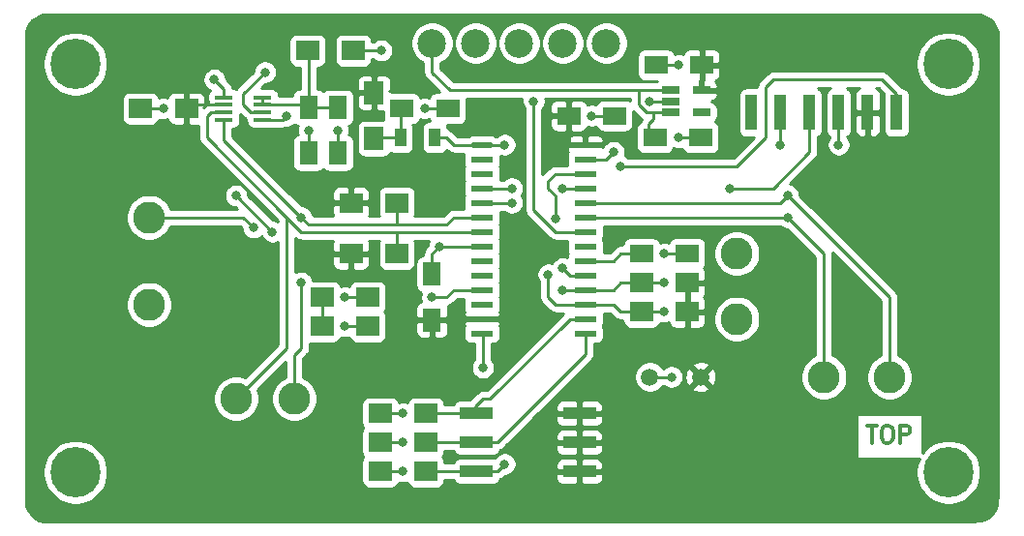
<source format=gbr>
G04 #@! TF.GenerationSoftware,KiCad,Pcbnew,5.0.2+dfsg1-1*
G04 #@! TF.CreationDate,2019-12-13T09:40:21+01:00*
G04 #@! TF.ProjectId,tof_sensor,746f665f-7365-46e7-936f-722e6b696361,1.0*
G04 #@! TF.SameCoordinates,Original*
G04 #@! TF.FileFunction,Copper,L1,Top*
G04 #@! TF.FilePolarity,Positive*
%FSLAX46Y46*%
G04 Gerber Fmt 4.6, Leading zero omitted, Abs format (unit mm)*
G04 Created by KiCad (PCBNEW 5.0.2+dfsg1-1) date ven 13 déc 2019 09:40:21 CET*
%MOMM*%
%LPD*%
G01*
G04 APERTURE LIST*
G04 #@! TA.AperFunction,NonConductor*
%ADD10C,0.300000*%
G04 #@! TD*
G04 #@! TA.AperFunction,SMDPad,CuDef*
%ADD11O,1.981200X0.558800*%
G04 #@! TD*
G04 #@! TA.AperFunction,SMDPad,CuDef*
%ADD12R,1.981200X0.558800*%
G04 #@! TD*
G04 #@! TA.AperFunction,SMDPad,CuDef*
%ADD13R,2.000000X1.700000*%
G04 #@! TD*
G04 #@! TA.AperFunction,ComponentPad*
%ADD14C,2.800000*%
G04 #@! TD*
G04 #@! TA.AperFunction,SMDPad,CuDef*
%ADD15R,2.840000X1.130000*%
G04 #@! TD*
G04 #@! TA.AperFunction,ComponentPad*
%ADD16C,4.400000*%
G04 #@! TD*
G04 #@! TA.AperFunction,ComponentPad*
%ADD17C,0.700000*%
G04 #@! TD*
G04 #@! TA.AperFunction,SMDPad,CuDef*
%ADD18R,1.600000X2.000000*%
G04 #@! TD*
G04 #@! TA.AperFunction,BGAPad,CuDef*
%ADD19C,1.500000*%
G04 #@! TD*
G04 #@! TA.AperFunction,SMDPad,CuDef*
%ADD20R,1.600000X0.300000*%
G04 #@! TD*
G04 #@! TA.AperFunction,SMDPad,CuDef*
%ADD21R,1.560000X0.650000*%
G04 #@! TD*
G04 #@! TA.AperFunction,SMDPad,CuDef*
%ADD22R,1.700000X2.000000*%
G04 #@! TD*
G04 #@! TA.AperFunction,ComponentPad*
%ADD23C,2.499360*%
G04 #@! TD*
G04 #@! TA.AperFunction,SMDPad,CuDef*
%ADD24R,1.000000X3.100000*%
G04 #@! TD*
G04 #@! TA.AperFunction,SMDPad,CuDef*
%ADD25R,1.000000X1.600000*%
G04 #@! TD*
G04 #@! TA.AperFunction,SMDPad,CuDef*
%ADD26R,2.000000X1.600000*%
G04 #@! TD*
G04 #@! TA.AperFunction,ViaPad*
%ADD27C,0.800000*%
G04 #@! TD*
G04 #@! TA.AperFunction,Conductor*
%ADD28C,0.250000*%
G04 #@! TD*
G04 #@! TA.AperFunction,Conductor*
%ADD29C,0.254000*%
G04 #@! TD*
G04 APERTURE END LIST*
D10*
X185360714Y-97603571D02*
X186217857Y-97603571D01*
X185789285Y-99103571D02*
X185789285Y-97603571D01*
X187003571Y-97603571D02*
X187289285Y-97603571D01*
X187432142Y-97675000D01*
X187575000Y-97817857D01*
X187646428Y-98103571D01*
X187646428Y-98603571D01*
X187575000Y-98889285D01*
X187432142Y-99032142D01*
X187289285Y-99103571D01*
X187003571Y-99103571D01*
X186860714Y-99032142D01*
X186717857Y-98889285D01*
X186646428Y-98603571D01*
X186646428Y-98103571D01*
X186717857Y-97817857D01*
X186860714Y-97675000D01*
X187003571Y-97603571D01*
X188289285Y-99103571D02*
X188289285Y-97603571D01*
X188860714Y-97603571D01*
X189003571Y-97675000D01*
X189075000Y-97746428D01*
X189146428Y-97889285D01*
X189146428Y-98103571D01*
X189075000Y-98246428D01*
X189003571Y-98317857D01*
X188860714Y-98389285D01*
X188289285Y-98389285D01*
D11*
G04 #@! TO.P,U2,1*
G04 #@! TO.N,/Vpp*
X151688800Y-73025000D03*
D12*
G04 #@! TO.P,U2,2*
G04 #@! TO.N,Net-(U2-Pad2)*
X151688800Y-74295000D03*
G04 #@! TO.P,U2,3*
G04 #@! TO.N,Net-(U2-Pad3)*
X151688800Y-75565000D03*
G04 #@! TO.P,U2,4*
G04 #@! TO.N,/ICSPDAT*
X151688800Y-76835000D03*
G04 #@! TO.P,U2,5*
G04 #@! TO.N,/ICSPCLK*
X151688800Y-78105000D03*
G04 #@! TO.P,U2,6*
G04 #@! TO.N,/SDA2_LV*
X151688800Y-79375000D03*
G04 #@! TO.P,U2,7*
G04 #@! TO.N,/SCL2_LV*
X151688800Y-80645000D03*
G04 #@! TO.P,U2,8*
G04 #@! TO.N,GND*
X151688800Y-81915000D03*
G04 #@! TO.P,U2,9*
G04 #@! TO.N,Net-(U2-Pad9)*
X151688800Y-83185000D03*
G04 #@! TO.P,U2,10*
G04 #@! TO.N,Net-(U2-Pad10)*
X151688800Y-84455000D03*
G04 #@! TO.P,U2,11*
G04 #@! TO.N,/LED*
X151688800Y-85725000D03*
G04 #@! TO.P,U2,12*
G04 #@! TO.N,Net-(U2-Pad12)*
X151688800Y-86995000D03*
G04 #@! TO.P,U2,13*
G04 #@! TO.N,VDD*
X151688800Y-88265000D03*
G04 #@! TO.P,U2,14*
G04 #@! TO.N,/DIP1*
X151688800Y-89535000D03*
G04 #@! TO.P,U2,15*
G04 #@! TO.N,/DIP2*
X160731200Y-89535000D03*
G04 #@! TO.P,U2,16*
G04 #@! TO.N,/DIP3*
X160731200Y-88265000D03*
G04 #@! TO.P,U2,17*
G04 #@! TO.N,/SCL1*
X160731200Y-86995000D03*
G04 #@! TO.P,U2,18*
G04 #@! TO.N,/SDA1*
X160731200Y-85725000D03*
G04 #@! TO.P,U2,19*
G04 #@! TO.N,GND*
X160731200Y-84455000D03*
G04 #@! TO.P,U2,20*
G04 #@! TO.N,Net-(C12-Pad1)*
X160731200Y-83185000D03*
G04 #@! TO.P,U2,21*
G04 #@! TO.N,Net-(U2-Pad21)*
X160731200Y-81915000D03*
G04 #@! TO.P,U2,22*
G04 #@! TO.N,/INT_OUT*
X160731200Y-80645000D03*
G04 #@! TO.P,U2,23*
G04 #@! TO.N,/XSHUT_R*
X160731200Y-79375000D03*
G04 #@! TO.P,U2,24*
G04 #@! TO.N,/INT_R*
X160731200Y-78105000D03*
G04 #@! TO.P,U2,25*
G04 #@! TO.N,/INT_L*
X160731200Y-76835000D03*
G04 #@! TO.P,U2,26*
G04 #@! TO.N,/XSHUT_L*
X160731200Y-75565000D03*
G04 #@! TO.P,U2,27*
G04 #@! TO.N,GND*
X160731200Y-74295000D03*
G04 #@! TO.P,U2,28*
G04 #@! TO.N,VDD*
X160731200Y-73025000D03*
G04 #@! TD*
D13*
G04 #@! TO.P,R15,1*
G04 #@! TO.N,Net-(D2-Pad1)*
X137700000Y-88900000D03*
G04 #@! TO.P,R15,2*
G04 #@! TO.N,GND*
X141700000Y-88900000D03*
G04 #@! TD*
D14*
G04 #@! TO.P,TP9,1*
G04 #@! TO.N,/XSHUT_L*
X122555000Y-79375000D03*
G04 #@! TD*
G04 #@! TO.P,TP10,1*
G04 #@! TO.N,/INT_L*
X122555000Y-86995000D03*
G04 #@! TD*
D15*
G04 #@! TO.P,SW1,6*
G04 #@! TO.N,/DIP1*
X151220000Y-101600000D03*
G04 #@! TO.P,SW1,5*
G04 #@! TO.N,/DIP2*
X151220000Y-99060000D03*
G04 #@! TO.P,SW1,4*
G04 #@! TO.N,/DIP3*
X151220000Y-96520000D03*
G04 #@! TO.P,SW1,3*
G04 #@! TO.N,VDD*
X160220000Y-96520000D03*
G04 #@! TO.P,SW1,2*
X160220000Y-99060000D03*
G04 #@! TO.P,SW1,1*
X160220000Y-101600000D03*
G04 #@! TD*
D13*
G04 #@! TO.P,R5,1*
G04 #@! TO.N,/SCL2_LV*
X144240000Y-82550000D03*
G04 #@! TO.P,R5,2*
G04 #@! TO.N,VDD*
X140240000Y-82550000D03*
G04 #@! TD*
D16*
G04 #@! TO.P,REF\002A\002A,1*
G04 #@! TO.N,N/C*
X192485000Y-101680000D03*
D17*
X194135000Y-101680000D03*
X193651726Y-102846726D03*
X192485000Y-103330000D03*
X191318274Y-102846726D03*
X190835000Y-101680000D03*
X191318274Y-100513274D03*
X192485000Y-100030000D03*
X193651726Y-100513274D03*
G04 #@! TD*
D16*
G04 #@! TO.P,REF\002A\002A,1*
G04 #@! TO.N,N/C*
X116125000Y-101680000D03*
D17*
X117775000Y-101680000D03*
X117291726Y-102846726D03*
X116125000Y-103330000D03*
X114958274Y-102846726D03*
X114475000Y-101680000D03*
X114958274Y-100513274D03*
X116125000Y-100030000D03*
X117291726Y-100513274D03*
G04 #@! TD*
D16*
G04 #@! TO.P,REF\002A\002A,1*
G04 #@! TO.N,N/C*
X192485000Y-65960000D03*
D17*
X194135000Y-65960000D03*
X193651726Y-67126726D03*
X192485000Y-67610000D03*
X191318274Y-67126726D03*
X190835000Y-65960000D03*
X191318274Y-64793274D03*
X192485000Y-64310000D03*
X193651726Y-64793274D03*
G04 #@! TD*
D16*
G04 #@! TO.P,REF\002A\002A,1*
G04 #@! TO.N,N/C*
X116125000Y-65960000D03*
D17*
X117775000Y-65960000D03*
X117291726Y-67126726D03*
X116125000Y-67610000D03*
X114958274Y-67126726D03*
X114475000Y-65960000D03*
X114958274Y-64793274D03*
X116125000Y-64310000D03*
X117291726Y-64793274D03*
G04 #@! TD*
D13*
G04 #@! TO.P,R8,1*
G04 #@! TO.N,/SDA2_LV*
X144240000Y-78105000D03*
G04 #@! TO.P,R8,2*
G04 #@! TO.N,VDD*
X140240000Y-78105000D03*
G04 #@! TD*
D18*
G04 #@! TO.P,C11,1*
G04 #@! TO.N,GND*
X147320000Y-84360000D03*
G04 #@! TO.P,C11,2*
G04 #@! TO.N,VDD*
X147320000Y-88360000D03*
G04 #@! TD*
D19*
G04 #@! TO.P,TP8,1*
G04 #@! TO.N,GND*
X166370000Y-93345000D03*
G04 #@! TD*
G04 #@! TO.P,TP1,1*
G04 #@! TO.N,VDD*
X170815000Y-93345000D03*
G04 #@! TD*
D20*
G04 #@! TO.P,U5,1*
G04 #@! TO.N,GND*
X129110000Y-68875000D03*
G04 #@! TO.P,U5,2*
G04 #@! TO.N,VDD*
X129110000Y-69525000D03*
G04 #@! TO.P,U5,3*
G04 #@! TO.N,/SCL2_LV*
X129110000Y-70175000D03*
G04 #@! TO.P,U5,4*
G04 #@! TO.N,/SDA2_LV*
X129110000Y-70825000D03*
G04 #@! TO.P,U5,5*
G04 #@! TO.N,/SDA2_HV*
X132510000Y-70825000D03*
G04 #@! TO.P,U5,6*
G04 #@! TO.N,/SCL2_HV*
X132510000Y-70175000D03*
G04 #@! TO.P,U5,7*
G04 #@! TO.N,Net-(C7-Pad2)*
X132510000Y-69525000D03*
G04 #@! TO.P,U5,8*
X132510000Y-68875000D03*
G04 #@! TD*
D21*
G04 #@! TO.P,U1,1*
G04 #@! TO.N,VCC*
X168195000Y-68265000D03*
G04 #@! TO.P,U1,2*
G04 #@! TO.N,GND*
X168195000Y-69215000D03*
G04 #@! TO.P,U1,3*
G04 #@! TO.N,VCC*
X168195000Y-70165000D03*
G04 #@! TO.P,U1,4*
G04 #@! TO.N,Net-(U1-Pad4)*
X170895000Y-70165000D03*
G04 #@! TO.P,U1,5*
G04 #@! TO.N,VDD*
X170895000Y-68265000D03*
G04 #@! TD*
D14*
G04 #@! TO.P,TP12,1*
G04 #@! TO.N,/XSHUT_R*
X181610000Y-93345000D03*
G04 #@! TD*
G04 #@! TO.P,TP11,1*
G04 #@! TO.N,/INT_R*
X187325000Y-93345000D03*
G04 #@! TD*
G04 #@! TO.P,TP5,1*
G04 #@! TO.N,/SCL2_LV*
X130175000Y-95250000D03*
G04 #@! TD*
G04 #@! TO.P,TP4,1*
G04 #@! TO.N,/SDA2_LV*
X135255000Y-95250000D03*
G04 #@! TD*
G04 #@! TO.P,TP3,1*
G04 #@! TO.N,/SCL1*
X173990000Y-88265000D03*
G04 #@! TD*
G04 #@! TO.P,TP2,1*
G04 #@! TO.N,/SDA1*
X173990000Y-82550000D03*
G04 #@! TD*
D13*
G04 #@! TO.P,R14,1*
G04 #@! TO.N,GND*
X142780000Y-101600000D03*
G04 #@! TO.P,R14,2*
G04 #@! TO.N,/DIP1*
X146780000Y-101600000D03*
G04 #@! TD*
G04 #@! TO.P,R13,1*
G04 #@! TO.N,GND*
X142780000Y-99060000D03*
G04 #@! TO.P,R13,2*
G04 #@! TO.N,/DIP2*
X146780000Y-99060000D03*
G04 #@! TD*
G04 #@! TO.P,R12,1*
G04 #@! TO.N,GND*
X142780000Y-96520000D03*
G04 #@! TO.P,R12,2*
G04 #@! TO.N,/DIP3*
X146780000Y-96520000D03*
G04 #@! TD*
G04 #@! TO.P,R11,1*
G04 #@! TO.N,VCC*
X140430000Y-64770000D03*
G04 #@! TO.P,R11,2*
G04 #@! TO.N,Net-(C7-Pad2)*
X136430000Y-64770000D03*
G04 #@! TD*
G04 #@! TO.P,R10,1*
G04 #@! TO.N,VDD*
X125825000Y-69850000D03*
G04 #@! TO.P,R10,2*
G04 #@! TO.N,GND*
X121825000Y-69850000D03*
G04 #@! TD*
G04 #@! TO.P,R6,1*
G04 #@! TO.N,VDD*
X169640000Y-87630000D03*
G04 #@! TO.P,R6,2*
G04 #@! TO.N,/SCL1*
X165640000Y-87630000D03*
G04 #@! TD*
G04 #@! TO.P,R4,1*
G04 #@! TO.N,VDD*
X169640000Y-85090000D03*
G04 #@! TO.P,R4,2*
G04 #@! TO.N,/SDA1*
X165640000Y-85090000D03*
G04 #@! TD*
D22*
G04 #@! TO.P,R1,1*
G04 #@! TO.N,Net-(C10-Pad1)*
X142240000Y-72485000D03*
G04 #@! TO.P,R1,2*
G04 #@! TO.N,VDD*
X142240000Y-68485000D03*
G04 #@! TD*
D23*
G04 #@! TO.P,J2,5*
G04 #@! TO.N,GND*
X162560000Y-64135000D03*
G04 #@! TO.P,J2,4*
G04 #@! TO.N,/INT_OUT*
X158750000Y-64135000D03*
G04 #@! TO.P,J2,3*
G04 #@! TO.N,/SDA2_HV*
X154940000Y-64135000D03*
G04 #@! TO.P,J2,2*
G04 #@! TO.N,/SCL2_HV*
X151130000Y-64135000D03*
G04 #@! TO.P,J2,1*
G04 #@! TO.N,VCC*
X147320000Y-64135000D03*
G04 #@! TD*
D24*
G04 #@! TO.P,J1,6*
G04 #@! TO.N,Net-(J1-Pad6)*
X175260000Y-70205000D03*
G04 #@! TO.P,J1,1*
G04 #@! TO.N,/Vpp*
X187960000Y-70205000D03*
G04 #@! TO.P,J1,5*
G04 #@! TO.N,/ICSPCLK*
X177800000Y-70205000D03*
G04 #@! TO.P,J1,2*
G04 #@! TO.N,VDD*
X185420000Y-70205000D03*
G04 #@! TO.P,J1,3*
G04 #@! TO.N,GND*
X182880000Y-70205000D03*
G04 #@! TO.P,J1,4*
G04 #@! TO.N,/ICSPDAT*
X180340000Y-70205000D03*
G04 #@! TD*
D13*
G04 #@! TO.P,D2,1*
G04 #@! TO.N,Net-(D2-Pad1)*
X137700000Y-86360000D03*
G04 #@! TO.P,D2,2*
G04 #@! TO.N,/LED*
X141700000Y-86360000D03*
G04 #@! TD*
D25*
G04 #@! TO.P,D1,1*
G04 #@! TO.N,/Vpp*
X147550000Y-72390000D03*
G04 #@! TO.P,D1,2*
G04 #@! TO.N,Net-(C10-Pad1)*
X144550000Y-72390000D03*
G04 #@! TD*
D26*
G04 #@! TO.P,C12,1*
G04 #@! TO.N,Net-(C12-Pad1)*
X165640000Y-82550000D03*
G04 #@! TO.P,C12,2*
G04 #@! TO.N,GND*
X169640000Y-82550000D03*
G04 #@! TD*
G04 #@! TO.P,C10,1*
G04 #@! TO.N,Net-(C10-Pad1)*
X144685000Y-69850000D03*
G04 #@! TO.P,C10,2*
G04 #@! TO.N,GND*
X148685000Y-69850000D03*
G04 #@! TD*
D18*
G04 #@! TO.P,C8,1*
G04 #@! TO.N,GND*
X139065000Y-73755000D03*
G04 #@! TO.P,C8,2*
G04 #@! TO.N,Net-(C7-Pad2)*
X139065000Y-69755000D03*
G04 #@! TD*
G04 #@! TO.P,C7,1*
G04 #@! TO.N,GND*
X136525000Y-73755000D03*
G04 #@! TO.P,C7,2*
G04 #@! TO.N,Net-(C7-Pad2)*
X136525000Y-69755000D03*
G04 #@! TD*
D26*
G04 #@! TO.P,C3,1*
G04 #@! TO.N,GND*
X163290000Y-70485000D03*
G04 #@! TO.P,C3,2*
G04 #@! TO.N,VDD*
X159290000Y-70485000D03*
G04 #@! TD*
G04 #@! TO.P,C2,1*
G04 #@! TO.N,GND*
X166910000Y-66040000D03*
G04 #@! TO.P,C2,2*
G04 #@! TO.N,VDD*
X170910000Y-66040000D03*
G04 #@! TD*
G04 #@! TO.P,C1,1*
G04 #@! TO.N,VCC*
X166815000Y-72390000D03*
G04 #@! TO.P,C1,2*
G04 #@! TO.N,GND*
X170815000Y-72390000D03*
G04 #@! TD*
D27*
G04 #@! TO.N,VCC*
X142875000Y-64770000D03*
G04 #@! TO.N,GND*
X133350000Y-80645000D03*
X130175000Y-77470000D03*
X128270000Y-67310000D03*
X158750000Y-83820000D03*
X167640000Y-82550000D03*
X161290000Y-70485000D03*
X136525000Y-71755000D03*
X139065000Y-71755000D03*
X147955000Y-81915000D03*
X166370000Y-69215000D03*
X168910000Y-66040000D03*
X168910000Y-72390000D03*
X163195000Y-73660000D03*
X146685000Y-69850000D03*
X168275000Y-93345000D03*
X139700000Y-88900000D03*
X123825000Y-69850000D03*
X144780000Y-96520000D03*
X144780000Y-99060000D03*
X144780000Y-101600000D03*
X182880000Y-73025000D03*
G04 #@! TO.N,VDD*
X184310000Y-85090000D03*
X182880000Y-77470000D03*
X182880000Y-80010000D03*
X148590000Y-74930000D03*
X148590000Y-78740000D03*
X132080000Y-85090000D03*
G04 #@! TO.N,/Vpp*
X163830000Y-74930000D03*
X153670000Y-73025000D03*
G04 #@! TO.N,/LED*
X147320000Y-86360000D03*
X139700000Y-86360000D03*
G04 #@! TO.N,/ICSPCLK*
X154305000Y-78105000D03*
X177800000Y-73025000D03*
G04 #@! TO.N,/ICSPDAT*
X154305000Y-76835000D03*
X173355000Y-76835000D03*
G04 #@! TO.N,/INT_OUT*
X156210000Y-69215000D03*
G04 #@! TO.N,/SDA2_HV*
X134620000Y-70485000D03*
G04 #@! TO.N,/SCL2_HV*
X132715000Y-66675000D03*
G04 #@! TO.N,/INT_L*
X158750000Y-76835000D03*
G04 #@! TO.N,/XSHUT_L*
X158115000Y-79465000D03*
X131700000Y-80265000D03*
G04 #@! TO.N,/SDA1*
X167640000Y-85090000D03*
X158750000Y-85725000D03*
G04 #@! TO.N,/SCL1*
X167640000Y-87630000D03*
X157480000Y-84365000D03*
G04 #@! TO.N,/INT_R*
X178435000Y-77470000D03*
G04 #@! TO.N,/SDA2_LV*
X135890000Y-79375000D03*
X135890000Y-85090000D03*
G04 #@! TO.N,/XSHUT_R*
X178435000Y-79375000D03*
G04 #@! TO.N,/DIP1*
X153670000Y-100965000D03*
X151765000Y-92529999D03*
G04 #@! TD*
D28*
G04 #@! TO.N,VCC*
X165420000Y-68265000D02*
X168195000Y-68265000D01*
X165420000Y-68265000D02*
X165420000Y-69535000D01*
X165420000Y-69535000D02*
X166050000Y-70165000D01*
X166275000Y-72390000D02*
X166275000Y-71215000D01*
X166690000Y-70165000D02*
X166690000Y-70800000D01*
X166690000Y-70165000D02*
X168195000Y-70165000D01*
X166050000Y-70165000D02*
X166690000Y-70165000D01*
X166690000Y-70800000D02*
X166275000Y-71215000D01*
X167325000Y-68265000D02*
X148910000Y-68265000D01*
X147320000Y-64135000D02*
X147320000Y-66675000D01*
X147320000Y-66675000D02*
X148910000Y-68265000D01*
X140430000Y-64770000D02*
X142875000Y-64770000D01*
G04 #@! TO.N,GND*
X133350000Y-80645000D02*
X130175000Y-77470000D01*
X129110000Y-68875000D02*
X129110000Y-68150000D01*
X129110000Y-68150000D02*
X128270000Y-67310000D01*
X160731200Y-84455000D02*
X159385000Y-84455000D01*
X159385000Y-84455000D02*
X158750000Y-83820000D01*
X169640000Y-82550000D02*
X167640000Y-82550000D01*
X163290000Y-70485000D02*
X161290000Y-70485000D01*
X136525000Y-73755000D02*
X136525000Y-71755000D01*
X139065000Y-73755000D02*
X139065000Y-71755000D01*
X147320000Y-84360000D02*
X147320000Y-82550000D01*
X147955000Y-81915000D02*
X151688800Y-81915000D01*
X147320000Y-82550000D02*
X147955000Y-81915000D01*
X168195000Y-69215000D02*
X166370000Y-69215000D01*
X166910000Y-66040000D02*
X168910000Y-66040000D01*
X170275000Y-72390000D02*
X168910000Y-72390000D01*
X160731200Y-74295000D02*
X162560000Y-74295000D01*
X162560000Y-74295000D02*
X163195000Y-73660000D01*
X148685000Y-69850000D02*
X146685000Y-69850000D01*
X166370000Y-93345000D02*
X168275000Y-93345000D01*
X121705000Y-69525000D02*
X121380000Y-69850000D01*
X141700000Y-88900000D02*
X139700000Y-88900000D01*
X121190000Y-69850000D02*
X123825000Y-69850000D01*
X142780000Y-96520000D02*
X144780000Y-96520000D01*
X142780000Y-99060000D02*
X144780000Y-99060000D01*
X142780000Y-101600000D02*
X144780000Y-101600000D01*
X182880000Y-69905000D02*
X182880000Y-73025000D01*
G04 #@! TO.N,VDD*
X129110000Y-69525000D02*
X125515000Y-69525000D01*
X147415000Y-88265000D02*
X147320000Y-88360000D01*
X151688800Y-88265000D02*
X147415000Y-88265000D01*
X159461200Y-70656200D02*
X159290000Y-70485000D01*
X170895000Y-66055000D02*
X170910000Y-66040000D01*
X170895000Y-68265000D02*
X170895000Y-66055000D01*
X159490600Y-73025000D02*
X160731200Y-73025000D01*
X159290000Y-72824400D02*
X159490600Y-73025000D01*
X159290000Y-70485000D02*
X159290000Y-72824400D01*
X185420000Y-69905000D02*
X185420000Y-73660000D01*
X182880000Y-76200000D02*
X182880000Y-77470000D01*
X185420000Y-73660000D02*
X182880000Y-76200000D01*
G04 #@! TO.N,Net-(C7-Pad2)*
X139065000Y-69755000D02*
X136525000Y-69755000D01*
X136280000Y-69510000D02*
X136525000Y-69755000D01*
X133145000Y-69510000D02*
X136280000Y-69510000D01*
X136120000Y-70160000D02*
X136525000Y-69755000D01*
X136525000Y-69755000D02*
X136525000Y-69215000D01*
X136525000Y-69755000D02*
X136525000Y-64865000D01*
X136430000Y-64770000D02*
X136525000Y-64865000D01*
X132510000Y-68875000D02*
X132510000Y-69525000D01*
G04 #@! TO.N,/Vpp*
X147550000Y-72390000D02*
X148590000Y-72390000D01*
X149225000Y-73025000D02*
X151688800Y-73025000D01*
X148590000Y-72390000D02*
X149225000Y-73025000D01*
X153670000Y-73025000D02*
X151688800Y-73025000D01*
X163830000Y-74930000D02*
X173990000Y-74930000D01*
X177165000Y-67310000D02*
X176530000Y-67945000D01*
X176530000Y-67945000D02*
X176530000Y-72390000D01*
X176530000Y-72390000D02*
X173990000Y-74930000D01*
X187960000Y-69905000D02*
X187960000Y-68580000D01*
X187960000Y-68580000D02*
X186690000Y-67310000D01*
X186690000Y-67310000D02*
X177165000Y-67310000D01*
G04 #@! TO.N,Net-(C12-Pad1)*
X165640000Y-82550000D02*
X163830000Y-82550000D01*
X163195000Y-83185000D02*
X160731200Y-83185000D01*
X163830000Y-82550000D02*
X163195000Y-83185000D01*
G04 #@! TO.N,Net-(D2-Pad1)*
X137700000Y-86360000D02*
X137700000Y-88900000D01*
G04 #@! TO.N,/LED*
X151688800Y-85725000D02*
X149225000Y-85725000D01*
X149225000Y-85725000D02*
X148590000Y-86360000D01*
X148590000Y-86360000D02*
X147320000Y-86360000D01*
X139700000Y-86360000D02*
X141700000Y-86360000D01*
G04 #@! TO.N,/ICSPCLK*
X151688800Y-78105000D02*
X154305000Y-78105000D01*
X177800000Y-69905000D02*
X177800000Y-73025000D01*
G04 #@! TO.N,/ICSPDAT*
X151688800Y-76835000D02*
X154305000Y-76835000D01*
X180340000Y-73025000D02*
X180340000Y-70485000D01*
X180340000Y-73660000D02*
X180340000Y-70485000D01*
X173355000Y-76835000D02*
X177165000Y-76835000D01*
X177165000Y-76835000D02*
X180340000Y-73660000D01*
G04 #@! TO.N,/INT_OUT*
X158115000Y-80645000D02*
X160731200Y-80645000D01*
X158115000Y-80645000D02*
X156210000Y-78740000D01*
X156210000Y-78740000D02*
X156210000Y-69215000D01*
G04 #@! TO.N,/SDA2_HV*
X132510000Y-70825000D02*
X134280000Y-70825000D01*
X134280000Y-70825000D02*
X134620000Y-70485000D01*
G04 #@! TO.N,/SCL2_HV*
X131460000Y-70175000D02*
X132510000Y-70175000D01*
X130810000Y-69525000D02*
X131460000Y-70175000D01*
X130810000Y-68580000D02*
X130810000Y-69525000D01*
X132715000Y-66675000D02*
X130810000Y-68580000D01*
G04 #@! TO.N,/INT_L*
X158750000Y-76835000D02*
X160731200Y-76835000D01*
G04 #@! TO.N,/XSHUT_L*
X158115000Y-79465000D02*
X158115000Y-77470000D01*
X158115000Y-77470000D02*
X157480000Y-76835000D01*
X157480000Y-76835000D02*
X157480000Y-76200000D01*
X157480000Y-76200000D02*
X158115000Y-75565000D01*
X158115000Y-75565000D02*
X160731200Y-75565000D01*
X122555000Y-79375000D02*
X130810000Y-79375000D01*
X130810000Y-79375000D02*
X131700000Y-80265000D01*
G04 #@! TO.N,/SDA1*
X165640000Y-85090000D02*
X163830000Y-85090000D01*
X163195000Y-85725000D02*
X160731200Y-85725000D01*
X163830000Y-85090000D02*
X163195000Y-85725000D01*
X165640000Y-85090000D02*
X167640000Y-85090000D01*
X160731200Y-85725000D02*
X158750000Y-85725000D01*
G04 #@! TO.N,/SCL2_LV*
X129110000Y-70175000D02*
X127945000Y-70175000D01*
X127635000Y-70485000D02*
X127635000Y-72390000D01*
X127945000Y-70175000D02*
X127635000Y-70485000D01*
X144240000Y-80740000D02*
X144145000Y-80645000D01*
X144240000Y-83185000D02*
X144240000Y-80740000D01*
X135890000Y-80645000D02*
X144145000Y-80645000D01*
X144145000Y-80645000D02*
X151688800Y-80645000D01*
X134620000Y-79375000D02*
X135890000Y-80645000D01*
X127635000Y-72390000D02*
X134620000Y-79375000D01*
X134620000Y-90805000D02*
X134620000Y-79375000D01*
X130175000Y-95250000D02*
X134620000Y-90805000D01*
G04 #@! TO.N,/SCL1*
X160731200Y-86995000D02*
X163195000Y-86995000D01*
X163830000Y-87630000D02*
X165640000Y-87630000D01*
X163195000Y-86995000D02*
X163830000Y-87630000D01*
X165640000Y-87630000D02*
X167640000Y-87630000D01*
X157480000Y-84365000D02*
X157480000Y-86360000D01*
X157480000Y-86360000D02*
X158115000Y-86995000D01*
X158115000Y-86995000D02*
X160731200Y-86995000D01*
G04 #@! TO.N,/INT_R*
X160731200Y-78105000D02*
X177800000Y-78105000D01*
X177800000Y-78105000D02*
X178435000Y-77470000D01*
X187325000Y-86360000D02*
X187325000Y-93345000D01*
X178435000Y-77470000D02*
X187325000Y-86360000D01*
G04 #@! TO.N,/SDA2_LV*
X149225000Y-79375000D02*
X151688800Y-79375000D01*
X148590000Y-80010000D02*
X149225000Y-79375000D01*
X129110000Y-70825000D02*
X129110000Y-72595000D01*
X144240000Y-78105000D02*
X144240000Y-79915000D01*
X144240000Y-79915000D02*
X144145000Y-80010000D01*
X136525000Y-80010000D02*
X144145000Y-80010000D01*
X144145000Y-80010000D02*
X148590000Y-80010000D01*
X135890000Y-79375000D02*
X136525000Y-80010000D01*
X129110000Y-72595000D02*
X135890000Y-79375000D01*
X135890000Y-85090000D02*
X135890000Y-90805000D01*
X135890000Y-90805000D02*
X135255000Y-91440000D01*
X135255000Y-91440000D02*
X135255000Y-95250000D01*
G04 #@! TO.N,/XSHUT_R*
X181610000Y-91365102D02*
X181610000Y-93345000D01*
X160731200Y-79375000D02*
X163830000Y-79375000D01*
X163830000Y-79375000D02*
X178435000Y-79375000D01*
X181610000Y-82550000D02*
X181610000Y-93345000D01*
X178435000Y-79375000D02*
X181610000Y-82550000D01*
G04 #@! TO.N,/DIP3*
X146780000Y-96520000D02*
X151420000Y-96520000D01*
X159385000Y-88265000D02*
X160731200Y-88265000D01*
X151130000Y-96230000D02*
X151130000Y-95885000D01*
X151765000Y-95250000D02*
X152400000Y-95250000D01*
X151130000Y-95885000D02*
X151765000Y-95250000D01*
X151420000Y-96520000D02*
X151130000Y-96230000D01*
X152400000Y-95250000D02*
X159385000Y-88265000D01*
G04 #@! TO.N,/DIP2*
X160655000Y-89535000D02*
X160731200Y-89535000D01*
X160731200Y-90064400D02*
X160731200Y-89535000D01*
X146780000Y-99060000D02*
X151420000Y-99060000D01*
X160731200Y-91363800D02*
X160731200Y-89535000D01*
X151420000Y-99060000D02*
X153035000Y-99060000D01*
X153035000Y-99060000D02*
X160731200Y-91363800D01*
G04 #@! TO.N,/DIP1*
X146780000Y-101600000D02*
X151420000Y-101600000D01*
X151420000Y-101600000D02*
X153035000Y-101600000D01*
X153035000Y-101600000D02*
X153670000Y-100965000D01*
X151765000Y-89611200D02*
X151688800Y-89535000D01*
X151765000Y-92529999D02*
X151765000Y-89611200D01*
G04 #@! TO.N,Net-(C10-Pad1)*
X141700000Y-72390000D02*
X142240000Y-71850000D01*
X142240000Y-71850000D02*
X142240000Y-72390000D01*
X142240000Y-72390000D02*
X144550000Y-72390000D01*
X144550000Y-69985000D02*
X144685000Y-69850000D01*
X144550000Y-72390000D02*
X144550000Y-69985000D01*
G04 #@! TD*
D29*
G04 #@! TO.N,VDD*
G36*
X195309545Y-61658909D02*
X195660208Y-61764780D01*
X195983625Y-61936744D01*
X196267484Y-62168254D01*
X196500965Y-62450486D01*
X196675183Y-62772695D01*
X196783502Y-63122614D01*
X196825000Y-63517443D01*
X196825001Y-87597572D01*
X196825000Y-87597582D01*
X196825001Y-103823041D01*
X196784405Y-103917758D01*
X196754581Y-104058070D01*
X196753508Y-104068276D01*
X196712167Y-104489908D01*
X196610547Y-104826489D01*
X196445487Y-105136922D01*
X196223275Y-105409381D01*
X195952373Y-105633489D01*
X195643100Y-105800713D01*
X195307236Y-105904680D01*
X194885904Y-105948964D01*
X194868713Y-105952493D01*
X194799718Y-105959502D01*
X194662539Y-106001442D01*
X194627929Y-106020000D01*
X113697279Y-106020000D01*
X113300455Y-105981091D01*
X112949794Y-105875220D01*
X112626377Y-105703257D01*
X112342518Y-105471748D01*
X112109035Y-105189514D01*
X111934816Y-104867304D01*
X111826498Y-104517385D01*
X111785000Y-104122557D01*
X111785000Y-101400777D01*
X113290000Y-101400777D01*
X113290000Y-101959223D01*
X113398948Y-102506939D01*
X113612656Y-103022876D01*
X113922912Y-103487207D01*
X114317793Y-103882088D01*
X114782124Y-104192344D01*
X115298061Y-104406052D01*
X115845777Y-104515000D01*
X116404223Y-104515000D01*
X116951939Y-104406052D01*
X117467876Y-104192344D01*
X117932207Y-103882088D01*
X118327088Y-103487207D01*
X118637344Y-103022876D01*
X118851052Y-102506939D01*
X118960000Y-101959223D01*
X118960000Y-101400777D01*
X118851052Y-100853061D01*
X118637344Y-100337124D01*
X118327088Y-99872793D01*
X117932207Y-99477912D01*
X117467876Y-99167656D01*
X116951939Y-98953948D01*
X116404223Y-98845000D01*
X115845777Y-98845000D01*
X115298061Y-98953948D01*
X114782124Y-99167656D01*
X114317793Y-99477912D01*
X113922912Y-99872793D01*
X113612656Y-100337124D01*
X113398948Y-100853061D01*
X113290000Y-101400777D01*
X111785000Y-101400777D01*
X111785000Y-86794570D01*
X120520000Y-86794570D01*
X120520000Y-87195430D01*
X120598204Y-87588587D01*
X120751607Y-87958934D01*
X120974313Y-88292237D01*
X121257763Y-88575687D01*
X121591066Y-88798393D01*
X121961413Y-88951796D01*
X122354570Y-89030000D01*
X122755430Y-89030000D01*
X123148587Y-88951796D01*
X123518934Y-88798393D01*
X123852237Y-88575687D01*
X124135687Y-88292237D01*
X124358393Y-87958934D01*
X124511796Y-87588587D01*
X124590000Y-87195430D01*
X124590000Y-86794570D01*
X124511796Y-86401413D01*
X124358393Y-86031066D01*
X124135687Y-85697763D01*
X123852237Y-85414313D01*
X123518934Y-85191607D01*
X123148587Y-85038204D01*
X122755430Y-84960000D01*
X122354570Y-84960000D01*
X121961413Y-85038204D01*
X121591066Y-85191607D01*
X121257763Y-85414313D01*
X120974313Y-85697763D01*
X120751607Y-86031066D01*
X120598204Y-86401413D01*
X120520000Y-86794570D01*
X111785000Y-86794570D01*
X111785000Y-79174570D01*
X120520000Y-79174570D01*
X120520000Y-79575430D01*
X120598204Y-79968587D01*
X120751607Y-80338934D01*
X120974313Y-80672237D01*
X121257763Y-80955687D01*
X121591066Y-81178393D01*
X121961413Y-81331796D01*
X122354570Y-81410000D01*
X122755430Y-81410000D01*
X123148587Y-81331796D01*
X123518934Y-81178393D01*
X123852237Y-80955687D01*
X124135687Y-80672237D01*
X124358393Y-80338934D01*
X124442865Y-80135000D01*
X130495199Y-80135000D01*
X130665000Y-80304801D01*
X130665000Y-80366939D01*
X130704774Y-80566898D01*
X130782795Y-80755256D01*
X130896063Y-80924774D01*
X131040226Y-81068937D01*
X131209744Y-81182205D01*
X131398102Y-81260226D01*
X131598061Y-81300000D01*
X131801939Y-81300000D01*
X132001898Y-81260226D01*
X132190256Y-81182205D01*
X132359774Y-81068937D01*
X132391983Y-81036728D01*
X132432795Y-81135256D01*
X132546063Y-81304774D01*
X132690226Y-81448937D01*
X132859744Y-81562205D01*
X133048102Y-81640226D01*
X133248061Y-81680000D01*
X133451939Y-81680000D01*
X133651898Y-81640226D01*
X133840256Y-81562205D01*
X133860001Y-81549012D01*
X133860000Y-90490198D01*
X130972522Y-93377677D01*
X130768587Y-93293204D01*
X130375430Y-93215000D01*
X129974570Y-93215000D01*
X129581413Y-93293204D01*
X129211066Y-93446607D01*
X128877763Y-93669313D01*
X128594313Y-93952763D01*
X128371607Y-94286066D01*
X128218204Y-94656413D01*
X128140000Y-95049570D01*
X128140000Y-95450430D01*
X128218204Y-95843587D01*
X128371607Y-96213934D01*
X128594313Y-96547237D01*
X128877763Y-96830687D01*
X129211066Y-97053393D01*
X129581413Y-97206796D01*
X129974570Y-97285000D01*
X130375430Y-97285000D01*
X130768587Y-97206796D01*
X131138934Y-97053393D01*
X131472237Y-96830687D01*
X131755687Y-96547237D01*
X131978393Y-96213934D01*
X132131796Y-95843587D01*
X132210000Y-95450430D01*
X132210000Y-95049570D01*
X132131796Y-94656413D01*
X132047323Y-94452478D01*
X134495000Y-92004802D01*
X134495001Y-93362134D01*
X134291066Y-93446607D01*
X133957763Y-93669313D01*
X133674313Y-93952763D01*
X133451607Y-94286066D01*
X133298204Y-94656413D01*
X133220000Y-95049570D01*
X133220000Y-95450430D01*
X133298204Y-95843587D01*
X133451607Y-96213934D01*
X133674313Y-96547237D01*
X133957763Y-96830687D01*
X134291066Y-97053393D01*
X134661413Y-97206796D01*
X135054570Y-97285000D01*
X135455430Y-97285000D01*
X135848587Y-97206796D01*
X136218934Y-97053393D01*
X136552237Y-96830687D01*
X136835687Y-96547237D01*
X137058393Y-96213934D01*
X137211796Y-95843587D01*
X137290000Y-95450430D01*
X137290000Y-95049570D01*
X137211796Y-94656413D01*
X137058393Y-94286066D01*
X136835687Y-93952763D01*
X136552237Y-93669313D01*
X136218934Y-93446607D01*
X136015000Y-93362135D01*
X136015000Y-91754801D01*
X136401002Y-91368800D01*
X136430001Y-91345001D01*
X136524974Y-91229276D01*
X136595546Y-91097247D01*
X136639003Y-90953986D01*
X136650000Y-90842333D01*
X136650000Y-90842332D01*
X136653677Y-90805000D01*
X136650000Y-90767667D01*
X136650000Y-90383148D01*
X136700000Y-90388072D01*
X138700000Y-90388072D01*
X138824482Y-90375812D01*
X138944180Y-90339502D01*
X139054494Y-90280537D01*
X139151185Y-90201185D01*
X139230537Y-90104494D01*
X139289502Y-89994180D01*
X139325812Y-89874482D01*
X139326683Y-89865643D01*
X139398102Y-89895226D01*
X139598061Y-89935000D01*
X139801939Y-89935000D01*
X140001898Y-89895226D01*
X140073317Y-89865643D01*
X140074188Y-89874482D01*
X140110498Y-89994180D01*
X140169463Y-90104494D01*
X140248815Y-90201185D01*
X140345506Y-90280537D01*
X140455820Y-90339502D01*
X140575518Y-90375812D01*
X140700000Y-90388072D01*
X142700000Y-90388072D01*
X142824482Y-90375812D01*
X142944180Y-90339502D01*
X143054494Y-90280537D01*
X143151185Y-90201185D01*
X143230537Y-90104494D01*
X143289502Y-89994180D01*
X143325812Y-89874482D01*
X143338072Y-89750000D01*
X143338072Y-88645750D01*
X145885000Y-88645750D01*
X145885000Y-89422542D01*
X145909403Y-89545223D01*
X145957270Y-89660785D01*
X146026763Y-89764789D01*
X146115211Y-89853237D01*
X146219215Y-89922730D01*
X146334777Y-89970597D01*
X146457458Y-89995000D01*
X147034250Y-89995000D01*
X147193000Y-89836250D01*
X147193000Y-88487000D01*
X147447000Y-88487000D01*
X147447000Y-89836250D01*
X147605750Y-89995000D01*
X148182542Y-89995000D01*
X148305223Y-89970597D01*
X148420785Y-89922730D01*
X148524789Y-89853237D01*
X148613237Y-89764789D01*
X148682730Y-89660785D01*
X148730597Y-89545223D01*
X148755000Y-89422542D01*
X148755000Y-89255600D01*
X150060128Y-89255600D01*
X150060128Y-89814400D01*
X150072388Y-89938882D01*
X150108698Y-90058580D01*
X150167663Y-90168894D01*
X150247015Y-90265585D01*
X150343706Y-90344937D01*
X150454020Y-90403902D01*
X150573718Y-90440212D01*
X150698200Y-90452472D01*
X151005001Y-90452472D01*
X151005000Y-91826288D01*
X150961063Y-91870225D01*
X150847795Y-92039743D01*
X150769774Y-92228101D01*
X150730000Y-92428060D01*
X150730000Y-92631938D01*
X150769774Y-92831897D01*
X150847795Y-93020255D01*
X150961063Y-93189773D01*
X151105226Y-93333936D01*
X151274744Y-93447204D01*
X151463102Y-93525225D01*
X151663061Y-93564999D01*
X151866939Y-93564999D01*
X152066898Y-93525225D01*
X152255256Y-93447204D01*
X152424774Y-93333936D01*
X152568937Y-93189773D01*
X152682205Y-93020255D01*
X152760226Y-92831897D01*
X152800000Y-92631938D01*
X152800000Y-92428060D01*
X152760226Y-92228101D01*
X152682205Y-92039743D01*
X152568937Y-91870225D01*
X152525000Y-91826288D01*
X152525000Y-90452472D01*
X152679400Y-90452472D01*
X152803882Y-90440212D01*
X152923580Y-90403902D01*
X153033894Y-90344937D01*
X153130585Y-90265585D01*
X153209937Y-90168894D01*
X153268902Y-90058580D01*
X153305212Y-89938882D01*
X153317472Y-89814400D01*
X153317472Y-89255600D01*
X153305212Y-89131118D01*
X153268902Y-89011420D01*
X153209937Y-88901106D01*
X153207086Y-88897632D01*
X153242130Y-88845185D01*
X153289997Y-88729623D01*
X153314400Y-88606942D01*
X153314400Y-88550750D01*
X153155650Y-88392000D01*
X151815800Y-88392000D01*
X151815800Y-88412000D01*
X151561800Y-88412000D01*
X151561800Y-88392000D01*
X150221950Y-88392000D01*
X150063200Y-88550750D01*
X150063200Y-88606942D01*
X150087603Y-88729623D01*
X150135470Y-88845185D01*
X150170514Y-88897632D01*
X150167663Y-88901106D01*
X150108698Y-89011420D01*
X150072388Y-89131118D01*
X150060128Y-89255600D01*
X148755000Y-89255600D01*
X148755000Y-88645750D01*
X148596250Y-88487000D01*
X147447000Y-88487000D01*
X147193000Y-88487000D01*
X146043750Y-88487000D01*
X145885000Y-88645750D01*
X143338072Y-88645750D01*
X143338072Y-88050000D01*
X143325812Y-87925518D01*
X143289502Y-87805820D01*
X143230537Y-87695506D01*
X143176778Y-87630000D01*
X143230537Y-87564494D01*
X143289502Y-87454180D01*
X143325812Y-87334482D01*
X143338072Y-87210000D01*
X143338072Y-85510000D01*
X143325812Y-85385518D01*
X143289502Y-85265820D01*
X143230537Y-85155506D01*
X143151185Y-85058815D01*
X143054494Y-84979463D01*
X142944180Y-84920498D01*
X142824482Y-84884188D01*
X142700000Y-84871928D01*
X140700000Y-84871928D01*
X140575518Y-84884188D01*
X140455820Y-84920498D01*
X140345506Y-84979463D01*
X140248815Y-85058815D01*
X140169463Y-85155506D01*
X140110498Y-85265820D01*
X140074188Y-85385518D01*
X140073317Y-85394357D01*
X140001898Y-85364774D01*
X139801939Y-85325000D01*
X139598061Y-85325000D01*
X139398102Y-85364774D01*
X139326683Y-85394357D01*
X139325812Y-85385518D01*
X139289502Y-85265820D01*
X139230537Y-85155506D01*
X139151185Y-85058815D01*
X139054494Y-84979463D01*
X138944180Y-84920498D01*
X138824482Y-84884188D01*
X138700000Y-84871928D01*
X136901900Y-84871928D01*
X136885226Y-84788102D01*
X136807205Y-84599744D01*
X136693937Y-84430226D01*
X136549774Y-84286063D01*
X136380256Y-84172795D01*
X136191898Y-84094774D01*
X135991939Y-84055000D01*
X135788061Y-84055000D01*
X135588102Y-84094774D01*
X135399744Y-84172795D01*
X135380000Y-84185987D01*
X135380000Y-82835750D01*
X138605000Y-82835750D01*
X138605000Y-83462542D01*
X138629403Y-83585223D01*
X138677270Y-83700785D01*
X138746763Y-83804789D01*
X138835211Y-83893237D01*
X138939215Y-83962730D01*
X139054777Y-84010597D01*
X139177458Y-84035000D01*
X139954250Y-84035000D01*
X140113000Y-83876250D01*
X140113000Y-82677000D01*
X140367000Y-82677000D01*
X140367000Y-83876250D01*
X140525750Y-84035000D01*
X141302542Y-84035000D01*
X141425223Y-84010597D01*
X141540785Y-83962730D01*
X141644789Y-83893237D01*
X141733237Y-83804789D01*
X141802730Y-83700785D01*
X141850597Y-83585223D01*
X141875000Y-83462542D01*
X141875000Y-82835750D01*
X141716250Y-82677000D01*
X140367000Y-82677000D01*
X140113000Y-82677000D01*
X138763750Y-82677000D01*
X138605000Y-82835750D01*
X135380000Y-82835750D01*
X135380000Y-81209622D01*
X135465724Y-81279974D01*
X135597753Y-81350546D01*
X135741014Y-81394003D01*
X135852667Y-81405000D01*
X135852676Y-81405000D01*
X135889999Y-81408676D01*
X135927322Y-81405000D01*
X138674874Y-81405000D01*
X138629403Y-81514777D01*
X138605000Y-81637458D01*
X138605000Y-82264250D01*
X138763750Y-82423000D01*
X140113000Y-82423000D01*
X140113000Y-82403000D01*
X140367000Y-82403000D01*
X140367000Y-82423000D01*
X141716250Y-82423000D01*
X141875000Y-82264250D01*
X141875000Y-81637458D01*
X141850597Y-81514777D01*
X141805126Y-81405000D01*
X142677662Y-81405000D01*
X142650498Y-81455820D01*
X142614188Y-81575518D01*
X142601928Y-81700000D01*
X142601928Y-83400000D01*
X142614188Y-83524482D01*
X142650498Y-83644180D01*
X142709463Y-83754494D01*
X142788815Y-83851185D01*
X142885506Y-83930537D01*
X142995820Y-83989502D01*
X143115518Y-84025812D01*
X143240000Y-84038072D01*
X145240000Y-84038072D01*
X145364482Y-84025812D01*
X145484180Y-83989502D01*
X145594494Y-83930537D01*
X145691185Y-83851185D01*
X145770537Y-83754494D01*
X145829502Y-83644180D01*
X145865812Y-83524482D01*
X145878072Y-83400000D01*
X145878072Y-81700000D01*
X145865812Y-81575518D01*
X145829502Y-81455820D01*
X145802338Y-81405000D01*
X147050987Y-81405000D01*
X147037795Y-81424744D01*
X146959774Y-81613102D01*
X146920000Y-81813061D01*
X146920000Y-81875199D01*
X146808998Y-81986201D01*
X146780000Y-82009999D01*
X146756202Y-82038997D01*
X146756201Y-82038998D01*
X146685026Y-82125724D01*
X146614454Y-82257754D01*
X146595912Y-82318882D01*
X146570998Y-82401014D01*
X146567298Y-82438580D01*
X146556324Y-82550000D01*
X146560001Y-82587332D01*
X146560001Y-82721928D01*
X146520000Y-82721928D01*
X146395518Y-82734188D01*
X146275820Y-82770498D01*
X146165506Y-82829463D01*
X146068815Y-82908815D01*
X145989463Y-83005506D01*
X145930498Y-83115820D01*
X145894188Y-83235518D01*
X145881928Y-83360000D01*
X145881928Y-85360000D01*
X145894188Y-85484482D01*
X145930498Y-85604180D01*
X145989463Y-85714494D01*
X146068815Y-85811185D01*
X146165506Y-85890537D01*
X146275820Y-85949502D01*
X146359272Y-85974817D01*
X146324774Y-86058102D01*
X146285000Y-86258061D01*
X146285000Y-86461939D01*
X146324774Y-86661898D01*
X146359022Y-86744580D01*
X146334777Y-86749403D01*
X146219215Y-86797270D01*
X146115211Y-86866763D01*
X146026763Y-86955211D01*
X145957270Y-87059215D01*
X145909403Y-87174777D01*
X145885000Y-87297458D01*
X145885000Y-88074250D01*
X146043750Y-88233000D01*
X147193000Y-88233000D01*
X147193000Y-88213000D01*
X147447000Y-88213000D01*
X147447000Y-88233000D01*
X148596250Y-88233000D01*
X148755000Y-88074250D01*
X148755000Y-87297458D01*
X148730597Y-87174777D01*
X148704749Y-87112375D01*
X148738986Y-87109003D01*
X148882247Y-87065546D01*
X149014276Y-86994974D01*
X149130001Y-86900001D01*
X149153803Y-86870998D01*
X149539802Y-86485000D01*
X150104579Y-86485000D01*
X150072388Y-86591118D01*
X150060128Y-86715600D01*
X150060128Y-87274400D01*
X150072388Y-87398882D01*
X150108698Y-87518580D01*
X150167663Y-87628894D01*
X150170514Y-87632368D01*
X150135470Y-87684815D01*
X150087603Y-87800377D01*
X150063200Y-87923058D01*
X150063200Y-87979250D01*
X150221950Y-88138000D01*
X151561800Y-88138000D01*
X151561800Y-88118000D01*
X151815800Y-88118000D01*
X151815800Y-88138000D01*
X153155650Y-88138000D01*
X153314400Y-87979250D01*
X153314400Y-87923058D01*
X153289997Y-87800377D01*
X153242130Y-87684815D01*
X153207086Y-87632368D01*
X153209937Y-87628894D01*
X153268902Y-87518580D01*
X153305212Y-87398882D01*
X153317472Y-87274400D01*
X153317472Y-86715600D01*
X153305212Y-86591118D01*
X153268902Y-86471420D01*
X153209937Y-86361106D01*
X153209029Y-86360000D01*
X153209937Y-86358894D01*
X153268902Y-86248580D01*
X153305212Y-86128882D01*
X153317472Y-86004400D01*
X153317472Y-85445600D01*
X153305212Y-85321118D01*
X153268902Y-85201420D01*
X153209937Y-85091106D01*
X153209029Y-85090000D01*
X153209937Y-85088894D01*
X153268902Y-84978580D01*
X153305212Y-84858882D01*
X153317472Y-84734400D01*
X153317472Y-84175600D01*
X153305212Y-84051118D01*
X153268902Y-83931420D01*
X153209937Y-83821106D01*
X153209029Y-83820000D01*
X153209937Y-83818894D01*
X153268902Y-83708580D01*
X153305212Y-83588882D01*
X153317472Y-83464400D01*
X153317472Y-82905600D01*
X153305212Y-82781118D01*
X153268902Y-82661420D01*
X153209937Y-82551106D01*
X153209029Y-82550000D01*
X153209937Y-82548894D01*
X153268902Y-82438580D01*
X153305212Y-82318882D01*
X153317472Y-82194400D01*
X153317472Y-81635600D01*
X153305212Y-81511118D01*
X153268902Y-81391420D01*
X153209937Y-81281106D01*
X153209029Y-81280000D01*
X153209937Y-81278894D01*
X153268902Y-81168580D01*
X153305212Y-81048882D01*
X153317472Y-80924400D01*
X153317472Y-80365600D01*
X153305212Y-80241118D01*
X153268902Y-80121420D01*
X153209937Y-80011106D01*
X153209029Y-80010000D01*
X153209937Y-80008894D01*
X153268902Y-79898580D01*
X153305212Y-79778882D01*
X153317472Y-79654400D01*
X153317472Y-79095600D01*
X153305212Y-78971118D01*
X153273021Y-78865000D01*
X153601289Y-78865000D01*
X153645226Y-78908937D01*
X153814744Y-79022205D01*
X154003102Y-79100226D01*
X154203061Y-79140000D01*
X154406939Y-79140000D01*
X154606898Y-79100226D01*
X154795256Y-79022205D01*
X154964774Y-78908937D01*
X155108937Y-78764774D01*
X155222205Y-78595256D01*
X155300226Y-78406898D01*
X155340000Y-78206939D01*
X155340000Y-78003061D01*
X155300226Y-77803102D01*
X155222205Y-77614744D01*
X155125490Y-77470000D01*
X155222205Y-77325256D01*
X155300226Y-77136898D01*
X155340000Y-76936939D01*
X155340000Y-76733061D01*
X155300226Y-76533102D01*
X155222205Y-76344744D01*
X155108937Y-76175226D01*
X154964774Y-76031063D01*
X154795256Y-75917795D01*
X154606898Y-75839774D01*
X154406939Y-75800000D01*
X154203061Y-75800000D01*
X154003102Y-75839774D01*
X153814744Y-75917795D01*
X153645226Y-76031063D01*
X153601289Y-76075000D01*
X153273021Y-76075000D01*
X153305212Y-75968882D01*
X153317472Y-75844400D01*
X153317472Y-75285600D01*
X153305212Y-75161118D01*
X153268902Y-75041420D01*
X153209937Y-74931106D01*
X153209029Y-74930000D01*
X153209937Y-74928894D01*
X153268902Y-74818580D01*
X153305212Y-74698882D01*
X153317472Y-74574400D01*
X153317472Y-74015600D01*
X153315794Y-73998559D01*
X153368102Y-74020226D01*
X153568061Y-74060000D01*
X153771939Y-74060000D01*
X153971898Y-74020226D01*
X154160256Y-73942205D01*
X154329774Y-73828937D01*
X154473937Y-73684774D01*
X154587205Y-73515256D01*
X154665226Y-73326898D01*
X154705000Y-73126939D01*
X154705000Y-72923061D01*
X154665226Y-72723102D01*
X154587205Y-72534744D01*
X154473937Y-72365226D01*
X154329774Y-72221063D01*
X154160256Y-72107795D01*
X153971898Y-72029774D01*
X153771939Y-71990000D01*
X153568061Y-71990000D01*
X153368102Y-72029774D01*
X153179744Y-72107795D01*
X153010226Y-72221063D01*
X152966289Y-72265000D01*
X152915313Y-72265000D01*
X152910471Y-72261026D01*
X152751619Y-72176117D01*
X152579254Y-72123831D01*
X152444918Y-72110600D01*
X150932682Y-72110600D01*
X150798346Y-72123831D01*
X150625981Y-72176117D01*
X150467129Y-72261026D01*
X150462287Y-72265000D01*
X149539802Y-72265000D01*
X149153803Y-71879002D01*
X149130001Y-71849999D01*
X149014276Y-71755026D01*
X148882247Y-71684454D01*
X148738986Y-71640997D01*
X148688072Y-71635982D01*
X148688072Y-71590000D01*
X148675812Y-71465518D01*
X148639502Y-71345820D01*
X148608635Y-71288072D01*
X149685000Y-71288072D01*
X149809482Y-71275812D01*
X149929180Y-71239502D01*
X150039494Y-71180537D01*
X150136185Y-71101185D01*
X150215537Y-71004494D01*
X150274502Y-70894180D01*
X150310812Y-70774482D01*
X150323072Y-70650000D01*
X150323072Y-69050000D01*
X150320610Y-69025000D01*
X155192516Y-69025000D01*
X155175000Y-69113061D01*
X155175000Y-69316939D01*
X155214774Y-69516898D01*
X155292795Y-69705256D01*
X155406063Y-69874774D01*
X155450001Y-69918712D01*
X155450000Y-78702678D01*
X155446324Y-78740000D01*
X155450000Y-78777322D01*
X155450000Y-78777332D01*
X155460997Y-78888985D01*
X155497770Y-79010212D01*
X155504454Y-79032246D01*
X155575026Y-79164276D01*
X155612104Y-79209455D01*
X155669999Y-79280001D01*
X155699003Y-79303804D01*
X157551200Y-81156002D01*
X157574999Y-81185001D01*
X157690724Y-81279974D01*
X157822753Y-81350546D01*
X157966014Y-81394003D01*
X158077667Y-81405000D01*
X158077677Y-81405000D01*
X158115000Y-81408676D01*
X158152323Y-81405000D01*
X159146979Y-81405000D01*
X159114788Y-81511118D01*
X159102528Y-81635600D01*
X159102528Y-82194400D01*
X159114788Y-82318882D01*
X159151098Y-82438580D01*
X159210063Y-82548894D01*
X159210971Y-82550000D01*
X159210063Y-82551106D01*
X159151098Y-82661420D01*
X159114788Y-82781118D01*
X159108192Y-82848092D01*
X159051898Y-82824774D01*
X158851939Y-82785000D01*
X158648061Y-82785000D01*
X158448102Y-82824774D01*
X158259744Y-82902795D01*
X158090226Y-83016063D01*
X157946063Y-83160226D01*
X157832795Y-83329744D01*
X157811188Y-83381907D01*
X157781898Y-83369774D01*
X157581939Y-83330000D01*
X157378061Y-83330000D01*
X157178102Y-83369774D01*
X156989744Y-83447795D01*
X156820226Y-83561063D01*
X156676063Y-83705226D01*
X156562795Y-83874744D01*
X156484774Y-84063102D01*
X156445000Y-84263061D01*
X156445000Y-84466939D01*
X156484774Y-84666898D01*
X156562795Y-84855256D01*
X156676063Y-85024774D01*
X156720000Y-85068711D01*
X156720001Y-86322667D01*
X156716324Y-86360000D01*
X156720001Y-86397333D01*
X156730998Y-86508986D01*
X156738870Y-86534937D01*
X156774454Y-86652246D01*
X156845026Y-86784276D01*
X156899175Y-86850256D01*
X156940000Y-86900001D01*
X156968998Y-86923799D01*
X157551200Y-87506002D01*
X157574999Y-87535001D01*
X157603997Y-87558799D01*
X157690724Y-87629974D01*
X157822753Y-87700546D01*
X157966014Y-87744003D01*
X158115000Y-87758677D01*
X158152333Y-87755000D01*
X158820198Y-87755000D01*
X152085199Y-94490000D01*
X151802333Y-94490000D01*
X151765000Y-94486323D01*
X151727667Y-94490000D01*
X151616014Y-94500997D01*
X151472753Y-94544454D01*
X151340724Y-94615026D01*
X151224999Y-94709999D01*
X151201200Y-94738998D01*
X150623271Y-95316928D01*
X149800000Y-95316928D01*
X149675518Y-95329188D01*
X149555820Y-95365498D01*
X149445506Y-95424463D01*
X149348815Y-95503815D01*
X149269463Y-95600506D01*
X149210498Y-95710820D01*
X149195579Y-95760000D01*
X148418072Y-95760000D01*
X148418072Y-95670000D01*
X148405812Y-95545518D01*
X148369502Y-95425820D01*
X148310537Y-95315506D01*
X148231185Y-95218815D01*
X148134494Y-95139463D01*
X148024180Y-95080498D01*
X147904482Y-95044188D01*
X147780000Y-95031928D01*
X145780000Y-95031928D01*
X145655518Y-95044188D01*
X145535820Y-95080498D01*
X145425506Y-95139463D01*
X145328815Y-95218815D01*
X145249463Y-95315506D01*
X145190498Y-95425820D01*
X145154188Y-95545518D01*
X145153317Y-95554357D01*
X145081898Y-95524774D01*
X144881939Y-95485000D01*
X144678061Y-95485000D01*
X144478102Y-95524774D01*
X144406683Y-95554357D01*
X144405812Y-95545518D01*
X144369502Y-95425820D01*
X144310537Y-95315506D01*
X144231185Y-95218815D01*
X144134494Y-95139463D01*
X144024180Y-95080498D01*
X143904482Y-95044188D01*
X143780000Y-95031928D01*
X141780000Y-95031928D01*
X141655518Y-95044188D01*
X141535820Y-95080498D01*
X141425506Y-95139463D01*
X141328815Y-95218815D01*
X141249463Y-95315506D01*
X141190498Y-95425820D01*
X141154188Y-95545518D01*
X141141928Y-95670000D01*
X141141928Y-97370000D01*
X141154188Y-97494482D01*
X141190498Y-97614180D01*
X141249463Y-97724494D01*
X141303222Y-97790000D01*
X141249463Y-97855506D01*
X141190498Y-97965820D01*
X141154188Y-98085518D01*
X141141928Y-98210000D01*
X141141928Y-99910000D01*
X141154188Y-100034482D01*
X141190498Y-100154180D01*
X141249463Y-100264494D01*
X141303222Y-100330000D01*
X141249463Y-100395506D01*
X141190498Y-100505820D01*
X141154188Y-100625518D01*
X141141928Y-100750000D01*
X141141928Y-102450000D01*
X141154188Y-102574482D01*
X141190498Y-102694180D01*
X141249463Y-102804494D01*
X141328815Y-102901185D01*
X141425506Y-102980537D01*
X141535820Y-103039502D01*
X141655518Y-103075812D01*
X141780000Y-103088072D01*
X143780000Y-103088072D01*
X143904482Y-103075812D01*
X144024180Y-103039502D01*
X144134494Y-102980537D01*
X144231185Y-102901185D01*
X144310537Y-102804494D01*
X144369502Y-102694180D01*
X144405812Y-102574482D01*
X144406683Y-102565643D01*
X144478102Y-102595226D01*
X144678061Y-102635000D01*
X144881939Y-102635000D01*
X145081898Y-102595226D01*
X145153317Y-102565643D01*
X145154188Y-102574482D01*
X145190498Y-102694180D01*
X145249463Y-102804494D01*
X145328815Y-102901185D01*
X145425506Y-102980537D01*
X145535820Y-103039502D01*
X145655518Y-103075812D01*
X145780000Y-103088072D01*
X147780000Y-103088072D01*
X147904482Y-103075812D01*
X148024180Y-103039502D01*
X148134494Y-102980537D01*
X148231185Y-102901185D01*
X148310537Y-102804494D01*
X148369502Y-102694180D01*
X148405812Y-102574482D01*
X148418072Y-102450000D01*
X148418072Y-102360000D01*
X149195579Y-102360000D01*
X149210498Y-102409180D01*
X149269463Y-102519494D01*
X149348815Y-102616185D01*
X149445506Y-102695537D01*
X149555820Y-102754502D01*
X149675518Y-102790812D01*
X149800000Y-102803072D01*
X152640000Y-102803072D01*
X152764482Y-102790812D01*
X152884180Y-102754502D01*
X152994494Y-102695537D01*
X153091185Y-102616185D01*
X153170537Y-102519494D01*
X153229502Y-102409180D01*
X153254219Y-102327698D01*
X153327247Y-102305546D01*
X153459276Y-102234974D01*
X153575001Y-102140001D01*
X153598803Y-102110998D01*
X153709801Y-102000000D01*
X153771939Y-102000000D01*
X153971898Y-101960226D01*
X154151697Y-101885750D01*
X158165000Y-101885750D01*
X158165000Y-102227542D01*
X158189403Y-102350223D01*
X158237270Y-102465785D01*
X158306763Y-102569789D01*
X158395211Y-102658237D01*
X158499215Y-102727730D01*
X158614777Y-102775597D01*
X158737458Y-102800000D01*
X159934250Y-102800000D01*
X160093000Y-102641250D01*
X160093000Y-101727000D01*
X160347000Y-101727000D01*
X160347000Y-102641250D01*
X160505750Y-102800000D01*
X161702542Y-102800000D01*
X161825223Y-102775597D01*
X161940785Y-102727730D01*
X162044789Y-102658237D01*
X162133237Y-102569789D01*
X162202730Y-102465785D01*
X162250597Y-102350223D01*
X162275000Y-102227542D01*
X162275000Y-101885750D01*
X162116250Y-101727000D01*
X160347000Y-101727000D01*
X160093000Y-101727000D01*
X158323750Y-101727000D01*
X158165000Y-101885750D01*
X154151697Y-101885750D01*
X154160256Y-101882205D01*
X154329774Y-101768937D01*
X154473937Y-101624774D01*
X154587205Y-101455256D01*
X154665226Y-101266898D01*
X154705000Y-101066939D01*
X154705000Y-100972458D01*
X158165000Y-100972458D01*
X158165000Y-101314250D01*
X158323750Y-101473000D01*
X160093000Y-101473000D01*
X160093000Y-100558750D01*
X160347000Y-100558750D01*
X160347000Y-101473000D01*
X162116250Y-101473000D01*
X162275000Y-101314250D01*
X162275000Y-100972458D01*
X162250597Y-100849777D01*
X162202730Y-100734215D01*
X162133237Y-100630211D01*
X162044789Y-100541763D01*
X161940785Y-100472270D01*
X161825223Y-100424403D01*
X161702542Y-100400000D01*
X160505750Y-100400000D01*
X160347000Y-100558750D01*
X160093000Y-100558750D01*
X159934250Y-100400000D01*
X158737458Y-100400000D01*
X158614777Y-100424403D01*
X158499215Y-100472270D01*
X158395211Y-100541763D01*
X158306763Y-100630211D01*
X158237270Y-100734215D01*
X158189403Y-100849777D01*
X158165000Y-100972458D01*
X154705000Y-100972458D01*
X154705000Y-100863061D01*
X154665226Y-100663102D01*
X154587205Y-100474744D01*
X154473937Y-100305226D01*
X154329774Y-100161063D01*
X154160256Y-100047795D01*
X153971898Y-99969774D01*
X153771939Y-99930000D01*
X153568061Y-99930000D01*
X153368102Y-99969774D01*
X153179744Y-100047795D01*
X153010226Y-100161063D01*
X152866063Y-100305226D01*
X152791185Y-100417288D01*
X152764482Y-100409188D01*
X152640000Y-100396928D01*
X149800000Y-100396928D01*
X149675518Y-100409188D01*
X149555820Y-100445498D01*
X149445506Y-100504463D01*
X149348815Y-100583815D01*
X149269463Y-100680506D01*
X149210498Y-100790820D01*
X149195579Y-100840000D01*
X148418072Y-100840000D01*
X148418072Y-100750000D01*
X148405812Y-100625518D01*
X148369502Y-100505820D01*
X148310537Y-100395506D01*
X148256778Y-100330000D01*
X148310537Y-100264494D01*
X148369502Y-100154180D01*
X148405812Y-100034482D01*
X148418072Y-99910000D01*
X148418072Y-99820000D01*
X149195579Y-99820000D01*
X149210498Y-99869180D01*
X149269463Y-99979494D01*
X149348815Y-100076185D01*
X149445506Y-100155537D01*
X149555820Y-100214502D01*
X149675518Y-100250812D01*
X149800000Y-100263072D01*
X152640000Y-100263072D01*
X152764482Y-100250812D01*
X152884180Y-100214502D01*
X152994494Y-100155537D01*
X153091185Y-100076185D01*
X153170537Y-99979494D01*
X153229502Y-99869180D01*
X153254219Y-99787698D01*
X153327247Y-99765546D01*
X153459276Y-99694974D01*
X153575001Y-99600001D01*
X153598804Y-99570997D01*
X153824051Y-99345750D01*
X158165000Y-99345750D01*
X158165000Y-99687542D01*
X158189403Y-99810223D01*
X158237270Y-99925785D01*
X158306763Y-100029789D01*
X158395211Y-100118237D01*
X158499215Y-100187730D01*
X158614777Y-100235597D01*
X158737458Y-100260000D01*
X159934250Y-100260000D01*
X160093000Y-100101250D01*
X160093000Y-99187000D01*
X160347000Y-99187000D01*
X160347000Y-100101250D01*
X160505750Y-100260000D01*
X161702542Y-100260000D01*
X161825223Y-100235597D01*
X161940785Y-100187730D01*
X162044789Y-100118237D01*
X162133237Y-100029789D01*
X162202730Y-99925785D01*
X162250597Y-99810223D01*
X162275000Y-99687542D01*
X162275000Y-99345750D01*
X162116250Y-99187000D01*
X160347000Y-99187000D01*
X160093000Y-99187000D01*
X158323750Y-99187000D01*
X158165000Y-99345750D01*
X153824051Y-99345750D01*
X154737343Y-98432458D01*
X158165000Y-98432458D01*
X158165000Y-98774250D01*
X158323750Y-98933000D01*
X160093000Y-98933000D01*
X160093000Y-98018750D01*
X160347000Y-98018750D01*
X160347000Y-98933000D01*
X162116250Y-98933000D01*
X162275000Y-98774250D01*
X162275000Y-98432458D01*
X162250597Y-98309777D01*
X162202730Y-98194215D01*
X162133237Y-98090211D01*
X162044789Y-98001763D01*
X161940785Y-97932270D01*
X161825223Y-97884403D01*
X161702542Y-97860000D01*
X160505750Y-97860000D01*
X160347000Y-98018750D01*
X160093000Y-98018750D01*
X159934250Y-97860000D01*
X158737458Y-97860000D01*
X158614777Y-97884403D01*
X158499215Y-97932270D01*
X158395211Y-98001763D01*
X158306763Y-98090211D01*
X158237270Y-98194215D01*
X158189403Y-98309777D01*
X158165000Y-98432458D01*
X154737343Y-98432458D01*
X156364051Y-96805750D01*
X158165000Y-96805750D01*
X158165000Y-97147542D01*
X158189403Y-97270223D01*
X158237270Y-97385785D01*
X158306763Y-97489789D01*
X158395211Y-97578237D01*
X158499215Y-97647730D01*
X158614777Y-97695597D01*
X158737458Y-97720000D01*
X159934250Y-97720000D01*
X160093000Y-97561250D01*
X160093000Y-96647000D01*
X160347000Y-96647000D01*
X160347000Y-97561250D01*
X160505750Y-97720000D01*
X161702542Y-97720000D01*
X161825223Y-97695597D01*
X161940785Y-97647730D01*
X162044789Y-97578237D01*
X162133237Y-97489789D01*
X162202730Y-97385785D01*
X162250597Y-97270223D01*
X162275000Y-97147542D01*
X162275000Y-96805750D01*
X162116250Y-96647000D01*
X160347000Y-96647000D01*
X160093000Y-96647000D01*
X158323750Y-96647000D01*
X158165000Y-96805750D01*
X156364051Y-96805750D01*
X156534801Y-96635000D01*
X184432857Y-96635000D01*
X184432857Y-100455000D01*
X189923830Y-100455000D01*
X189758948Y-100853061D01*
X189650000Y-101400777D01*
X189650000Y-101959223D01*
X189758948Y-102506939D01*
X189972656Y-103022876D01*
X190282912Y-103487207D01*
X190677793Y-103882088D01*
X191142124Y-104192344D01*
X191658061Y-104406052D01*
X192205777Y-104515000D01*
X192764223Y-104515000D01*
X193311939Y-104406052D01*
X193827876Y-104192344D01*
X194292207Y-103882088D01*
X194687088Y-103487207D01*
X194997344Y-103022876D01*
X195211052Y-102506939D01*
X195320000Y-101959223D01*
X195320000Y-101400777D01*
X195211052Y-100853061D01*
X194997344Y-100337124D01*
X194687088Y-99872793D01*
X194292207Y-99477912D01*
X193827876Y-99167656D01*
X193311939Y-98953948D01*
X192764223Y-98845000D01*
X192205777Y-98845000D01*
X191658061Y-98953948D01*
X191142124Y-99167656D01*
X190677793Y-99477912D01*
X190282912Y-99872793D01*
X190217143Y-99971223D01*
X190217143Y-96635000D01*
X184432857Y-96635000D01*
X156534801Y-96635000D01*
X157277343Y-95892458D01*
X158165000Y-95892458D01*
X158165000Y-96234250D01*
X158323750Y-96393000D01*
X160093000Y-96393000D01*
X160093000Y-95478750D01*
X160347000Y-95478750D01*
X160347000Y-96393000D01*
X162116250Y-96393000D01*
X162275000Y-96234250D01*
X162275000Y-95892458D01*
X162250597Y-95769777D01*
X162202730Y-95654215D01*
X162133237Y-95550211D01*
X162044789Y-95461763D01*
X161940785Y-95392270D01*
X161825223Y-95344403D01*
X161702542Y-95320000D01*
X160505750Y-95320000D01*
X160347000Y-95478750D01*
X160093000Y-95478750D01*
X159934250Y-95320000D01*
X158737458Y-95320000D01*
X158614777Y-95344403D01*
X158499215Y-95392270D01*
X158395211Y-95461763D01*
X158306763Y-95550211D01*
X158237270Y-95654215D01*
X158189403Y-95769777D01*
X158165000Y-95892458D01*
X157277343Y-95892458D01*
X159961213Y-93208589D01*
X164985000Y-93208589D01*
X164985000Y-93481411D01*
X165038225Y-93748989D01*
X165142629Y-94001043D01*
X165294201Y-94227886D01*
X165487114Y-94420799D01*
X165713957Y-94572371D01*
X165966011Y-94676775D01*
X166233589Y-94730000D01*
X166506411Y-94730000D01*
X166773989Y-94676775D01*
X167026043Y-94572371D01*
X167252886Y-94420799D01*
X167445799Y-94227886D01*
X167527909Y-94105000D01*
X167571289Y-94105000D01*
X167615226Y-94148937D01*
X167784744Y-94262205D01*
X167973102Y-94340226D01*
X168173061Y-94380000D01*
X168376939Y-94380000D01*
X168576898Y-94340226D01*
X168669199Y-94301993D01*
X170037612Y-94301993D01*
X170103137Y-94540860D01*
X170350116Y-94656760D01*
X170614960Y-94722250D01*
X170887492Y-94734812D01*
X171157238Y-94693965D01*
X171413832Y-94601277D01*
X171526863Y-94540860D01*
X171592388Y-94301993D01*
X170815000Y-93524605D01*
X170037612Y-94301993D01*
X168669199Y-94301993D01*
X168765256Y-94262205D01*
X168934774Y-94148937D01*
X169078937Y-94004774D01*
X169192205Y-93835256D01*
X169270226Y-93646898D01*
X169310000Y-93446939D01*
X169310000Y-93417492D01*
X169425188Y-93417492D01*
X169466035Y-93687238D01*
X169558723Y-93943832D01*
X169619140Y-94056863D01*
X169858007Y-94122388D01*
X170635395Y-93345000D01*
X170994605Y-93345000D01*
X171771993Y-94122388D01*
X172010860Y-94056863D01*
X172126760Y-93809884D01*
X172192250Y-93545040D01*
X172204812Y-93272508D01*
X172163965Y-93002762D01*
X172071277Y-92746168D01*
X172010860Y-92633137D01*
X171771993Y-92567612D01*
X170994605Y-93345000D01*
X170635395Y-93345000D01*
X169858007Y-92567612D01*
X169619140Y-92633137D01*
X169503240Y-92880116D01*
X169437750Y-93144960D01*
X169425188Y-93417492D01*
X169310000Y-93417492D01*
X169310000Y-93243061D01*
X169270226Y-93043102D01*
X169192205Y-92854744D01*
X169078937Y-92685226D01*
X168934774Y-92541063D01*
X168765256Y-92427795D01*
X168669200Y-92388007D01*
X170037612Y-92388007D01*
X170815000Y-93165395D01*
X171592388Y-92388007D01*
X171526863Y-92149140D01*
X171279884Y-92033240D01*
X171015040Y-91967750D01*
X170742508Y-91955188D01*
X170472762Y-91996035D01*
X170216168Y-92088723D01*
X170103137Y-92149140D01*
X170037612Y-92388007D01*
X168669200Y-92388007D01*
X168576898Y-92349774D01*
X168376939Y-92310000D01*
X168173061Y-92310000D01*
X167973102Y-92349774D01*
X167784744Y-92427795D01*
X167615226Y-92541063D01*
X167571289Y-92585000D01*
X167527909Y-92585000D01*
X167445799Y-92462114D01*
X167252886Y-92269201D01*
X167026043Y-92117629D01*
X166773989Y-92013225D01*
X166506411Y-91960000D01*
X166233589Y-91960000D01*
X165966011Y-92013225D01*
X165713957Y-92117629D01*
X165487114Y-92269201D01*
X165294201Y-92462114D01*
X165142629Y-92688957D01*
X165038225Y-92941011D01*
X164985000Y-93208589D01*
X159961213Y-93208589D01*
X161242209Y-91927594D01*
X161271201Y-91903801D01*
X161294995Y-91874808D01*
X161294999Y-91874804D01*
X161366173Y-91788077D01*
X161366174Y-91788076D01*
X161436746Y-91656047D01*
X161480203Y-91512786D01*
X161491200Y-91401133D01*
X161491200Y-91401124D01*
X161494876Y-91363801D01*
X161491200Y-91326478D01*
X161491200Y-90452472D01*
X161721800Y-90452472D01*
X161846282Y-90440212D01*
X161965980Y-90403902D01*
X162076294Y-90344937D01*
X162172985Y-90265585D01*
X162252337Y-90168894D01*
X162311302Y-90058580D01*
X162347612Y-89938882D01*
X162359872Y-89814400D01*
X162359872Y-89255600D01*
X162347612Y-89131118D01*
X162311302Y-89011420D01*
X162252337Y-88901106D01*
X162251429Y-88900000D01*
X162252337Y-88898894D01*
X162311302Y-88788580D01*
X162347612Y-88668882D01*
X162359872Y-88544400D01*
X162359872Y-87985600D01*
X162347612Y-87861118D01*
X162315421Y-87755000D01*
X162880199Y-87755000D01*
X163266200Y-88141002D01*
X163289999Y-88170001D01*
X163318997Y-88193799D01*
X163405724Y-88264974D01*
X163537753Y-88335546D01*
X163681014Y-88379003D01*
X163830000Y-88393677D01*
X163867333Y-88390000D01*
X164001928Y-88390000D01*
X164001928Y-88480000D01*
X164014188Y-88604482D01*
X164050498Y-88724180D01*
X164109463Y-88834494D01*
X164188815Y-88931185D01*
X164285506Y-89010537D01*
X164395820Y-89069502D01*
X164515518Y-89105812D01*
X164640000Y-89118072D01*
X166640000Y-89118072D01*
X166764482Y-89105812D01*
X166884180Y-89069502D01*
X166994494Y-89010537D01*
X167091185Y-88931185D01*
X167170537Y-88834494D01*
X167229502Y-88724180D01*
X167265812Y-88604482D01*
X167266683Y-88595643D01*
X167338102Y-88625226D01*
X167538061Y-88665000D01*
X167741939Y-88665000D01*
X167941898Y-88625226D01*
X168015392Y-88594784D01*
X168029403Y-88665223D01*
X168077270Y-88780785D01*
X168146763Y-88884789D01*
X168235211Y-88973237D01*
X168339215Y-89042730D01*
X168454777Y-89090597D01*
X168577458Y-89115000D01*
X169354250Y-89115000D01*
X169513000Y-88956250D01*
X169513000Y-87757000D01*
X169767000Y-87757000D01*
X169767000Y-88956250D01*
X169925750Y-89115000D01*
X170702542Y-89115000D01*
X170825223Y-89090597D01*
X170940785Y-89042730D01*
X171044789Y-88973237D01*
X171133237Y-88884789D01*
X171202730Y-88780785D01*
X171250597Y-88665223D01*
X171275000Y-88542542D01*
X171275000Y-88064570D01*
X171955000Y-88064570D01*
X171955000Y-88465430D01*
X172033204Y-88858587D01*
X172186607Y-89228934D01*
X172409313Y-89562237D01*
X172692763Y-89845687D01*
X173026066Y-90068393D01*
X173396413Y-90221796D01*
X173789570Y-90300000D01*
X174190430Y-90300000D01*
X174583587Y-90221796D01*
X174953934Y-90068393D01*
X175287237Y-89845687D01*
X175570687Y-89562237D01*
X175793393Y-89228934D01*
X175946796Y-88858587D01*
X176025000Y-88465430D01*
X176025000Y-88064570D01*
X175946796Y-87671413D01*
X175793393Y-87301066D01*
X175570687Y-86967763D01*
X175287237Y-86684313D01*
X174953934Y-86461607D01*
X174583587Y-86308204D01*
X174190430Y-86230000D01*
X173789570Y-86230000D01*
X173396413Y-86308204D01*
X173026066Y-86461607D01*
X172692763Y-86684313D01*
X172409313Y-86967763D01*
X172186607Y-87301066D01*
X172033204Y-87671413D01*
X171955000Y-88064570D01*
X171275000Y-88064570D01*
X171275000Y-87915750D01*
X171116250Y-87757000D01*
X169767000Y-87757000D01*
X169513000Y-87757000D01*
X169493000Y-87757000D01*
X169493000Y-87503000D01*
X169513000Y-87503000D01*
X169513000Y-85217000D01*
X169767000Y-85217000D01*
X169767000Y-87503000D01*
X171116250Y-87503000D01*
X171275000Y-87344250D01*
X171275000Y-86717458D01*
X171250597Y-86594777D01*
X171202730Y-86479215D01*
X171133237Y-86375211D01*
X171118026Y-86360000D01*
X171133237Y-86344789D01*
X171202730Y-86240785D01*
X171250597Y-86125223D01*
X171275000Y-86002542D01*
X171275000Y-85375750D01*
X171116250Y-85217000D01*
X169767000Y-85217000D01*
X169513000Y-85217000D01*
X169493000Y-85217000D01*
X169493000Y-84963000D01*
X169513000Y-84963000D01*
X169513000Y-84943000D01*
X169767000Y-84943000D01*
X169767000Y-84963000D01*
X171116250Y-84963000D01*
X171275000Y-84804250D01*
X171275000Y-84177458D01*
X171250597Y-84054777D01*
X171202730Y-83939215D01*
X171133237Y-83835211D01*
X171094803Y-83796777D01*
X171170537Y-83704494D01*
X171229502Y-83594180D01*
X171265812Y-83474482D01*
X171278072Y-83350000D01*
X171278072Y-82349570D01*
X171955000Y-82349570D01*
X171955000Y-82750430D01*
X172033204Y-83143587D01*
X172186607Y-83513934D01*
X172409313Y-83847237D01*
X172692763Y-84130687D01*
X173026066Y-84353393D01*
X173396413Y-84506796D01*
X173789570Y-84585000D01*
X174190430Y-84585000D01*
X174583587Y-84506796D01*
X174953934Y-84353393D01*
X175287237Y-84130687D01*
X175570687Y-83847237D01*
X175793393Y-83513934D01*
X175946796Y-83143587D01*
X176025000Y-82750430D01*
X176025000Y-82349570D01*
X175946796Y-81956413D01*
X175793393Y-81586066D01*
X175570687Y-81252763D01*
X175287237Y-80969313D01*
X174953934Y-80746607D01*
X174583587Y-80593204D01*
X174190430Y-80515000D01*
X173789570Y-80515000D01*
X173396413Y-80593204D01*
X173026066Y-80746607D01*
X172692763Y-80969313D01*
X172409313Y-81252763D01*
X172186607Y-81586066D01*
X172033204Y-81956413D01*
X171955000Y-82349570D01*
X171278072Y-82349570D01*
X171278072Y-81750000D01*
X171265812Y-81625518D01*
X171229502Y-81505820D01*
X171170537Y-81395506D01*
X171091185Y-81298815D01*
X170994494Y-81219463D01*
X170884180Y-81160498D01*
X170764482Y-81124188D01*
X170640000Y-81111928D01*
X168640000Y-81111928D01*
X168515518Y-81124188D01*
X168395820Y-81160498D01*
X168285506Y-81219463D01*
X168188815Y-81298815D01*
X168109463Y-81395506D01*
X168050498Y-81505820D01*
X168025183Y-81589272D01*
X167941898Y-81554774D01*
X167741939Y-81515000D01*
X167538061Y-81515000D01*
X167338102Y-81554774D01*
X167254817Y-81589272D01*
X167229502Y-81505820D01*
X167170537Y-81395506D01*
X167091185Y-81298815D01*
X166994494Y-81219463D01*
X166884180Y-81160498D01*
X166764482Y-81124188D01*
X166640000Y-81111928D01*
X164640000Y-81111928D01*
X164515518Y-81124188D01*
X164395820Y-81160498D01*
X164285506Y-81219463D01*
X164188815Y-81298815D01*
X164109463Y-81395506D01*
X164050498Y-81505820D01*
X164014188Y-81625518D01*
X164001928Y-81750000D01*
X164001928Y-81790000D01*
X163867333Y-81790000D01*
X163830000Y-81786323D01*
X163792667Y-81790000D01*
X163681014Y-81800997D01*
X163537753Y-81844454D01*
X163405724Y-81915026D01*
X163289999Y-82009999D01*
X163266201Y-82038997D01*
X162880199Y-82425000D01*
X162315421Y-82425000D01*
X162347612Y-82318882D01*
X162359872Y-82194400D01*
X162359872Y-81635600D01*
X162347612Y-81511118D01*
X162311302Y-81391420D01*
X162252337Y-81281106D01*
X162251429Y-81280000D01*
X162252337Y-81278894D01*
X162311302Y-81168580D01*
X162347612Y-81048882D01*
X162359872Y-80924400D01*
X162359872Y-80365600D01*
X162347612Y-80241118D01*
X162315421Y-80135000D01*
X177731289Y-80135000D01*
X177775226Y-80178937D01*
X177944744Y-80292205D01*
X178133102Y-80370226D01*
X178333061Y-80410000D01*
X178395199Y-80410000D01*
X180850000Y-82864802D01*
X180850001Y-91327762D01*
X180850000Y-91327770D01*
X180850000Y-91457135D01*
X180646066Y-91541607D01*
X180312763Y-91764313D01*
X180029313Y-92047763D01*
X179806607Y-92381066D01*
X179653204Y-92751413D01*
X179575000Y-93144570D01*
X179575000Y-93545430D01*
X179653204Y-93938587D01*
X179806607Y-94308934D01*
X180029313Y-94642237D01*
X180312763Y-94925687D01*
X180646066Y-95148393D01*
X181016413Y-95301796D01*
X181409570Y-95380000D01*
X181810430Y-95380000D01*
X182203587Y-95301796D01*
X182573934Y-95148393D01*
X182907237Y-94925687D01*
X183190687Y-94642237D01*
X183413393Y-94308934D01*
X183566796Y-93938587D01*
X183645000Y-93545430D01*
X183645000Y-93144570D01*
X183566796Y-92751413D01*
X183413393Y-92381066D01*
X183190687Y-92047763D01*
X182907237Y-91764313D01*
X182573934Y-91541607D01*
X182370000Y-91457135D01*
X182370000Y-82587322D01*
X182373676Y-82549999D01*
X182370000Y-82512676D01*
X182370000Y-82512667D01*
X182366409Y-82476211D01*
X186565000Y-86674802D01*
X186565001Y-91457134D01*
X186361066Y-91541607D01*
X186027763Y-91764313D01*
X185744313Y-92047763D01*
X185521607Y-92381066D01*
X185368204Y-92751413D01*
X185290000Y-93144570D01*
X185290000Y-93545430D01*
X185368204Y-93938587D01*
X185521607Y-94308934D01*
X185744313Y-94642237D01*
X186027763Y-94925687D01*
X186361066Y-95148393D01*
X186731413Y-95301796D01*
X187124570Y-95380000D01*
X187525430Y-95380000D01*
X187918587Y-95301796D01*
X188288934Y-95148393D01*
X188622237Y-94925687D01*
X188905687Y-94642237D01*
X189128393Y-94308934D01*
X189281796Y-93938587D01*
X189360000Y-93545430D01*
X189360000Y-93144570D01*
X189281796Y-92751413D01*
X189128393Y-92381066D01*
X188905687Y-92047763D01*
X188622237Y-91764313D01*
X188288934Y-91541607D01*
X188085000Y-91457135D01*
X188085000Y-86397333D01*
X188088677Y-86360000D01*
X188083576Y-86308204D01*
X188074003Y-86211014D01*
X188030546Y-86067753D01*
X187959974Y-85935724D01*
X187865001Y-85819999D01*
X187836003Y-85796201D01*
X179470000Y-77430199D01*
X179470000Y-77368061D01*
X179430226Y-77168102D01*
X179352205Y-76979744D01*
X179238937Y-76810226D01*
X179094774Y-76666063D01*
X178925256Y-76552795D01*
X178736898Y-76474774D01*
X178622735Y-76452066D01*
X180851004Y-74223798D01*
X180880001Y-74200001D01*
X180924307Y-74146014D01*
X180974974Y-74084277D01*
X181045546Y-73952247D01*
X181050846Y-73934774D01*
X181089003Y-73808986D01*
X181100000Y-73697333D01*
X181100000Y-73697324D01*
X181103676Y-73660001D01*
X181100000Y-73622678D01*
X181100000Y-72336046D01*
X181194494Y-72285537D01*
X181291185Y-72206185D01*
X181370537Y-72109494D01*
X181429502Y-71999180D01*
X181465812Y-71879482D01*
X181478072Y-71755000D01*
X181478072Y-68655000D01*
X181465812Y-68530518D01*
X181429502Y-68410820D01*
X181370537Y-68300506D01*
X181291185Y-68203815D01*
X181194494Y-68124463D01*
X181092603Y-68070000D01*
X182127397Y-68070000D01*
X182025506Y-68124463D01*
X181928815Y-68203815D01*
X181849463Y-68300506D01*
X181790498Y-68410820D01*
X181754188Y-68530518D01*
X181741928Y-68655000D01*
X181741928Y-71755000D01*
X181754188Y-71879482D01*
X181790498Y-71999180D01*
X181849463Y-72109494D01*
X181928815Y-72206185D01*
X182025506Y-72285537D01*
X182110383Y-72330906D01*
X182076063Y-72365226D01*
X181962795Y-72534744D01*
X181884774Y-72723102D01*
X181845000Y-72923061D01*
X181845000Y-73126939D01*
X181884774Y-73326898D01*
X181962795Y-73515256D01*
X182076063Y-73684774D01*
X182220226Y-73828937D01*
X182389744Y-73942205D01*
X182578102Y-74020226D01*
X182778061Y-74060000D01*
X182981939Y-74060000D01*
X183181898Y-74020226D01*
X183370256Y-73942205D01*
X183539774Y-73828937D01*
X183683937Y-73684774D01*
X183797205Y-73515256D01*
X183875226Y-73326898D01*
X183915000Y-73126939D01*
X183915000Y-72923061D01*
X183875226Y-72723102D01*
X183797205Y-72534744D01*
X183683937Y-72365226D01*
X183649617Y-72330906D01*
X183734494Y-72285537D01*
X183831185Y-72206185D01*
X183910537Y-72109494D01*
X183969502Y-71999180D01*
X184005812Y-71879482D01*
X184018072Y-71755000D01*
X184018072Y-70490750D01*
X184285000Y-70490750D01*
X184285000Y-71817542D01*
X184309403Y-71940223D01*
X184357270Y-72055785D01*
X184426763Y-72159789D01*
X184515211Y-72248237D01*
X184619215Y-72317730D01*
X184734777Y-72365597D01*
X184857458Y-72390000D01*
X185134250Y-72390000D01*
X185293000Y-72231250D01*
X185293000Y-70332000D01*
X185547000Y-70332000D01*
X185547000Y-72231250D01*
X185705750Y-72390000D01*
X185982542Y-72390000D01*
X186105223Y-72365597D01*
X186220785Y-72317730D01*
X186324789Y-72248237D01*
X186413237Y-72159789D01*
X186482730Y-72055785D01*
X186530597Y-71940223D01*
X186555000Y-71817542D01*
X186555000Y-70490750D01*
X186396250Y-70332000D01*
X185547000Y-70332000D01*
X185293000Y-70332000D01*
X184443750Y-70332000D01*
X184285000Y-70490750D01*
X184018072Y-70490750D01*
X184018072Y-68655000D01*
X184005812Y-68530518D01*
X183969502Y-68410820D01*
X183910537Y-68300506D01*
X183831185Y-68203815D01*
X183734494Y-68124463D01*
X183632603Y-68070000D01*
X184672980Y-68070000D01*
X184619215Y-68092270D01*
X184515211Y-68161763D01*
X184426763Y-68250211D01*
X184357270Y-68354215D01*
X184309403Y-68469777D01*
X184285000Y-68592458D01*
X184285000Y-69919250D01*
X184443750Y-70078000D01*
X185293000Y-70078000D01*
X185293000Y-70058000D01*
X185547000Y-70058000D01*
X185547000Y-70078000D01*
X186396250Y-70078000D01*
X186555000Y-69919250D01*
X186555000Y-68592458D01*
X186530597Y-68469777D01*
X186482730Y-68354215D01*
X186413237Y-68250211D01*
X186324789Y-68161763D01*
X186220785Y-68092270D01*
X186167020Y-68070000D01*
X186375199Y-68070000D01*
X186834544Y-68529345D01*
X186834188Y-68530518D01*
X186821928Y-68655000D01*
X186821928Y-71755000D01*
X186834188Y-71879482D01*
X186870498Y-71999180D01*
X186929463Y-72109494D01*
X187008815Y-72206185D01*
X187105506Y-72285537D01*
X187215820Y-72344502D01*
X187335518Y-72380812D01*
X187460000Y-72393072D01*
X188460000Y-72393072D01*
X188584482Y-72380812D01*
X188704180Y-72344502D01*
X188814494Y-72285537D01*
X188911185Y-72206185D01*
X188990537Y-72109494D01*
X189049502Y-71999180D01*
X189085812Y-71879482D01*
X189098072Y-71755000D01*
X189098072Y-68655000D01*
X189085812Y-68530518D01*
X189049502Y-68410820D01*
X188990537Y-68300506D01*
X188911185Y-68203815D01*
X188814494Y-68124463D01*
X188704180Y-68065498D01*
X188584482Y-68029188D01*
X188473510Y-68018259D01*
X188471003Y-68016201D01*
X187253804Y-66799003D01*
X187230001Y-66769999D01*
X187114276Y-66675026D01*
X186982247Y-66604454D01*
X186838986Y-66560997D01*
X186727333Y-66550000D01*
X186727322Y-66550000D01*
X186690000Y-66546324D01*
X186652678Y-66550000D01*
X177202333Y-66550000D01*
X177165000Y-66546323D01*
X177127667Y-66550000D01*
X177016014Y-66560997D01*
X176872753Y-66604454D01*
X176740724Y-66675026D01*
X176624999Y-66769999D01*
X176601200Y-66798998D01*
X176019002Y-67381197D01*
X175989999Y-67404999D01*
X175941784Y-67463750D01*
X175895026Y-67520724D01*
X175831808Y-67638996D01*
X175824454Y-67652754D01*
X175780997Y-67796015D01*
X175770000Y-67907668D01*
X175770000Y-67907678D01*
X175766324Y-67945000D01*
X175770000Y-67982323D01*
X175770000Y-68017913D01*
X175760000Y-68016928D01*
X174760000Y-68016928D01*
X174635518Y-68029188D01*
X174515820Y-68065498D01*
X174405506Y-68124463D01*
X174308815Y-68203815D01*
X174229463Y-68300506D01*
X174170498Y-68410820D01*
X174134188Y-68530518D01*
X174121928Y-68655000D01*
X174121928Y-71755000D01*
X174134188Y-71879482D01*
X174170498Y-71999180D01*
X174229463Y-72109494D01*
X174308815Y-72206185D01*
X174405506Y-72285537D01*
X174515820Y-72344502D01*
X174635518Y-72380812D01*
X174760000Y-72393072D01*
X175452125Y-72393072D01*
X173675199Y-74170000D01*
X164533711Y-74170000D01*
X164489774Y-74126063D01*
X164320256Y-74012795D01*
X164190771Y-73959160D01*
X164230000Y-73761939D01*
X164230000Y-73558061D01*
X164190226Y-73358102D01*
X164112205Y-73169744D01*
X163998937Y-73000226D01*
X163854774Y-72856063D01*
X163685256Y-72742795D01*
X163496898Y-72664774D01*
X163296939Y-72625000D01*
X163093061Y-72625000D01*
X162893102Y-72664774D01*
X162704744Y-72742795D01*
X162535226Y-72856063D01*
X162391063Y-73000226D01*
X162277795Y-73169744D01*
X162259635Y-73213585D01*
X162198050Y-73152000D01*
X160858200Y-73152000D01*
X160858200Y-73172000D01*
X160604200Y-73172000D01*
X160604200Y-73152000D01*
X159264350Y-73152000D01*
X159105600Y-73310750D01*
X159105600Y-73366942D01*
X159130003Y-73489623D01*
X159177870Y-73605185D01*
X159212914Y-73657632D01*
X159210063Y-73661106D01*
X159151098Y-73771420D01*
X159114788Y-73891118D01*
X159102528Y-74015600D01*
X159102528Y-74574400D01*
X159114788Y-74698882D01*
X159146979Y-74805000D01*
X158152333Y-74805000D01*
X158115000Y-74801323D01*
X158077667Y-74805000D01*
X157966014Y-74815997D01*
X157822753Y-74859454D01*
X157690724Y-74930026D01*
X157574999Y-75024999D01*
X157551200Y-75053998D01*
X156970000Y-75635199D01*
X156970000Y-72683058D01*
X159105600Y-72683058D01*
X159105600Y-72739250D01*
X159264350Y-72898000D01*
X160604200Y-72898000D01*
X160604200Y-72269350D01*
X160858200Y-72269350D01*
X160858200Y-72898000D01*
X162198050Y-72898000D01*
X162356800Y-72739250D01*
X162356800Y-72683058D01*
X162332397Y-72560377D01*
X162284530Y-72444815D01*
X162215037Y-72340811D01*
X162126589Y-72252363D01*
X162022585Y-72182870D01*
X161907023Y-72135003D01*
X161784342Y-72110600D01*
X161016950Y-72110600D01*
X160858200Y-72269350D01*
X160604200Y-72269350D01*
X160445450Y-72110600D01*
X159678058Y-72110600D01*
X159555377Y-72135003D01*
X159439815Y-72182870D01*
X159335811Y-72252363D01*
X159247363Y-72340811D01*
X159177870Y-72444815D01*
X159130003Y-72560377D01*
X159105600Y-72683058D01*
X156970000Y-72683058D01*
X156970000Y-70770750D01*
X157655000Y-70770750D01*
X157655000Y-71347542D01*
X157679403Y-71470223D01*
X157727270Y-71585785D01*
X157796763Y-71689789D01*
X157885211Y-71778237D01*
X157989215Y-71847730D01*
X158104777Y-71895597D01*
X158227458Y-71920000D01*
X159004250Y-71920000D01*
X159163000Y-71761250D01*
X159163000Y-70612000D01*
X157813750Y-70612000D01*
X157655000Y-70770750D01*
X156970000Y-70770750D01*
X156970000Y-69918711D01*
X157013937Y-69874774D01*
X157127205Y-69705256D01*
X157161501Y-69622458D01*
X157655000Y-69622458D01*
X157655000Y-70199250D01*
X157813750Y-70358000D01*
X159163000Y-70358000D01*
X159163000Y-69208750D01*
X159004250Y-69050000D01*
X158227458Y-69050000D01*
X158104777Y-69074403D01*
X157989215Y-69122270D01*
X157885211Y-69191763D01*
X157796763Y-69280211D01*
X157727270Y-69384215D01*
X157679403Y-69499777D01*
X157655000Y-69622458D01*
X157161501Y-69622458D01*
X157205226Y-69516898D01*
X157245000Y-69316939D01*
X157245000Y-69113061D01*
X157227484Y-69025000D01*
X164660001Y-69025000D01*
X164660001Y-69167189D01*
X164644494Y-69154463D01*
X164534180Y-69095498D01*
X164414482Y-69059188D01*
X164290000Y-69046928D01*
X162290000Y-69046928D01*
X162165518Y-69059188D01*
X162045820Y-69095498D01*
X161935506Y-69154463D01*
X161838815Y-69233815D01*
X161759463Y-69330506D01*
X161700498Y-69440820D01*
X161675183Y-69524272D01*
X161591898Y-69489774D01*
X161391939Y-69450000D01*
X161188061Y-69450000D01*
X160988102Y-69489774D01*
X160905420Y-69524022D01*
X160900597Y-69499777D01*
X160852730Y-69384215D01*
X160783237Y-69280211D01*
X160694789Y-69191763D01*
X160590785Y-69122270D01*
X160475223Y-69074403D01*
X160352542Y-69050000D01*
X159575750Y-69050000D01*
X159417000Y-69208750D01*
X159417000Y-70358000D01*
X159437000Y-70358000D01*
X159437000Y-70612000D01*
X159417000Y-70612000D01*
X159417000Y-71761250D01*
X159575750Y-71920000D01*
X160352542Y-71920000D01*
X160475223Y-71895597D01*
X160590785Y-71847730D01*
X160694789Y-71778237D01*
X160783237Y-71689789D01*
X160852730Y-71585785D01*
X160900597Y-71470223D01*
X160905420Y-71445978D01*
X160988102Y-71480226D01*
X161188061Y-71520000D01*
X161391939Y-71520000D01*
X161591898Y-71480226D01*
X161675183Y-71445728D01*
X161700498Y-71529180D01*
X161759463Y-71639494D01*
X161838815Y-71736185D01*
X161935506Y-71815537D01*
X162045820Y-71874502D01*
X162165518Y-71910812D01*
X162290000Y-71923072D01*
X164290000Y-71923072D01*
X164414482Y-71910812D01*
X164534180Y-71874502D01*
X164644494Y-71815537D01*
X164741185Y-71736185D01*
X164820537Y-71639494D01*
X164879502Y-71529180D01*
X164915812Y-71409482D01*
X164928072Y-71285000D01*
X164928072Y-70117873D01*
X165486200Y-70676002D01*
X165509999Y-70705001D01*
X165625724Y-70799974D01*
X165633002Y-70803864D01*
X165569454Y-70922754D01*
X165544204Y-71005997D01*
X165541044Y-71016414D01*
X165460506Y-71059463D01*
X165363815Y-71138815D01*
X165284463Y-71235506D01*
X165225498Y-71345820D01*
X165189188Y-71465518D01*
X165176928Y-71590000D01*
X165176928Y-73190000D01*
X165189188Y-73314482D01*
X165225498Y-73434180D01*
X165284463Y-73544494D01*
X165363815Y-73641185D01*
X165460506Y-73720537D01*
X165570820Y-73779502D01*
X165690518Y-73815812D01*
X165815000Y-73828072D01*
X167815000Y-73828072D01*
X167939482Y-73815812D01*
X168059180Y-73779502D01*
X168169494Y-73720537D01*
X168266185Y-73641185D01*
X168345537Y-73544494D01*
X168404502Y-73434180D01*
X168440421Y-73315770D01*
X168608102Y-73385226D01*
X168808061Y-73425000D01*
X169011939Y-73425000D01*
X169210719Y-73385460D01*
X169225498Y-73434180D01*
X169284463Y-73544494D01*
X169363815Y-73641185D01*
X169460506Y-73720537D01*
X169570820Y-73779502D01*
X169690518Y-73815812D01*
X169815000Y-73828072D01*
X171815000Y-73828072D01*
X171939482Y-73815812D01*
X172059180Y-73779502D01*
X172169494Y-73720537D01*
X172266185Y-73641185D01*
X172345537Y-73544494D01*
X172404502Y-73434180D01*
X172440812Y-73314482D01*
X172453072Y-73190000D01*
X172453072Y-71590000D01*
X172440812Y-71465518D01*
X172404502Y-71345820D01*
X172345537Y-71235506D01*
X172266185Y-71138815D01*
X172169494Y-71059463D01*
X172059180Y-71000498D01*
X172055333Y-70999331D01*
X172126185Y-70941185D01*
X172205537Y-70844494D01*
X172264502Y-70734180D01*
X172300812Y-70614482D01*
X172313072Y-70490000D01*
X172313072Y-69840000D01*
X172300812Y-69715518D01*
X172264502Y-69595820D01*
X172205537Y-69485506D01*
X172126185Y-69388815D01*
X172029494Y-69309463D01*
X171919180Y-69250498D01*
X171799482Y-69214188D01*
X171794409Y-69213688D01*
X171860223Y-69200597D01*
X171975785Y-69152730D01*
X172079789Y-69083237D01*
X172168237Y-68994789D01*
X172237730Y-68890785D01*
X172285597Y-68775223D01*
X172310000Y-68652542D01*
X172310000Y-68550750D01*
X172151250Y-68392000D01*
X171022000Y-68392000D01*
X171022000Y-68412000D01*
X170768000Y-68412000D01*
X170768000Y-68392000D01*
X170748000Y-68392000D01*
X170748000Y-68138000D01*
X170768000Y-68138000D01*
X170768000Y-67463750D01*
X171022000Y-67463750D01*
X171022000Y-68138000D01*
X172151250Y-68138000D01*
X172310000Y-67979250D01*
X172310000Y-67877458D01*
X172285597Y-67754777D01*
X172237730Y-67639215D01*
X172168237Y-67535211D01*
X172085548Y-67452522D01*
X172095223Y-67450597D01*
X172210785Y-67402730D01*
X172314789Y-67333237D01*
X172403237Y-67244789D01*
X172472730Y-67140785D01*
X172520597Y-67025223D01*
X172545000Y-66902542D01*
X172545000Y-66325750D01*
X172386250Y-66167000D01*
X171037000Y-66167000D01*
X171037000Y-67316250D01*
X171103250Y-67382500D01*
X171022000Y-67463750D01*
X170768000Y-67463750D01*
X170701750Y-67397500D01*
X170783000Y-67316250D01*
X170783000Y-66167000D01*
X170763000Y-66167000D01*
X170763000Y-65913000D01*
X170783000Y-65913000D01*
X170783000Y-64763750D01*
X171037000Y-64763750D01*
X171037000Y-65913000D01*
X172386250Y-65913000D01*
X172545000Y-65754250D01*
X172545000Y-65680777D01*
X189650000Y-65680777D01*
X189650000Y-66239223D01*
X189758948Y-66786939D01*
X189972656Y-67302876D01*
X190282912Y-67767207D01*
X190677793Y-68162088D01*
X191142124Y-68472344D01*
X191658061Y-68686052D01*
X192205777Y-68795000D01*
X192764223Y-68795000D01*
X193311939Y-68686052D01*
X193827876Y-68472344D01*
X194292207Y-68162088D01*
X194687088Y-67767207D01*
X194997344Y-67302876D01*
X195211052Y-66786939D01*
X195320000Y-66239223D01*
X195320000Y-65680777D01*
X195211052Y-65133061D01*
X194997344Y-64617124D01*
X194687088Y-64152793D01*
X194292207Y-63757912D01*
X193827876Y-63447656D01*
X193311939Y-63233948D01*
X192764223Y-63125000D01*
X192205777Y-63125000D01*
X191658061Y-63233948D01*
X191142124Y-63447656D01*
X190677793Y-63757912D01*
X190282912Y-64152793D01*
X189972656Y-64617124D01*
X189758948Y-65133061D01*
X189650000Y-65680777D01*
X172545000Y-65680777D01*
X172545000Y-65177458D01*
X172520597Y-65054777D01*
X172472730Y-64939215D01*
X172403237Y-64835211D01*
X172314789Y-64746763D01*
X172210785Y-64677270D01*
X172095223Y-64629403D01*
X171972542Y-64605000D01*
X171195750Y-64605000D01*
X171037000Y-64763750D01*
X170783000Y-64763750D01*
X170624250Y-64605000D01*
X169847458Y-64605000D01*
X169724777Y-64629403D01*
X169609215Y-64677270D01*
X169505211Y-64746763D01*
X169416763Y-64835211D01*
X169347270Y-64939215D01*
X169299403Y-65054777D01*
X169294580Y-65079022D01*
X169211898Y-65044774D01*
X169011939Y-65005000D01*
X168808061Y-65005000D01*
X168608102Y-65044774D01*
X168524817Y-65079272D01*
X168499502Y-64995820D01*
X168440537Y-64885506D01*
X168361185Y-64788815D01*
X168264494Y-64709463D01*
X168154180Y-64650498D01*
X168034482Y-64614188D01*
X167910000Y-64601928D01*
X165910000Y-64601928D01*
X165785518Y-64614188D01*
X165665820Y-64650498D01*
X165555506Y-64709463D01*
X165458815Y-64788815D01*
X165379463Y-64885506D01*
X165320498Y-64995820D01*
X165284188Y-65115518D01*
X165271928Y-65240000D01*
X165271928Y-66840000D01*
X165284188Y-66964482D01*
X165320498Y-67084180D01*
X165379463Y-67194494D01*
X165458815Y-67291185D01*
X165555506Y-67370537D01*
X165665820Y-67429502D01*
X165785518Y-67465812D01*
X165910000Y-67478072D01*
X166976905Y-67478072D01*
X166963815Y-67488815D01*
X166950532Y-67505000D01*
X165457333Y-67505000D01*
X165420000Y-67501323D01*
X165382667Y-67505000D01*
X149224802Y-67505000D01*
X148080000Y-66360199D01*
X148080000Y-65860161D01*
X148212731Y-65805182D01*
X148521413Y-65598926D01*
X148783926Y-65336413D01*
X148990182Y-65027731D01*
X149132253Y-64684741D01*
X149204680Y-64320625D01*
X149204680Y-63949375D01*
X149245320Y-63949375D01*
X149245320Y-64320625D01*
X149317747Y-64684741D01*
X149459818Y-65027731D01*
X149666074Y-65336413D01*
X149928587Y-65598926D01*
X150237269Y-65805182D01*
X150580259Y-65947253D01*
X150944375Y-66019680D01*
X151315625Y-66019680D01*
X151679741Y-65947253D01*
X152022731Y-65805182D01*
X152331413Y-65598926D01*
X152593926Y-65336413D01*
X152800182Y-65027731D01*
X152942253Y-64684741D01*
X153014680Y-64320625D01*
X153014680Y-63949375D01*
X153055320Y-63949375D01*
X153055320Y-64320625D01*
X153127747Y-64684741D01*
X153269818Y-65027731D01*
X153476074Y-65336413D01*
X153738587Y-65598926D01*
X154047269Y-65805182D01*
X154390259Y-65947253D01*
X154754375Y-66019680D01*
X155125625Y-66019680D01*
X155489741Y-65947253D01*
X155832731Y-65805182D01*
X156141413Y-65598926D01*
X156403926Y-65336413D01*
X156610182Y-65027731D01*
X156752253Y-64684741D01*
X156824680Y-64320625D01*
X156824680Y-63949375D01*
X156865320Y-63949375D01*
X156865320Y-64320625D01*
X156937747Y-64684741D01*
X157079818Y-65027731D01*
X157286074Y-65336413D01*
X157548587Y-65598926D01*
X157857269Y-65805182D01*
X158200259Y-65947253D01*
X158564375Y-66019680D01*
X158935625Y-66019680D01*
X159299741Y-65947253D01*
X159642731Y-65805182D01*
X159951413Y-65598926D01*
X160213926Y-65336413D01*
X160420182Y-65027731D01*
X160562253Y-64684741D01*
X160634680Y-64320625D01*
X160634680Y-63949375D01*
X160675320Y-63949375D01*
X160675320Y-64320625D01*
X160747747Y-64684741D01*
X160889818Y-65027731D01*
X161096074Y-65336413D01*
X161358587Y-65598926D01*
X161667269Y-65805182D01*
X162010259Y-65947253D01*
X162374375Y-66019680D01*
X162745625Y-66019680D01*
X163109741Y-65947253D01*
X163452731Y-65805182D01*
X163761413Y-65598926D01*
X164023926Y-65336413D01*
X164230182Y-65027731D01*
X164372253Y-64684741D01*
X164444680Y-64320625D01*
X164444680Y-63949375D01*
X164372253Y-63585259D01*
X164230182Y-63242269D01*
X164023926Y-62933587D01*
X163761413Y-62671074D01*
X163452731Y-62464818D01*
X163109741Y-62322747D01*
X162745625Y-62250320D01*
X162374375Y-62250320D01*
X162010259Y-62322747D01*
X161667269Y-62464818D01*
X161358587Y-62671074D01*
X161096074Y-62933587D01*
X160889818Y-63242269D01*
X160747747Y-63585259D01*
X160675320Y-63949375D01*
X160634680Y-63949375D01*
X160562253Y-63585259D01*
X160420182Y-63242269D01*
X160213926Y-62933587D01*
X159951413Y-62671074D01*
X159642731Y-62464818D01*
X159299741Y-62322747D01*
X158935625Y-62250320D01*
X158564375Y-62250320D01*
X158200259Y-62322747D01*
X157857269Y-62464818D01*
X157548587Y-62671074D01*
X157286074Y-62933587D01*
X157079818Y-63242269D01*
X156937747Y-63585259D01*
X156865320Y-63949375D01*
X156824680Y-63949375D01*
X156752253Y-63585259D01*
X156610182Y-63242269D01*
X156403926Y-62933587D01*
X156141413Y-62671074D01*
X155832731Y-62464818D01*
X155489741Y-62322747D01*
X155125625Y-62250320D01*
X154754375Y-62250320D01*
X154390259Y-62322747D01*
X154047269Y-62464818D01*
X153738587Y-62671074D01*
X153476074Y-62933587D01*
X153269818Y-63242269D01*
X153127747Y-63585259D01*
X153055320Y-63949375D01*
X153014680Y-63949375D01*
X152942253Y-63585259D01*
X152800182Y-63242269D01*
X152593926Y-62933587D01*
X152331413Y-62671074D01*
X152022731Y-62464818D01*
X151679741Y-62322747D01*
X151315625Y-62250320D01*
X150944375Y-62250320D01*
X150580259Y-62322747D01*
X150237269Y-62464818D01*
X149928587Y-62671074D01*
X149666074Y-62933587D01*
X149459818Y-63242269D01*
X149317747Y-63585259D01*
X149245320Y-63949375D01*
X149204680Y-63949375D01*
X149132253Y-63585259D01*
X148990182Y-63242269D01*
X148783926Y-62933587D01*
X148521413Y-62671074D01*
X148212731Y-62464818D01*
X147869741Y-62322747D01*
X147505625Y-62250320D01*
X147134375Y-62250320D01*
X146770259Y-62322747D01*
X146427269Y-62464818D01*
X146118587Y-62671074D01*
X145856074Y-62933587D01*
X145649818Y-63242269D01*
X145507747Y-63585259D01*
X145435320Y-63949375D01*
X145435320Y-64320625D01*
X145507747Y-64684741D01*
X145649818Y-65027731D01*
X145856074Y-65336413D01*
X146118587Y-65598926D01*
X146427269Y-65805182D01*
X146560001Y-65860161D01*
X146560001Y-66637668D01*
X146556324Y-66675000D01*
X146560001Y-66712333D01*
X146570998Y-66823986D01*
X146578889Y-66850000D01*
X146614454Y-66967246D01*
X146685026Y-67099276D01*
X146756201Y-67186002D01*
X146780000Y-67215001D01*
X146808998Y-67238799D01*
X147982126Y-68411928D01*
X147685000Y-68411928D01*
X147560518Y-68424188D01*
X147440820Y-68460498D01*
X147330506Y-68519463D01*
X147233815Y-68598815D01*
X147154463Y-68695506D01*
X147095498Y-68805820D01*
X147070183Y-68889272D01*
X146986898Y-68854774D01*
X146786939Y-68815000D01*
X146583061Y-68815000D01*
X146383102Y-68854774D01*
X146299817Y-68889272D01*
X146274502Y-68805820D01*
X146215537Y-68695506D01*
X146136185Y-68598815D01*
X146039494Y-68519463D01*
X145929180Y-68460498D01*
X145809482Y-68424188D01*
X145685000Y-68411928D01*
X143725000Y-68411928D01*
X143725000Y-68357998D01*
X143566252Y-68357998D01*
X143725000Y-68199250D01*
X143725000Y-67422458D01*
X143700597Y-67299777D01*
X143652730Y-67184215D01*
X143583237Y-67080211D01*
X143494789Y-66991763D01*
X143390785Y-66922270D01*
X143275223Y-66874403D01*
X143152542Y-66850000D01*
X142525750Y-66850000D01*
X142367000Y-67008750D01*
X142367000Y-68358000D01*
X142387000Y-68358000D01*
X142387000Y-68612000D01*
X142367000Y-68612000D01*
X142367000Y-69961250D01*
X142525750Y-70120000D01*
X143046928Y-70120000D01*
X143046928Y-70650000D01*
X143059188Y-70774482D01*
X143081164Y-70846928D01*
X141390000Y-70846928D01*
X141265518Y-70859188D01*
X141145820Y-70895498D01*
X141035506Y-70954463D01*
X140938815Y-71033815D01*
X140859463Y-71130506D01*
X140800498Y-71240820D01*
X140764188Y-71360518D01*
X140751928Y-71485000D01*
X140751928Y-73485000D01*
X140764188Y-73609482D01*
X140800498Y-73729180D01*
X140859463Y-73839494D01*
X140938815Y-73936185D01*
X141035506Y-74015537D01*
X141145820Y-74074502D01*
X141265518Y-74110812D01*
X141390000Y-74123072D01*
X143090000Y-74123072D01*
X143214482Y-74110812D01*
X143334180Y-74074502D01*
X143444494Y-74015537D01*
X143541185Y-73936185D01*
X143620537Y-73839494D01*
X143679502Y-73729180D01*
X143684791Y-73711744D01*
X143695506Y-73720537D01*
X143805820Y-73779502D01*
X143925518Y-73815812D01*
X144050000Y-73828072D01*
X145050000Y-73828072D01*
X145174482Y-73815812D01*
X145294180Y-73779502D01*
X145404494Y-73720537D01*
X145501185Y-73641185D01*
X145580537Y-73544494D01*
X145639502Y-73434180D01*
X145675812Y-73314482D01*
X145688072Y-73190000D01*
X145688072Y-71590000D01*
X145675812Y-71465518D01*
X145639502Y-71345820D01*
X145608635Y-71288072D01*
X145685000Y-71288072D01*
X145809482Y-71275812D01*
X145929180Y-71239502D01*
X146039494Y-71180537D01*
X146136185Y-71101185D01*
X146215537Y-71004494D01*
X146274502Y-70894180D01*
X146299817Y-70810728D01*
X146383102Y-70845226D01*
X146583061Y-70885000D01*
X146786939Y-70885000D01*
X146986898Y-70845226D01*
X147070183Y-70810728D01*
X147095498Y-70894180D01*
X147126365Y-70951928D01*
X147050000Y-70951928D01*
X146925518Y-70964188D01*
X146805820Y-71000498D01*
X146695506Y-71059463D01*
X146598815Y-71138815D01*
X146519463Y-71235506D01*
X146460498Y-71345820D01*
X146424188Y-71465518D01*
X146411928Y-71590000D01*
X146411928Y-73190000D01*
X146424188Y-73314482D01*
X146460498Y-73434180D01*
X146519463Y-73544494D01*
X146598815Y-73641185D01*
X146695506Y-73720537D01*
X146805820Y-73779502D01*
X146925518Y-73815812D01*
X147050000Y-73828072D01*
X148050000Y-73828072D01*
X148174482Y-73815812D01*
X148294180Y-73779502D01*
X148404494Y-73720537D01*
X148501185Y-73641185D01*
X148580537Y-73544494D01*
X148611592Y-73486394D01*
X148661200Y-73536002D01*
X148684999Y-73565001D01*
X148713997Y-73588799D01*
X148800724Y-73659974D01*
X148932753Y-73730546D01*
X149076014Y-73774003D01*
X149225000Y-73788677D01*
X149262333Y-73785000D01*
X150104579Y-73785000D01*
X150072388Y-73891118D01*
X150060128Y-74015600D01*
X150060128Y-74574400D01*
X150072388Y-74698882D01*
X150108698Y-74818580D01*
X150167663Y-74928894D01*
X150168571Y-74930000D01*
X150167663Y-74931106D01*
X150108698Y-75041420D01*
X150072388Y-75161118D01*
X150060128Y-75285600D01*
X150060128Y-75844400D01*
X150072388Y-75968882D01*
X150108698Y-76088580D01*
X150167663Y-76198894D01*
X150168571Y-76200000D01*
X150167663Y-76201106D01*
X150108698Y-76311420D01*
X150072388Y-76431118D01*
X150060128Y-76555600D01*
X150060128Y-77114400D01*
X150072388Y-77238882D01*
X150108698Y-77358580D01*
X150167663Y-77468894D01*
X150168571Y-77470000D01*
X150167663Y-77471106D01*
X150108698Y-77581420D01*
X150072388Y-77701118D01*
X150060128Y-77825600D01*
X150060128Y-78384400D01*
X150072388Y-78508882D01*
X150104579Y-78615000D01*
X149262333Y-78615000D01*
X149225000Y-78611323D01*
X149187667Y-78615000D01*
X149076014Y-78625997D01*
X148932753Y-78669454D01*
X148800724Y-78740026D01*
X148684999Y-78834999D01*
X148661201Y-78863997D01*
X148275199Y-79250000D01*
X145802338Y-79250000D01*
X145829502Y-79199180D01*
X145865812Y-79079482D01*
X145878072Y-78955000D01*
X145878072Y-77255000D01*
X145865812Y-77130518D01*
X145829502Y-77010820D01*
X145770537Y-76900506D01*
X145691185Y-76803815D01*
X145594494Y-76724463D01*
X145484180Y-76665498D01*
X145364482Y-76629188D01*
X145240000Y-76616928D01*
X143240000Y-76616928D01*
X143115518Y-76629188D01*
X142995820Y-76665498D01*
X142885506Y-76724463D01*
X142788815Y-76803815D01*
X142709463Y-76900506D01*
X142650498Y-77010820D01*
X142614188Y-77130518D01*
X142601928Y-77255000D01*
X142601928Y-78955000D01*
X142614188Y-79079482D01*
X142650498Y-79199180D01*
X142677662Y-79250000D01*
X141805126Y-79250000D01*
X141850597Y-79140223D01*
X141875000Y-79017542D01*
X141875000Y-78390750D01*
X141716250Y-78232000D01*
X140367000Y-78232000D01*
X140367000Y-78252000D01*
X140113000Y-78252000D01*
X140113000Y-78232000D01*
X138763750Y-78232000D01*
X138605000Y-78390750D01*
X138605000Y-79017542D01*
X138629403Y-79140223D01*
X138674874Y-79250000D01*
X136920413Y-79250000D01*
X136885226Y-79073102D01*
X136807205Y-78884744D01*
X136693937Y-78715226D01*
X136549774Y-78571063D01*
X136380256Y-78457795D01*
X136191898Y-78379774D01*
X135991939Y-78340000D01*
X135929802Y-78340000D01*
X134782260Y-77192458D01*
X138605000Y-77192458D01*
X138605000Y-77819250D01*
X138763750Y-77978000D01*
X140113000Y-77978000D01*
X140113000Y-76778750D01*
X140367000Y-76778750D01*
X140367000Y-77978000D01*
X141716250Y-77978000D01*
X141875000Y-77819250D01*
X141875000Y-77192458D01*
X141850597Y-77069777D01*
X141802730Y-76954215D01*
X141733237Y-76850211D01*
X141644789Y-76761763D01*
X141540785Y-76692270D01*
X141425223Y-76644403D01*
X141302542Y-76620000D01*
X140525750Y-76620000D01*
X140367000Y-76778750D01*
X140113000Y-76778750D01*
X139954250Y-76620000D01*
X139177458Y-76620000D01*
X139054777Y-76644403D01*
X138939215Y-76692270D01*
X138835211Y-76761763D01*
X138746763Y-76850211D01*
X138677270Y-76954215D01*
X138629403Y-77069777D01*
X138605000Y-77192458D01*
X134782260Y-77192458D01*
X129870000Y-72280199D01*
X129870000Y-71613072D01*
X129910000Y-71613072D01*
X130034482Y-71600812D01*
X130154180Y-71564502D01*
X130264494Y-71505537D01*
X130361185Y-71426185D01*
X130440537Y-71329494D01*
X130499502Y-71219180D01*
X130535812Y-71099482D01*
X130548072Y-70975000D01*
X130548072Y-70675000D01*
X130535812Y-70550518D01*
X130520488Y-70500000D01*
X130535812Y-70449482D01*
X130546918Y-70336719D01*
X130896200Y-70686002D01*
X130919999Y-70715001D01*
X131035724Y-70809974D01*
X131071928Y-70829326D01*
X131071928Y-70975000D01*
X131084188Y-71099482D01*
X131120498Y-71219180D01*
X131179463Y-71329494D01*
X131258815Y-71426185D01*
X131355506Y-71505537D01*
X131465820Y-71564502D01*
X131585518Y-71600812D01*
X131710000Y-71613072D01*
X133310000Y-71613072D01*
X133434482Y-71600812D01*
X133486607Y-71585000D01*
X134242678Y-71585000D01*
X134280000Y-71588676D01*
X134317322Y-71585000D01*
X134317333Y-71585000D01*
X134428986Y-71574003D01*
X134572247Y-71530546D01*
X134591977Y-71520000D01*
X134721939Y-71520000D01*
X134921898Y-71480226D01*
X135110256Y-71402205D01*
X135279774Y-71288937D01*
X135322539Y-71246172D01*
X135370506Y-71285537D01*
X135480820Y-71344502D01*
X135564272Y-71369817D01*
X135529774Y-71453102D01*
X135490000Y-71653061D01*
X135490000Y-71856939D01*
X135529774Y-72056898D01*
X135564272Y-72140183D01*
X135480820Y-72165498D01*
X135370506Y-72224463D01*
X135273815Y-72303815D01*
X135194463Y-72400506D01*
X135135498Y-72510820D01*
X135099188Y-72630518D01*
X135086928Y-72755000D01*
X135086928Y-74755000D01*
X135099188Y-74879482D01*
X135135498Y-74999180D01*
X135194463Y-75109494D01*
X135273815Y-75206185D01*
X135370506Y-75285537D01*
X135480820Y-75344502D01*
X135600518Y-75380812D01*
X135725000Y-75393072D01*
X137325000Y-75393072D01*
X137449482Y-75380812D01*
X137569180Y-75344502D01*
X137679494Y-75285537D01*
X137776185Y-75206185D01*
X137795000Y-75183259D01*
X137813815Y-75206185D01*
X137910506Y-75285537D01*
X138020820Y-75344502D01*
X138140518Y-75380812D01*
X138265000Y-75393072D01*
X139865000Y-75393072D01*
X139989482Y-75380812D01*
X140109180Y-75344502D01*
X140219494Y-75285537D01*
X140316185Y-75206185D01*
X140395537Y-75109494D01*
X140454502Y-74999180D01*
X140490812Y-74879482D01*
X140503072Y-74755000D01*
X140503072Y-72755000D01*
X140490812Y-72630518D01*
X140454502Y-72510820D01*
X140395537Y-72400506D01*
X140316185Y-72303815D01*
X140219494Y-72224463D01*
X140109180Y-72165498D01*
X140025728Y-72140183D01*
X140060226Y-72056898D01*
X140100000Y-71856939D01*
X140100000Y-71653061D01*
X140060226Y-71453102D01*
X140025728Y-71369817D01*
X140109180Y-71344502D01*
X140219494Y-71285537D01*
X140316185Y-71206185D01*
X140395537Y-71109494D01*
X140454502Y-70999180D01*
X140490812Y-70879482D01*
X140503072Y-70755000D01*
X140503072Y-68770750D01*
X140755000Y-68770750D01*
X140755000Y-69547542D01*
X140779403Y-69670223D01*
X140827270Y-69785785D01*
X140896763Y-69889789D01*
X140985211Y-69978237D01*
X141089215Y-70047730D01*
X141204777Y-70095597D01*
X141327458Y-70120000D01*
X141954250Y-70120000D01*
X142113000Y-69961250D01*
X142113000Y-68612000D01*
X140913750Y-68612000D01*
X140755000Y-68770750D01*
X140503072Y-68770750D01*
X140503072Y-68755000D01*
X140490812Y-68630518D01*
X140454502Y-68510820D01*
X140395537Y-68400506D01*
X140316185Y-68303815D01*
X140219494Y-68224463D01*
X140109180Y-68165498D01*
X139989482Y-68129188D01*
X139865000Y-68116928D01*
X138265000Y-68116928D01*
X138140518Y-68129188D01*
X138020820Y-68165498D01*
X137910506Y-68224463D01*
X137813815Y-68303815D01*
X137795000Y-68326741D01*
X137776185Y-68303815D01*
X137679494Y-68224463D01*
X137569180Y-68165498D01*
X137449482Y-68129188D01*
X137325000Y-68116928D01*
X137285000Y-68116928D01*
X137285000Y-67422458D01*
X140755000Y-67422458D01*
X140755000Y-68199250D01*
X140913750Y-68358000D01*
X142113000Y-68358000D01*
X142113000Y-67008750D01*
X141954250Y-66850000D01*
X141327458Y-66850000D01*
X141204777Y-66874403D01*
X141089215Y-66922270D01*
X140985211Y-66991763D01*
X140896763Y-67080211D01*
X140827270Y-67184215D01*
X140779403Y-67299777D01*
X140755000Y-67422458D01*
X137285000Y-67422458D01*
X137285000Y-66258072D01*
X137430000Y-66258072D01*
X137554482Y-66245812D01*
X137674180Y-66209502D01*
X137784494Y-66150537D01*
X137881185Y-66071185D01*
X137960537Y-65974494D01*
X138019502Y-65864180D01*
X138055812Y-65744482D01*
X138068072Y-65620000D01*
X138068072Y-63920000D01*
X138791928Y-63920000D01*
X138791928Y-65620000D01*
X138804188Y-65744482D01*
X138840498Y-65864180D01*
X138899463Y-65974494D01*
X138978815Y-66071185D01*
X139075506Y-66150537D01*
X139185820Y-66209502D01*
X139305518Y-66245812D01*
X139430000Y-66258072D01*
X141430000Y-66258072D01*
X141554482Y-66245812D01*
X141674180Y-66209502D01*
X141784494Y-66150537D01*
X141881185Y-66071185D01*
X141960537Y-65974494D01*
X142019502Y-65864180D01*
X142055812Y-65744482D01*
X142068072Y-65620000D01*
X142068072Y-65530000D01*
X142171289Y-65530000D01*
X142215226Y-65573937D01*
X142384744Y-65687205D01*
X142573102Y-65765226D01*
X142773061Y-65805000D01*
X142976939Y-65805000D01*
X143176898Y-65765226D01*
X143365256Y-65687205D01*
X143534774Y-65573937D01*
X143678937Y-65429774D01*
X143792205Y-65260256D01*
X143870226Y-65071898D01*
X143910000Y-64871939D01*
X143910000Y-64668061D01*
X143870226Y-64468102D01*
X143792205Y-64279744D01*
X143678937Y-64110226D01*
X143534774Y-63966063D01*
X143365256Y-63852795D01*
X143176898Y-63774774D01*
X142976939Y-63735000D01*
X142773061Y-63735000D01*
X142573102Y-63774774D01*
X142384744Y-63852795D01*
X142215226Y-63966063D01*
X142171289Y-64010000D01*
X142068072Y-64010000D01*
X142068072Y-63920000D01*
X142055812Y-63795518D01*
X142019502Y-63675820D01*
X141960537Y-63565506D01*
X141881185Y-63468815D01*
X141784494Y-63389463D01*
X141674180Y-63330498D01*
X141554482Y-63294188D01*
X141430000Y-63281928D01*
X139430000Y-63281928D01*
X139305518Y-63294188D01*
X139185820Y-63330498D01*
X139075506Y-63389463D01*
X138978815Y-63468815D01*
X138899463Y-63565506D01*
X138840498Y-63675820D01*
X138804188Y-63795518D01*
X138791928Y-63920000D01*
X138068072Y-63920000D01*
X138055812Y-63795518D01*
X138019502Y-63675820D01*
X137960537Y-63565506D01*
X137881185Y-63468815D01*
X137784494Y-63389463D01*
X137674180Y-63330498D01*
X137554482Y-63294188D01*
X137430000Y-63281928D01*
X135430000Y-63281928D01*
X135305518Y-63294188D01*
X135185820Y-63330498D01*
X135075506Y-63389463D01*
X134978815Y-63468815D01*
X134899463Y-63565506D01*
X134840498Y-63675820D01*
X134804188Y-63795518D01*
X134791928Y-63920000D01*
X134791928Y-65620000D01*
X134804188Y-65744482D01*
X134840498Y-65864180D01*
X134899463Y-65974494D01*
X134978815Y-66071185D01*
X135075506Y-66150537D01*
X135185820Y-66209502D01*
X135305518Y-66245812D01*
X135430000Y-66258072D01*
X135765001Y-66258072D01*
X135765000Y-68116928D01*
X135725000Y-68116928D01*
X135600518Y-68129188D01*
X135480820Y-68165498D01*
X135370506Y-68224463D01*
X135273815Y-68303815D01*
X135194463Y-68400506D01*
X135135498Y-68510820D01*
X135099188Y-68630518D01*
X135087420Y-68750000D01*
X133948072Y-68750000D01*
X133948072Y-68725000D01*
X133935812Y-68600518D01*
X133899502Y-68480820D01*
X133840537Y-68370506D01*
X133761185Y-68273815D01*
X133664494Y-68194463D01*
X133554180Y-68135498D01*
X133434482Y-68099188D01*
X133310000Y-68086928D01*
X132377874Y-68086928D01*
X132754802Y-67710000D01*
X132816939Y-67710000D01*
X133016898Y-67670226D01*
X133205256Y-67592205D01*
X133374774Y-67478937D01*
X133518937Y-67334774D01*
X133632205Y-67165256D01*
X133710226Y-66976898D01*
X133750000Y-66776939D01*
X133750000Y-66573061D01*
X133710226Y-66373102D01*
X133632205Y-66184744D01*
X133518937Y-66015226D01*
X133374774Y-65871063D01*
X133205256Y-65757795D01*
X133016898Y-65679774D01*
X132816939Y-65640000D01*
X132613061Y-65640000D01*
X132413102Y-65679774D01*
X132224744Y-65757795D01*
X132055226Y-65871063D01*
X131911063Y-66015226D01*
X131797795Y-66184744D01*
X131719774Y-66373102D01*
X131680000Y-66573061D01*
X131680000Y-66635198D01*
X130299003Y-68016196D01*
X130269999Y-68039999D01*
X130242200Y-68073873D01*
X130180208Y-68149410D01*
X130154180Y-68135498D01*
X130034482Y-68099188D01*
X129910000Y-68086928D01*
X129867465Y-68086928D01*
X129859003Y-68001014D01*
X129815546Y-67857753D01*
X129744974Y-67725724D01*
X129729619Y-67707014D01*
X129673799Y-67638996D01*
X129673795Y-67638992D01*
X129650001Y-67609999D01*
X129621008Y-67586205D01*
X129305000Y-67270198D01*
X129305000Y-67208061D01*
X129265226Y-67008102D01*
X129187205Y-66819744D01*
X129073937Y-66650226D01*
X128929774Y-66506063D01*
X128760256Y-66392795D01*
X128571898Y-66314774D01*
X128371939Y-66275000D01*
X128168061Y-66275000D01*
X127968102Y-66314774D01*
X127779744Y-66392795D01*
X127610226Y-66506063D01*
X127466063Y-66650226D01*
X127352795Y-66819744D01*
X127274774Y-67008102D01*
X127235000Y-67208061D01*
X127235000Y-67411939D01*
X127274774Y-67611898D01*
X127352795Y-67800256D01*
X127466063Y-67969774D01*
X127610226Y-68113937D01*
X127779744Y-68227205D01*
X127870037Y-68264606D01*
X127858815Y-68273815D01*
X127779463Y-68370506D01*
X127720498Y-68480820D01*
X127684188Y-68600518D01*
X127671928Y-68725000D01*
X127671928Y-69025000D01*
X127684188Y-69149482D01*
X127698218Y-69195733D01*
X127678519Y-69294769D01*
X127781748Y-69397998D01*
X127675000Y-69397998D01*
X127675000Y-69462706D01*
X127652753Y-69469454D01*
X127520724Y-69540026D01*
X127404999Y-69634999D01*
X127381196Y-69664003D01*
X127322201Y-69722998D01*
X127301252Y-69722998D01*
X127460000Y-69564250D01*
X127460000Y-69312458D01*
X127675000Y-69312458D01*
X127678519Y-69294769D01*
X127675000Y-69291250D01*
X127675000Y-69312458D01*
X127460000Y-69312458D01*
X127460000Y-68937458D01*
X127435597Y-68814777D01*
X127387730Y-68699215D01*
X127318237Y-68595211D01*
X127229789Y-68506763D01*
X127125785Y-68437270D01*
X127010223Y-68389403D01*
X126887542Y-68365000D01*
X126110750Y-68365000D01*
X125952000Y-68523750D01*
X125952000Y-69723000D01*
X125972000Y-69723000D01*
X125972000Y-69977000D01*
X125952000Y-69977000D01*
X125952000Y-71176250D01*
X126110750Y-71335000D01*
X126875000Y-71335000D01*
X126875001Y-72352668D01*
X126871324Y-72390000D01*
X126875001Y-72427332D01*
X126875001Y-72427333D01*
X126885998Y-72538986D01*
X126892050Y-72558937D01*
X126929454Y-72682246D01*
X127000026Y-72814276D01*
X127067361Y-72896323D01*
X127095000Y-72930001D01*
X127123998Y-72953799D01*
X133860001Y-79689803D01*
X133860001Y-79740988D01*
X133840256Y-79727795D01*
X133651898Y-79649774D01*
X133451939Y-79610000D01*
X133389802Y-79610000D01*
X131210000Y-77430199D01*
X131210000Y-77368061D01*
X131170226Y-77168102D01*
X131092205Y-76979744D01*
X130978937Y-76810226D01*
X130834774Y-76666063D01*
X130665256Y-76552795D01*
X130476898Y-76474774D01*
X130276939Y-76435000D01*
X130073061Y-76435000D01*
X129873102Y-76474774D01*
X129684744Y-76552795D01*
X129515226Y-76666063D01*
X129371063Y-76810226D01*
X129257795Y-76979744D01*
X129179774Y-77168102D01*
X129140000Y-77368061D01*
X129140000Y-77571939D01*
X129179774Y-77771898D01*
X129257795Y-77960256D01*
X129371063Y-78129774D01*
X129515226Y-78273937D01*
X129684744Y-78387205D01*
X129873102Y-78465226D01*
X130073061Y-78505000D01*
X130135199Y-78505000D01*
X130245199Y-78615000D01*
X124442865Y-78615000D01*
X124358393Y-78411066D01*
X124135687Y-78077763D01*
X123852237Y-77794313D01*
X123518934Y-77571607D01*
X123148587Y-77418204D01*
X122755430Y-77340000D01*
X122354570Y-77340000D01*
X121961413Y-77418204D01*
X121591066Y-77571607D01*
X121257763Y-77794313D01*
X120974313Y-78077763D01*
X120751607Y-78411066D01*
X120598204Y-78781413D01*
X120520000Y-79174570D01*
X111785000Y-79174570D01*
X111785000Y-69000000D01*
X120186928Y-69000000D01*
X120186928Y-70700000D01*
X120199188Y-70824482D01*
X120235498Y-70944180D01*
X120294463Y-71054494D01*
X120373815Y-71151185D01*
X120470506Y-71230537D01*
X120580820Y-71289502D01*
X120700518Y-71325812D01*
X120825000Y-71338072D01*
X122825000Y-71338072D01*
X122949482Y-71325812D01*
X123069180Y-71289502D01*
X123179494Y-71230537D01*
X123276185Y-71151185D01*
X123355537Y-71054494D01*
X123414502Y-70944180D01*
X123450812Y-70824482D01*
X123451683Y-70815643D01*
X123523102Y-70845226D01*
X123723061Y-70885000D01*
X123926939Y-70885000D01*
X124126898Y-70845226D01*
X124200392Y-70814784D01*
X124214403Y-70885223D01*
X124262270Y-71000785D01*
X124331763Y-71104789D01*
X124420211Y-71193237D01*
X124524215Y-71262730D01*
X124639777Y-71310597D01*
X124762458Y-71335000D01*
X125539250Y-71335000D01*
X125698000Y-71176250D01*
X125698000Y-69977000D01*
X125678000Y-69977000D01*
X125678000Y-69723000D01*
X125698000Y-69723000D01*
X125698000Y-68523750D01*
X125539250Y-68365000D01*
X124762458Y-68365000D01*
X124639777Y-68389403D01*
X124524215Y-68437270D01*
X124420211Y-68506763D01*
X124331763Y-68595211D01*
X124262270Y-68699215D01*
X124214403Y-68814777D01*
X124200392Y-68885216D01*
X124126898Y-68854774D01*
X123926939Y-68815000D01*
X123723061Y-68815000D01*
X123523102Y-68854774D01*
X123451683Y-68884357D01*
X123450812Y-68875518D01*
X123414502Y-68755820D01*
X123355537Y-68645506D01*
X123276185Y-68548815D01*
X123179494Y-68469463D01*
X123069180Y-68410498D01*
X122949482Y-68374188D01*
X122825000Y-68361928D01*
X120825000Y-68361928D01*
X120700518Y-68374188D01*
X120580820Y-68410498D01*
X120470506Y-68469463D01*
X120373815Y-68548815D01*
X120294463Y-68645506D01*
X120235498Y-68755820D01*
X120199188Y-68875518D01*
X120186928Y-69000000D01*
X111785000Y-69000000D01*
X111785000Y-65680777D01*
X113290000Y-65680777D01*
X113290000Y-66239223D01*
X113398948Y-66786939D01*
X113612656Y-67302876D01*
X113922912Y-67767207D01*
X114317793Y-68162088D01*
X114782124Y-68472344D01*
X115298061Y-68686052D01*
X115845777Y-68795000D01*
X116404223Y-68795000D01*
X116951939Y-68686052D01*
X117467876Y-68472344D01*
X117932207Y-68162088D01*
X118327088Y-67767207D01*
X118637344Y-67302876D01*
X118851052Y-66786939D01*
X118960000Y-66239223D01*
X118960000Y-65680777D01*
X118851052Y-65133061D01*
X118637344Y-64617124D01*
X118327088Y-64152793D01*
X117932207Y-63757912D01*
X117467876Y-63447656D01*
X116951939Y-63233948D01*
X116404223Y-63125000D01*
X115845777Y-63125000D01*
X115298061Y-63233948D01*
X114782124Y-63447656D01*
X114317793Y-63757912D01*
X113922912Y-64152793D01*
X113612656Y-64617124D01*
X113398948Y-65133061D01*
X113290000Y-65680777D01*
X111785000Y-65680777D01*
X111785000Y-63532279D01*
X111823909Y-63135455D01*
X111929780Y-62784792D01*
X112101744Y-62461375D01*
X112333254Y-62177516D01*
X112615486Y-61944035D01*
X112937695Y-61769817D01*
X113287614Y-61661498D01*
X113682443Y-61620000D01*
X194912721Y-61620000D01*
X195309545Y-61658909D01*
X195309545Y-61658909D01*
G37*
X195309545Y-61658909D02*
X195660208Y-61764780D01*
X195983625Y-61936744D01*
X196267484Y-62168254D01*
X196500965Y-62450486D01*
X196675183Y-62772695D01*
X196783502Y-63122614D01*
X196825000Y-63517443D01*
X196825001Y-87597572D01*
X196825000Y-87597582D01*
X196825001Y-103823041D01*
X196784405Y-103917758D01*
X196754581Y-104058070D01*
X196753508Y-104068276D01*
X196712167Y-104489908D01*
X196610547Y-104826489D01*
X196445487Y-105136922D01*
X196223275Y-105409381D01*
X195952373Y-105633489D01*
X195643100Y-105800713D01*
X195307236Y-105904680D01*
X194885904Y-105948964D01*
X194868713Y-105952493D01*
X194799718Y-105959502D01*
X194662539Y-106001442D01*
X194627929Y-106020000D01*
X113697279Y-106020000D01*
X113300455Y-105981091D01*
X112949794Y-105875220D01*
X112626377Y-105703257D01*
X112342518Y-105471748D01*
X112109035Y-105189514D01*
X111934816Y-104867304D01*
X111826498Y-104517385D01*
X111785000Y-104122557D01*
X111785000Y-101400777D01*
X113290000Y-101400777D01*
X113290000Y-101959223D01*
X113398948Y-102506939D01*
X113612656Y-103022876D01*
X113922912Y-103487207D01*
X114317793Y-103882088D01*
X114782124Y-104192344D01*
X115298061Y-104406052D01*
X115845777Y-104515000D01*
X116404223Y-104515000D01*
X116951939Y-104406052D01*
X117467876Y-104192344D01*
X117932207Y-103882088D01*
X118327088Y-103487207D01*
X118637344Y-103022876D01*
X118851052Y-102506939D01*
X118960000Y-101959223D01*
X118960000Y-101400777D01*
X118851052Y-100853061D01*
X118637344Y-100337124D01*
X118327088Y-99872793D01*
X117932207Y-99477912D01*
X117467876Y-99167656D01*
X116951939Y-98953948D01*
X116404223Y-98845000D01*
X115845777Y-98845000D01*
X115298061Y-98953948D01*
X114782124Y-99167656D01*
X114317793Y-99477912D01*
X113922912Y-99872793D01*
X113612656Y-100337124D01*
X113398948Y-100853061D01*
X113290000Y-101400777D01*
X111785000Y-101400777D01*
X111785000Y-86794570D01*
X120520000Y-86794570D01*
X120520000Y-87195430D01*
X120598204Y-87588587D01*
X120751607Y-87958934D01*
X120974313Y-88292237D01*
X121257763Y-88575687D01*
X121591066Y-88798393D01*
X121961413Y-88951796D01*
X122354570Y-89030000D01*
X122755430Y-89030000D01*
X123148587Y-88951796D01*
X123518934Y-88798393D01*
X123852237Y-88575687D01*
X124135687Y-88292237D01*
X124358393Y-87958934D01*
X124511796Y-87588587D01*
X124590000Y-87195430D01*
X124590000Y-86794570D01*
X124511796Y-86401413D01*
X124358393Y-86031066D01*
X124135687Y-85697763D01*
X123852237Y-85414313D01*
X123518934Y-85191607D01*
X123148587Y-85038204D01*
X122755430Y-84960000D01*
X122354570Y-84960000D01*
X121961413Y-85038204D01*
X121591066Y-85191607D01*
X121257763Y-85414313D01*
X120974313Y-85697763D01*
X120751607Y-86031066D01*
X120598204Y-86401413D01*
X120520000Y-86794570D01*
X111785000Y-86794570D01*
X111785000Y-79174570D01*
X120520000Y-79174570D01*
X120520000Y-79575430D01*
X120598204Y-79968587D01*
X120751607Y-80338934D01*
X120974313Y-80672237D01*
X121257763Y-80955687D01*
X121591066Y-81178393D01*
X121961413Y-81331796D01*
X122354570Y-81410000D01*
X122755430Y-81410000D01*
X123148587Y-81331796D01*
X123518934Y-81178393D01*
X123852237Y-80955687D01*
X124135687Y-80672237D01*
X124358393Y-80338934D01*
X124442865Y-80135000D01*
X130495199Y-80135000D01*
X130665000Y-80304801D01*
X130665000Y-80366939D01*
X130704774Y-80566898D01*
X130782795Y-80755256D01*
X130896063Y-80924774D01*
X131040226Y-81068937D01*
X131209744Y-81182205D01*
X131398102Y-81260226D01*
X131598061Y-81300000D01*
X131801939Y-81300000D01*
X132001898Y-81260226D01*
X132190256Y-81182205D01*
X132359774Y-81068937D01*
X132391983Y-81036728D01*
X132432795Y-81135256D01*
X132546063Y-81304774D01*
X132690226Y-81448937D01*
X132859744Y-81562205D01*
X133048102Y-81640226D01*
X133248061Y-81680000D01*
X133451939Y-81680000D01*
X133651898Y-81640226D01*
X133840256Y-81562205D01*
X133860001Y-81549012D01*
X133860000Y-90490198D01*
X130972522Y-93377677D01*
X130768587Y-93293204D01*
X130375430Y-93215000D01*
X129974570Y-93215000D01*
X129581413Y-93293204D01*
X129211066Y-93446607D01*
X128877763Y-93669313D01*
X128594313Y-93952763D01*
X128371607Y-94286066D01*
X128218204Y-94656413D01*
X128140000Y-95049570D01*
X128140000Y-95450430D01*
X128218204Y-95843587D01*
X128371607Y-96213934D01*
X128594313Y-96547237D01*
X128877763Y-96830687D01*
X129211066Y-97053393D01*
X129581413Y-97206796D01*
X129974570Y-97285000D01*
X130375430Y-97285000D01*
X130768587Y-97206796D01*
X131138934Y-97053393D01*
X131472237Y-96830687D01*
X131755687Y-96547237D01*
X131978393Y-96213934D01*
X132131796Y-95843587D01*
X132210000Y-95450430D01*
X132210000Y-95049570D01*
X132131796Y-94656413D01*
X132047323Y-94452478D01*
X134495000Y-92004802D01*
X134495001Y-93362134D01*
X134291066Y-93446607D01*
X133957763Y-93669313D01*
X133674313Y-93952763D01*
X133451607Y-94286066D01*
X133298204Y-94656413D01*
X133220000Y-95049570D01*
X133220000Y-95450430D01*
X133298204Y-95843587D01*
X133451607Y-96213934D01*
X133674313Y-96547237D01*
X133957763Y-96830687D01*
X134291066Y-97053393D01*
X134661413Y-97206796D01*
X135054570Y-97285000D01*
X135455430Y-97285000D01*
X135848587Y-97206796D01*
X136218934Y-97053393D01*
X136552237Y-96830687D01*
X136835687Y-96547237D01*
X137058393Y-96213934D01*
X137211796Y-95843587D01*
X137290000Y-95450430D01*
X137290000Y-95049570D01*
X137211796Y-94656413D01*
X137058393Y-94286066D01*
X136835687Y-93952763D01*
X136552237Y-93669313D01*
X136218934Y-93446607D01*
X136015000Y-93362135D01*
X136015000Y-91754801D01*
X136401002Y-91368800D01*
X136430001Y-91345001D01*
X136524974Y-91229276D01*
X136595546Y-91097247D01*
X136639003Y-90953986D01*
X136650000Y-90842333D01*
X136650000Y-90842332D01*
X136653677Y-90805000D01*
X136650000Y-90767667D01*
X136650000Y-90383148D01*
X136700000Y-90388072D01*
X138700000Y-90388072D01*
X138824482Y-90375812D01*
X138944180Y-90339502D01*
X139054494Y-90280537D01*
X139151185Y-90201185D01*
X139230537Y-90104494D01*
X139289502Y-89994180D01*
X139325812Y-89874482D01*
X139326683Y-89865643D01*
X139398102Y-89895226D01*
X139598061Y-89935000D01*
X139801939Y-89935000D01*
X140001898Y-89895226D01*
X140073317Y-89865643D01*
X140074188Y-89874482D01*
X140110498Y-89994180D01*
X140169463Y-90104494D01*
X140248815Y-90201185D01*
X140345506Y-90280537D01*
X140455820Y-90339502D01*
X140575518Y-90375812D01*
X140700000Y-90388072D01*
X142700000Y-90388072D01*
X142824482Y-90375812D01*
X142944180Y-90339502D01*
X143054494Y-90280537D01*
X143151185Y-90201185D01*
X143230537Y-90104494D01*
X143289502Y-89994180D01*
X143325812Y-89874482D01*
X143338072Y-89750000D01*
X143338072Y-88645750D01*
X145885000Y-88645750D01*
X145885000Y-89422542D01*
X145909403Y-89545223D01*
X145957270Y-89660785D01*
X146026763Y-89764789D01*
X146115211Y-89853237D01*
X146219215Y-89922730D01*
X146334777Y-89970597D01*
X146457458Y-89995000D01*
X147034250Y-89995000D01*
X147193000Y-89836250D01*
X147193000Y-88487000D01*
X147447000Y-88487000D01*
X147447000Y-89836250D01*
X147605750Y-89995000D01*
X148182542Y-89995000D01*
X148305223Y-89970597D01*
X148420785Y-89922730D01*
X148524789Y-89853237D01*
X148613237Y-89764789D01*
X148682730Y-89660785D01*
X148730597Y-89545223D01*
X148755000Y-89422542D01*
X148755000Y-89255600D01*
X150060128Y-89255600D01*
X150060128Y-89814400D01*
X150072388Y-89938882D01*
X150108698Y-90058580D01*
X150167663Y-90168894D01*
X150247015Y-90265585D01*
X150343706Y-90344937D01*
X150454020Y-90403902D01*
X150573718Y-90440212D01*
X150698200Y-90452472D01*
X151005001Y-90452472D01*
X151005000Y-91826288D01*
X150961063Y-91870225D01*
X150847795Y-92039743D01*
X150769774Y-92228101D01*
X150730000Y-92428060D01*
X150730000Y-92631938D01*
X150769774Y-92831897D01*
X150847795Y-93020255D01*
X150961063Y-93189773D01*
X151105226Y-93333936D01*
X151274744Y-93447204D01*
X151463102Y-93525225D01*
X151663061Y-93564999D01*
X151866939Y-93564999D01*
X152066898Y-93525225D01*
X152255256Y-93447204D01*
X152424774Y-93333936D01*
X152568937Y-93189773D01*
X152682205Y-93020255D01*
X152760226Y-92831897D01*
X152800000Y-92631938D01*
X152800000Y-92428060D01*
X152760226Y-92228101D01*
X152682205Y-92039743D01*
X152568937Y-91870225D01*
X152525000Y-91826288D01*
X152525000Y-90452472D01*
X152679400Y-90452472D01*
X152803882Y-90440212D01*
X152923580Y-90403902D01*
X153033894Y-90344937D01*
X153130585Y-90265585D01*
X153209937Y-90168894D01*
X153268902Y-90058580D01*
X153305212Y-89938882D01*
X153317472Y-89814400D01*
X153317472Y-89255600D01*
X153305212Y-89131118D01*
X153268902Y-89011420D01*
X153209937Y-88901106D01*
X153207086Y-88897632D01*
X153242130Y-88845185D01*
X153289997Y-88729623D01*
X153314400Y-88606942D01*
X153314400Y-88550750D01*
X153155650Y-88392000D01*
X151815800Y-88392000D01*
X151815800Y-88412000D01*
X151561800Y-88412000D01*
X151561800Y-88392000D01*
X150221950Y-88392000D01*
X150063200Y-88550750D01*
X150063200Y-88606942D01*
X150087603Y-88729623D01*
X150135470Y-88845185D01*
X150170514Y-88897632D01*
X150167663Y-88901106D01*
X150108698Y-89011420D01*
X150072388Y-89131118D01*
X150060128Y-89255600D01*
X148755000Y-89255600D01*
X148755000Y-88645750D01*
X148596250Y-88487000D01*
X147447000Y-88487000D01*
X147193000Y-88487000D01*
X146043750Y-88487000D01*
X145885000Y-88645750D01*
X143338072Y-88645750D01*
X143338072Y-88050000D01*
X143325812Y-87925518D01*
X143289502Y-87805820D01*
X143230537Y-87695506D01*
X143176778Y-87630000D01*
X143230537Y-87564494D01*
X143289502Y-87454180D01*
X143325812Y-87334482D01*
X143338072Y-87210000D01*
X143338072Y-85510000D01*
X143325812Y-85385518D01*
X143289502Y-85265820D01*
X143230537Y-85155506D01*
X143151185Y-85058815D01*
X143054494Y-84979463D01*
X142944180Y-84920498D01*
X142824482Y-84884188D01*
X142700000Y-84871928D01*
X140700000Y-84871928D01*
X140575518Y-84884188D01*
X140455820Y-84920498D01*
X140345506Y-84979463D01*
X140248815Y-85058815D01*
X140169463Y-85155506D01*
X140110498Y-85265820D01*
X140074188Y-85385518D01*
X140073317Y-85394357D01*
X140001898Y-85364774D01*
X139801939Y-85325000D01*
X139598061Y-85325000D01*
X139398102Y-85364774D01*
X139326683Y-85394357D01*
X139325812Y-85385518D01*
X139289502Y-85265820D01*
X139230537Y-85155506D01*
X139151185Y-85058815D01*
X139054494Y-84979463D01*
X138944180Y-84920498D01*
X138824482Y-84884188D01*
X138700000Y-84871928D01*
X136901900Y-84871928D01*
X136885226Y-84788102D01*
X136807205Y-84599744D01*
X136693937Y-84430226D01*
X136549774Y-84286063D01*
X136380256Y-84172795D01*
X136191898Y-84094774D01*
X135991939Y-84055000D01*
X135788061Y-84055000D01*
X135588102Y-84094774D01*
X135399744Y-84172795D01*
X135380000Y-84185987D01*
X135380000Y-82835750D01*
X138605000Y-82835750D01*
X138605000Y-83462542D01*
X138629403Y-83585223D01*
X138677270Y-83700785D01*
X138746763Y-83804789D01*
X138835211Y-83893237D01*
X138939215Y-83962730D01*
X139054777Y-84010597D01*
X139177458Y-84035000D01*
X139954250Y-84035000D01*
X140113000Y-83876250D01*
X140113000Y-82677000D01*
X140367000Y-82677000D01*
X140367000Y-83876250D01*
X140525750Y-84035000D01*
X141302542Y-84035000D01*
X141425223Y-84010597D01*
X141540785Y-83962730D01*
X141644789Y-83893237D01*
X141733237Y-83804789D01*
X141802730Y-83700785D01*
X141850597Y-83585223D01*
X141875000Y-83462542D01*
X141875000Y-82835750D01*
X141716250Y-82677000D01*
X140367000Y-82677000D01*
X140113000Y-82677000D01*
X138763750Y-82677000D01*
X138605000Y-82835750D01*
X135380000Y-82835750D01*
X135380000Y-81209622D01*
X135465724Y-81279974D01*
X135597753Y-81350546D01*
X135741014Y-81394003D01*
X135852667Y-81405000D01*
X135852676Y-81405000D01*
X135889999Y-81408676D01*
X135927322Y-81405000D01*
X138674874Y-81405000D01*
X138629403Y-81514777D01*
X138605000Y-81637458D01*
X138605000Y-82264250D01*
X138763750Y-82423000D01*
X140113000Y-82423000D01*
X140113000Y-82403000D01*
X140367000Y-82403000D01*
X140367000Y-82423000D01*
X141716250Y-82423000D01*
X141875000Y-82264250D01*
X141875000Y-81637458D01*
X141850597Y-81514777D01*
X141805126Y-81405000D01*
X142677662Y-81405000D01*
X142650498Y-81455820D01*
X142614188Y-81575518D01*
X142601928Y-81700000D01*
X142601928Y-83400000D01*
X142614188Y-83524482D01*
X142650498Y-83644180D01*
X142709463Y-83754494D01*
X142788815Y-83851185D01*
X142885506Y-83930537D01*
X142995820Y-83989502D01*
X143115518Y-84025812D01*
X143240000Y-84038072D01*
X145240000Y-84038072D01*
X145364482Y-84025812D01*
X145484180Y-83989502D01*
X145594494Y-83930537D01*
X145691185Y-83851185D01*
X145770537Y-83754494D01*
X145829502Y-83644180D01*
X145865812Y-83524482D01*
X145878072Y-83400000D01*
X145878072Y-81700000D01*
X145865812Y-81575518D01*
X145829502Y-81455820D01*
X145802338Y-81405000D01*
X147050987Y-81405000D01*
X147037795Y-81424744D01*
X146959774Y-81613102D01*
X146920000Y-81813061D01*
X146920000Y-81875199D01*
X146808998Y-81986201D01*
X146780000Y-82009999D01*
X146756202Y-82038997D01*
X146756201Y-82038998D01*
X146685026Y-82125724D01*
X146614454Y-82257754D01*
X146595912Y-82318882D01*
X146570998Y-82401014D01*
X146567298Y-82438580D01*
X146556324Y-82550000D01*
X146560001Y-82587332D01*
X146560001Y-82721928D01*
X146520000Y-82721928D01*
X146395518Y-82734188D01*
X146275820Y-82770498D01*
X146165506Y-82829463D01*
X146068815Y-82908815D01*
X145989463Y-83005506D01*
X145930498Y-83115820D01*
X145894188Y-83235518D01*
X145881928Y-83360000D01*
X145881928Y-85360000D01*
X145894188Y-85484482D01*
X145930498Y-85604180D01*
X145989463Y-85714494D01*
X146068815Y-85811185D01*
X146165506Y-85890537D01*
X146275820Y-85949502D01*
X146359272Y-85974817D01*
X146324774Y-86058102D01*
X146285000Y-86258061D01*
X146285000Y-86461939D01*
X146324774Y-86661898D01*
X146359022Y-86744580D01*
X146334777Y-86749403D01*
X146219215Y-86797270D01*
X146115211Y-86866763D01*
X146026763Y-86955211D01*
X145957270Y-87059215D01*
X145909403Y-87174777D01*
X145885000Y-87297458D01*
X145885000Y-88074250D01*
X146043750Y-88233000D01*
X147193000Y-88233000D01*
X147193000Y-88213000D01*
X147447000Y-88213000D01*
X147447000Y-88233000D01*
X148596250Y-88233000D01*
X148755000Y-88074250D01*
X148755000Y-87297458D01*
X148730597Y-87174777D01*
X148704749Y-87112375D01*
X148738986Y-87109003D01*
X148882247Y-87065546D01*
X149014276Y-86994974D01*
X149130001Y-86900001D01*
X149153803Y-86870998D01*
X149539802Y-86485000D01*
X150104579Y-86485000D01*
X150072388Y-86591118D01*
X150060128Y-86715600D01*
X150060128Y-87274400D01*
X150072388Y-87398882D01*
X150108698Y-87518580D01*
X150167663Y-87628894D01*
X150170514Y-87632368D01*
X150135470Y-87684815D01*
X150087603Y-87800377D01*
X150063200Y-87923058D01*
X150063200Y-87979250D01*
X150221950Y-88138000D01*
X151561800Y-88138000D01*
X151561800Y-88118000D01*
X151815800Y-88118000D01*
X151815800Y-88138000D01*
X153155650Y-88138000D01*
X153314400Y-87979250D01*
X153314400Y-87923058D01*
X153289997Y-87800377D01*
X153242130Y-87684815D01*
X153207086Y-87632368D01*
X153209937Y-87628894D01*
X153268902Y-87518580D01*
X153305212Y-87398882D01*
X153317472Y-87274400D01*
X153317472Y-86715600D01*
X153305212Y-86591118D01*
X153268902Y-86471420D01*
X153209937Y-86361106D01*
X153209029Y-86360000D01*
X153209937Y-86358894D01*
X153268902Y-86248580D01*
X153305212Y-86128882D01*
X153317472Y-86004400D01*
X153317472Y-85445600D01*
X153305212Y-85321118D01*
X153268902Y-85201420D01*
X153209937Y-85091106D01*
X153209029Y-85090000D01*
X153209937Y-85088894D01*
X153268902Y-84978580D01*
X153305212Y-84858882D01*
X153317472Y-84734400D01*
X153317472Y-84175600D01*
X153305212Y-84051118D01*
X153268902Y-83931420D01*
X153209937Y-83821106D01*
X153209029Y-83820000D01*
X153209937Y-83818894D01*
X153268902Y-83708580D01*
X153305212Y-83588882D01*
X153317472Y-83464400D01*
X153317472Y-82905600D01*
X153305212Y-82781118D01*
X153268902Y-82661420D01*
X153209937Y-82551106D01*
X153209029Y-82550000D01*
X153209937Y-82548894D01*
X153268902Y-82438580D01*
X153305212Y-82318882D01*
X153317472Y-82194400D01*
X153317472Y-81635600D01*
X153305212Y-81511118D01*
X153268902Y-81391420D01*
X153209937Y-81281106D01*
X153209029Y-81280000D01*
X153209937Y-81278894D01*
X153268902Y-81168580D01*
X153305212Y-81048882D01*
X153317472Y-80924400D01*
X153317472Y-80365600D01*
X153305212Y-80241118D01*
X153268902Y-80121420D01*
X153209937Y-80011106D01*
X153209029Y-80010000D01*
X153209937Y-80008894D01*
X153268902Y-79898580D01*
X153305212Y-79778882D01*
X153317472Y-79654400D01*
X153317472Y-79095600D01*
X153305212Y-78971118D01*
X153273021Y-78865000D01*
X153601289Y-78865000D01*
X153645226Y-78908937D01*
X153814744Y-79022205D01*
X154003102Y-79100226D01*
X154203061Y-79140000D01*
X154406939Y-79140000D01*
X154606898Y-79100226D01*
X154795256Y-79022205D01*
X154964774Y-78908937D01*
X155108937Y-78764774D01*
X155222205Y-78595256D01*
X155300226Y-78406898D01*
X155340000Y-78206939D01*
X155340000Y-78003061D01*
X155300226Y-77803102D01*
X155222205Y-77614744D01*
X155125490Y-77470000D01*
X155222205Y-77325256D01*
X155300226Y-77136898D01*
X155340000Y-76936939D01*
X155340000Y-76733061D01*
X155300226Y-76533102D01*
X155222205Y-76344744D01*
X155108937Y-76175226D01*
X154964774Y-76031063D01*
X154795256Y-75917795D01*
X154606898Y-75839774D01*
X154406939Y-75800000D01*
X154203061Y-75800000D01*
X154003102Y-75839774D01*
X153814744Y-75917795D01*
X153645226Y-76031063D01*
X153601289Y-76075000D01*
X153273021Y-76075000D01*
X153305212Y-75968882D01*
X153317472Y-75844400D01*
X153317472Y-75285600D01*
X153305212Y-75161118D01*
X153268902Y-75041420D01*
X153209937Y-74931106D01*
X153209029Y-74930000D01*
X153209937Y-74928894D01*
X153268902Y-74818580D01*
X153305212Y-74698882D01*
X153317472Y-74574400D01*
X153317472Y-74015600D01*
X153315794Y-73998559D01*
X153368102Y-74020226D01*
X153568061Y-74060000D01*
X153771939Y-74060000D01*
X153971898Y-74020226D01*
X154160256Y-73942205D01*
X154329774Y-73828937D01*
X154473937Y-73684774D01*
X154587205Y-73515256D01*
X154665226Y-73326898D01*
X154705000Y-73126939D01*
X154705000Y-72923061D01*
X154665226Y-72723102D01*
X154587205Y-72534744D01*
X154473937Y-72365226D01*
X154329774Y-72221063D01*
X154160256Y-72107795D01*
X153971898Y-72029774D01*
X153771939Y-71990000D01*
X153568061Y-71990000D01*
X153368102Y-72029774D01*
X153179744Y-72107795D01*
X153010226Y-72221063D01*
X152966289Y-72265000D01*
X152915313Y-72265000D01*
X152910471Y-72261026D01*
X152751619Y-72176117D01*
X152579254Y-72123831D01*
X152444918Y-72110600D01*
X150932682Y-72110600D01*
X150798346Y-72123831D01*
X150625981Y-72176117D01*
X150467129Y-72261026D01*
X150462287Y-72265000D01*
X149539802Y-72265000D01*
X149153803Y-71879002D01*
X149130001Y-71849999D01*
X149014276Y-71755026D01*
X148882247Y-71684454D01*
X148738986Y-71640997D01*
X148688072Y-71635982D01*
X148688072Y-71590000D01*
X148675812Y-71465518D01*
X148639502Y-71345820D01*
X148608635Y-71288072D01*
X149685000Y-71288072D01*
X149809482Y-71275812D01*
X149929180Y-71239502D01*
X150039494Y-71180537D01*
X150136185Y-71101185D01*
X150215537Y-71004494D01*
X150274502Y-70894180D01*
X150310812Y-70774482D01*
X150323072Y-70650000D01*
X150323072Y-69050000D01*
X150320610Y-69025000D01*
X155192516Y-69025000D01*
X155175000Y-69113061D01*
X155175000Y-69316939D01*
X155214774Y-69516898D01*
X155292795Y-69705256D01*
X155406063Y-69874774D01*
X155450001Y-69918712D01*
X155450000Y-78702678D01*
X155446324Y-78740000D01*
X155450000Y-78777322D01*
X155450000Y-78777332D01*
X155460997Y-78888985D01*
X155497770Y-79010212D01*
X155504454Y-79032246D01*
X155575026Y-79164276D01*
X155612104Y-79209455D01*
X155669999Y-79280001D01*
X155699003Y-79303804D01*
X157551200Y-81156002D01*
X157574999Y-81185001D01*
X157690724Y-81279974D01*
X157822753Y-81350546D01*
X157966014Y-81394003D01*
X158077667Y-81405000D01*
X158077677Y-81405000D01*
X158115000Y-81408676D01*
X158152323Y-81405000D01*
X159146979Y-81405000D01*
X159114788Y-81511118D01*
X159102528Y-81635600D01*
X159102528Y-82194400D01*
X159114788Y-82318882D01*
X159151098Y-82438580D01*
X159210063Y-82548894D01*
X159210971Y-82550000D01*
X159210063Y-82551106D01*
X159151098Y-82661420D01*
X159114788Y-82781118D01*
X159108192Y-82848092D01*
X159051898Y-82824774D01*
X158851939Y-82785000D01*
X158648061Y-82785000D01*
X158448102Y-82824774D01*
X158259744Y-82902795D01*
X158090226Y-83016063D01*
X157946063Y-83160226D01*
X157832795Y-83329744D01*
X157811188Y-83381907D01*
X157781898Y-83369774D01*
X157581939Y-83330000D01*
X157378061Y-83330000D01*
X157178102Y-83369774D01*
X156989744Y-83447795D01*
X156820226Y-83561063D01*
X156676063Y-83705226D01*
X156562795Y-83874744D01*
X156484774Y-84063102D01*
X156445000Y-84263061D01*
X156445000Y-84466939D01*
X156484774Y-84666898D01*
X156562795Y-84855256D01*
X156676063Y-85024774D01*
X156720000Y-85068711D01*
X156720001Y-86322667D01*
X156716324Y-86360000D01*
X156720001Y-86397333D01*
X156730998Y-86508986D01*
X156738870Y-86534937D01*
X156774454Y-86652246D01*
X156845026Y-86784276D01*
X156899175Y-86850256D01*
X156940000Y-86900001D01*
X156968998Y-86923799D01*
X157551200Y-87506002D01*
X157574999Y-87535001D01*
X157603997Y-87558799D01*
X157690724Y-87629974D01*
X157822753Y-87700546D01*
X157966014Y-87744003D01*
X158115000Y-87758677D01*
X158152333Y-87755000D01*
X158820198Y-87755000D01*
X152085199Y-94490000D01*
X151802333Y-94490000D01*
X151765000Y-94486323D01*
X151727667Y-94490000D01*
X151616014Y-94500997D01*
X151472753Y-94544454D01*
X151340724Y-94615026D01*
X151224999Y-94709999D01*
X151201200Y-94738998D01*
X150623271Y-95316928D01*
X149800000Y-95316928D01*
X149675518Y-95329188D01*
X149555820Y-95365498D01*
X149445506Y-95424463D01*
X149348815Y-95503815D01*
X149269463Y-95600506D01*
X149210498Y-95710820D01*
X149195579Y-95760000D01*
X148418072Y-95760000D01*
X148418072Y-95670000D01*
X148405812Y-95545518D01*
X148369502Y-95425820D01*
X148310537Y-95315506D01*
X148231185Y-95218815D01*
X148134494Y-95139463D01*
X148024180Y-95080498D01*
X147904482Y-95044188D01*
X147780000Y-95031928D01*
X145780000Y-95031928D01*
X145655518Y-95044188D01*
X145535820Y-95080498D01*
X145425506Y-95139463D01*
X145328815Y-95218815D01*
X145249463Y-95315506D01*
X145190498Y-95425820D01*
X145154188Y-95545518D01*
X145153317Y-95554357D01*
X145081898Y-95524774D01*
X144881939Y-95485000D01*
X144678061Y-95485000D01*
X144478102Y-95524774D01*
X144406683Y-95554357D01*
X144405812Y-95545518D01*
X144369502Y-95425820D01*
X144310537Y-95315506D01*
X144231185Y-95218815D01*
X144134494Y-95139463D01*
X144024180Y-95080498D01*
X143904482Y-95044188D01*
X143780000Y-95031928D01*
X141780000Y-95031928D01*
X141655518Y-95044188D01*
X141535820Y-95080498D01*
X141425506Y-95139463D01*
X141328815Y-95218815D01*
X141249463Y-95315506D01*
X141190498Y-95425820D01*
X141154188Y-95545518D01*
X141141928Y-95670000D01*
X141141928Y-97370000D01*
X141154188Y-97494482D01*
X141190498Y-97614180D01*
X141249463Y-97724494D01*
X141303222Y-97790000D01*
X141249463Y-97855506D01*
X141190498Y-97965820D01*
X141154188Y-98085518D01*
X141141928Y-98210000D01*
X141141928Y-99910000D01*
X141154188Y-100034482D01*
X141190498Y-100154180D01*
X141249463Y-100264494D01*
X141303222Y-100330000D01*
X141249463Y-100395506D01*
X141190498Y-100505820D01*
X141154188Y-100625518D01*
X141141928Y-100750000D01*
X141141928Y-102450000D01*
X141154188Y-102574482D01*
X141190498Y-102694180D01*
X141249463Y-102804494D01*
X141328815Y-102901185D01*
X141425506Y-102980537D01*
X141535820Y-103039502D01*
X141655518Y-103075812D01*
X141780000Y-103088072D01*
X143780000Y-103088072D01*
X143904482Y-103075812D01*
X144024180Y-103039502D01*
X144134494Y-102980537D01*
X144231185Y-102901185D01*
X144310537Y-102804494D01*
X144369502Y-102694180D01*
X144405812Y-102574482D01*
X144406683Y-102565643D01*
X144478102Y-102595226D01*
X144678061Y-102635000D01*
X144881939Y-102635000D01*
X145081898Y-102595226D01*
X145153317Y-102565643D01*
X145154188Y-102574482D01*
X145190498Y-102694180D01*
X145249463Y-102804494D01*
X145328815Y-102901185D01*
X145425506Y-102980537D01*
X145535820Y-103039502D01*
X145655518Y-103075812D01*
X145780000Y-103088072D01*
X147780000Y-103088072D01*
X147904482Y-103075812D01*
X148024180Y-103039502D01*
X148134494Y-102980537D01*
X148231185Y-102901185D01*
X148310537Y-102804494D01*
X148369502Y-102694180D01*
X148405812Y-102574482D01*
X148418072Y-102450000D01*
X148418072Y-102360000D01*
X149195579Y-102360000D01*
X149210498Y-102409180D01*
X149269463Y-102519494D01*
X149348815Y-102616185D01*
X149445506Y-102695537D01*
X149555820Y-102754502D01*
X149675518Y-102790812D01*
X149800000Y-102803072D01*
X152640000Y-102803072D01*
X152764482Y-102790812D01*
X152884180Y-102754502D01*
X152994494Y-102695537D01*
X153091185Y-102616185D01*
X153170537Y-102519494D01*
X153229502Y-102409180D01*
X153254219Y-102327698D01*
X153327247Y-102305546D01*
X153459276Y-102234974D01*
X153575001Y-102140001D01*
X153598803Y-102110998D01*
X153709801Y-102000000D01*
X153771939Y-102000000D01*
X153971898Y-101960226D01*
X154151697Y-101885750D01*
X158165000Y-101885750D01*
X158165000Y-102227542D01*
X158189403Y-102350223D01*
X158237270Y-102465785D01*
X158306763Y-102569789D01*
X158395211Y-102658237D01*
X158499215Y-102727730D01*
X158614777Y-102775597D01*
X158737458Y-102800000D01*
X159934250Y-102800000D01*
X160093000Y-102641250D01*
X160093000Y-101727000D01*
X160347000Y-101727000D01*
X160347000Y-102641250D01*
X160505750Y-102800000D01*
X161702542Y-102800000D01*
X161825223Y-102775597D01*
X161940785Y-102727730D01*
X162044789Y-102658237D01*
X162133237Y-102569789D01*
X162202730Y-102465785D01*
X162250597Y-102350223D01*
X162275000Y-102227542D01*
X162275000Y-101885750D01*
X162116250Y-101727000D01*
X160347000Y-101727000D01*
X160093000Y-101727000D01*
X158323750Y-101727000D01*
X158165000Y-101885750D01*
X154151697Y-101885750D01*
X154160256Y-101882205D01*
X154329774Y-101768937D01*
X154473937Y-101624774D01*
X154587205Y-101455256D01*
X154665226Y-101266898D01*
X154705000Y-101066939D01*
X154705000Y-100972458D01*
X158165000Y-100972458D01*
X158165000Y-101314250D01*
X158323750Y-101473000D01*
X160093000Y-101473000D01*
X160093000Y-100558750D01*
X160347000Y-100558750D01*
X160347000Y-101473000D01*
X162116250Y-101473000D01*
X162275000Y-101314250D01*
X162275000Y-100972458D01*
X162250597Y-100849777D01*
X162202730Y-100734215D01*
X162133237Y-100630211D01*
X162044789Y-100541763D01*
X161940785Y-100472270D01*
X161825223Y-100424403D01*
X161702542Y-100400000D01*
X160505750Y-100400000D01*
X160347000Y-100558750D01*
X160093000Y-100558750D01*
X159934250Y-100400000D01*
X158737458Y-100400000D01*
X158614777Y-100424403D01*
X158499215Y-100472270D01*
X158395211Y-100541763D01*
X158306763Y-100630211D01*
X158237270Y-100734215D01*
X158189403Y-100849777D01*
X158165000Y-100972458D01*
X154705000Y-100972458D01*
X154705000Y-100863061D01*
X154665226Y-100663102D01*
X154587205Y-100474744D01*
X154473937Y-100305226D01*
X154329774Y-100161063D01*
X154160256Y-100047795D01*
X153971898Y-99969774D01*
X153771939Y-99930000D01*
X153568061Y-99930000D01*
X153368102Y-99969774D01*
X153179744Y-100047795D01*
X153010226Y-100161063D01*
X152866063Y-100305226D01*
X152791185Y-100417288D01*
X152764482Y-100409188D01*
X152640000Y-100396928D01*
X149800000Y-100396928D01*
X149675518Y-100409188D01*
X149555820Y-100445498D01*
X149445506Y-100504463D01*
X149348815Y-100583815D01*
X149269463Y-100680506D01*
X149210498Y-100790820D01*
X149195579Y-100840000D01*
X148418072Y-100840000D01*
X148418072Y-100750000D01*
X148405812Y-100625518D01*
X148369502Y-100505820D01*
X148310537Y-100395506D01*
X148256778Y-100330000D01*
X148310537Y-100264494D01*
X148369502Y-100154180D01*
X148405812Y-100034482D01*
X148418072Y-99910000D01*
X148418072Y-99820000D01*
X149195579Y-99820000D01*
X149210498Y-99869180D01*
X149269463Y-99979494D01*
X149348815Y-100076185D01*
X149445506Y-100155537D01*
X149555820Y-100214502D01*
X149675518Y-100250812D01*
X149800000Y-100263072D01*
X152640000Y-100263072D01*
X152764482Y-100250812D01*
X152884180Y-100214502D01*
X152994494Y-100155537D01*
X153091185Y-100076185D01*
X153170537Y-99979494D01*
X153229502Y-99869180D01*
X153254219Y-99787698D01*
X153327247Y-99765546D01*
X153459276Y-99694974D01*
X153575001Y-99600001D01*
X153598804Y-99570997D01*
X153824051Y-99345750D01*
X158165000Y-99345750D01*
X158165000Y-99687542D01*
X158189403Y-99810223D01*
X158237270Y-99925785D01*
X158306763Y-100029789D01*
X158395211Y-100118237D01*
X158499215Y-100187730D01*
X158614777Y-100235597D01*
X158737458Y-100260000D01*
X159934250Y-100260000D01*
X160093000Y-100101250D01*
X160093000Y-99187000D01*
X160347000Y-99187000D01*
X160347000Y-100101250D01*
X160505750Y-100260000D01*
X161702542Y-100260000D01*
X161825223Y-100235597D01*
X161940785Y-100187730D01*
X162044789Y-100118237D01*
X162133237Y-100029789D01*
X162202730Y-99925785D01*
X162250597Y-99810223D01*
X162275000Y-99687542D01*
X162275000Y-99345750D01*
X162116250Y-99187000D01*
X160347000Y-99187000D01*
X160093000Y-99187000D01*
X158323750Y-99187000D01*
X158165000Y-99345750D01*
X153824051Y-99345750D01*
X154737343Y-98432458D01*
X158165000Y-98432458D01*
X158165000Y-98774250D01*
X158323750Y-98933000D01*
X160093000Y-98933000D01*
X160093000Y-98018750D01*
X160347000Y-98018750D01*
X160347000Y-98933000D01*
X162116250Y-98933000D01*
X162275000Y-98774250D01*
X162275000Y-98432458D01*
X162250597Y-98309777D01*
X162202730Y-98194215D01*
X162133237Y-98090211D01*
X162044789Y-98001763D01*
X161940785Y-97932270D01*
X161825223Y-97884403D01*
X161702542Y-97860000D01*
X160505750Y-97860000D01*
X160347000Y-98018750D01*
X160093000Y-98018750D01*
X159934250Y-97860000D01*
X158737458Y-97860000D01*
X158614777Y-97884403D01*
X158499215Y-97932270D01*
X158395211Y-98001763D01*
X158306763Y-98090211D01*
X158237270Y-98194215D01*
X158189403Y-98309777D01*
X158165000Y-98432458D01*
X154737343Y-98432458D01*
X156364051Y-96805750D01*
X158165000Y-96805750D01*
X158165000Y-97147542D01*
X158189403Y-97270223D01*
X158237270Y-97385785D01*
X158306763Y-97489789D01*
X158395211Y-97578237D01*
X158499215Y-97647730D01*
X158614777Y-97695597D01*
X158737458Y-97720000D01*
X159934250Y-97720000D01*
X160093000Y-97561250D01*
X160093000Y-96647000D01*
X160347000Y-96647000D01*
X160347000Y-97561250D01*
X160505750Y-97720000D01*
X161702542Y-97720000D01*
X161825223Y-97695597D01*
X161940785Y-97647730D01*
X162044789Y-97578237D01*
X162133237Y-97489789D01*
X162202730Y-97385785D01*
X162250597Y-97270223D01*
X162275000Y-97147542D01*
X162275000Y-96805750D01*
X162116250Y-96647000D01*
X160347000Y-96647000D01*
X160093000Y-96647000D01*
X158323750Y-96647000D01*
X158165000Y-96805750D01*
X156364051Y-96805750D01*
X156534801Y-96635000D01*
X184432857Y-96635000D01*
X184432857Y-100455000D01*
X189923830Y-100455000D01*
X189758948Y-100853061D01*
X189650000Y-101400777D01*
X189650000Y-101959223D01*
X189758948Y-102506939D01*
X189972656Y-103022876D01*
X190282912Y-103487207D01*
X190677793Y-103882088D01*
X191142124Y-104192344D01*
X191658061Y-104406052D01*
X192205777Y-104515000D01*
X192764223Y-104515000D01*
X193311939Y-104406052D01*
X193827876Y-104192344D01*
X194292207Y-103882088D01*
X194687088Y-103487207D01*
X194997344Y-103022876D01*
X195211052Y-102506939D01*
X195320000Y-101959223D01*
X195320000Y-101400777D01*
X195211052Y-100853061D01*
X194997344Y-100337124D01*
X194687088Y-99872793D01*
X194292207Y-99477912D01*
X193827876Y-99167656D01*
X193311939Y-98953948D01*
X192764223Y-98845000D01*
X192205777Y-98845000D01*
X191658061Y-98953948D01*
X191142124Y-99167656D01*
X190677793Y-99477912D01*
X190282912Y-99872793D01*
X190217143Y-99971223D01*
X190217143Y-96635000D01*
X184432857Y-96635000D01*
X156534801Y-96635000D01*
X157277343Y-95892458D01*
X158165000Y-95892458D01*
X158165000Y-96234250D01*
X158323750Y-96393000D01*
X160093000Y-96393000D01*
X160093000Y-95478750D01*
X160347000Y-95478750D01*
X160347000Y-96393000D01*
X162116250Y-96393000D01*
X162275000Y-96234250D01*
X162275000Y-95892458D01*
X162250597Y-95769777D01*
X162202730Y-95654215D01*
X162133237Y-95550211D01*
X162044789Y-95461763D01*
X161940785Y-95392270D01*
X161825223Y-95344403D01*
X161702542Y-95320000D01*
X160505750Y-95320000D01*
X160347000Y-95478750D01*
X160093000Y-95478750D01*
X159934250Y-95320000D01*
X158737458Y-95320000D01*
X158614777Y-95344403D01*
X158499215Y-95392270D01*
X158395211Y-95461763D01*
X158306763Y-95550211D01*
X158237270Y-95654215D01*
X158189403Y-95769777D01*
X158165000Y-95892458D01*
X157277343Y-95892458D01*
X159961213Y-93208589D01*
X164985000Y-93208589D01*
X164985000Y-93481411D01*
X165038225Y-93748989D01*
X165142629Y-94001043D01*
X165294201Y-94227886D01*
X165487114Y-94420799D01*
X165713957Y-94572371D01*
X165966011Y-94676775D01*
X166233589Y-94730000D01*
X166506411Y-94730000D01*
X166773989Y-94676775D01*
X167026043Y-94572371D01*
X167252886Y-94420799D01*
X167445799Y-94227886D01*
X167527909Y-94105000D01*
X167571289Y-94105000D01*
X167615226Y-94148937D01*
X167784744Y-94262205D01*
X167973102Y-94340226D01*
X168173061Y-94380000D01*
X168376939Y-94380000D01*
X168576898Y-94340226D01*
X168669199Y-94301993D01*
X170037612Y-94301993D01*
X170103137Y-94540860D01*
X170350116Y-94656760D01*
X170614960Y-94722250D01*
X170887492Y-94734812D01*
X171157238Y-94693965D01*
X171413832Y-94601277D01*
X171526863Y-94540860D01*
X171592388Y-94301993D01*
X170815000Y-93524605D01*
X170037612Y-94301993D01*
X168669199Y-94301993D01*
X168765256Y-94262205D01*
X168934774Y-94148937D01*
X169078937Y-94004774D01*
X169192205Y-93835256D01*
X169270226Y-93646898D01*
X169310000Y-93446939D01*
X169310000Y-93417492D01*
X169425188Y-93417492D01*
X169466035Y-93687238D01*
X169558723Y-93943832D01*
X169619140Y-94056863D01*
X169858007Y-94122388D01*
X170635395Y-93345000D01*
X170994605Y-93345000D01*
X171771993Y-94122388D01*
X172010860Y-94056863D01*
X172126760Y-93809884D01*
X172192250Y-93545040D01*
X172204812Y-93272508D01*
X172163965Y-93002762D01*
X172071277Y-92746168D01*
X172010860Y-92633137D01*
X171771993Y-92567612D01*
X170994605Y-93345000D01*
X170635395Y-93345000D01*
X169858007Y-92567612D01*
X169619140Y-92633137D01*
X169503240Y-92880116D01*
X169437750Y-93144960D01*
X169425188Y-93417492D01*
X169310000Y-93417492D01*
X169310000Y-93243061D01*
X169270226Y-93043102D01*
X169192205Y-92854744D01*
X169078937Y-92685226D01*
X168934774Y-92541063D01*
X168765256Y-92427795D01*
X168669200Y-92388007D01*
X170037612Y-92388007D01*
X170815000Y-93165395D01*
X171592388Y-92388007D01*
X171526863Y-92149140D01*
X171279884Y-92033240D01*
X171015040Y-91967750D01*
X170742508Y-91955188D01*
X170472762Y-91996035D01*
X170216168Y-92088723D01*
X170103137Y-92149140D01*
X170037612Y-92388007D01*
X168669200Y-92388007D01*
X168576898Y-92349774D01*
X168376939Y-92310000D01*
X168173061Y-92310000D01*
X167973102Y-92349774D01*
X167784744Y-92427795D01*
X167615226Y-92541063D01*
X167571289Y-92585000D01*
X167527909Y-92585000D01*
X167445799Y-92462114D01*
X167252886Y-92269201D01*
X167026043Y-92117629D01*
X166773989Y-92013225D01*
X166506411Y-91960000D01*
X166233589Y-91960000D01*
X165966011Y-92013225D01*
X165713957Y-92117629D01*
X165487114Y-92269201D01*
X165294201Y-92462114D01*
X165142629Y-92688957D01*
X165038225Y-92941011D01*
X164985000Y-93208589D01*
X159961213Y-93208589D01*
X161242209Y-91927594D01*
X161271201Y-91903801D01*
X161294995Y-91874808D01*
X161294999Y-91874804D01*
X161366173Y-91788077D01*
X161366174Y-91788076D01*
X161436746Y-91656047D01*
X161480203Y-91512786D01*
X161491200Y-91401133D01*
X161491200Y-91401124D01*
X161494876Y-91363801D01*
X161491200Y-91326478D01*
X161491200Y-90452472D01*
X161721800Y-90452472D01*
X161846282Y-90440212D01*
X161965980Y-90403902D01*
X162076294Y-90344937D01*
X162172985Y-90265585D01*
X162252337Y-90168894D01*
X162311302Y-90058580D01*
X162347612Y-89938882D01*
X162359872Y-89814400D01*
X162359872Y-89255600D01*
X162347612Y-89131118D01*
X162311302Y-89011420D01*
X162252337Y-88901106D01*
X162251429Y-88900000D01*
X162252337Y-88898894D01*
X162311302Y-88788580D01*
X162347612Y-88668882D01*
X162359872Y-88544400D01*
X162359872Y-87985600D01*
X162347612Y-87861118D01*
X162315421Y-87755000D01*
X162880199Y-87755000D01*
X163266200Y-88141002D01*
X163289999Y-88170001D01*
X163318997Y-88193799D01*
X163405724Y-88264974D01*
X163537753Y-88335546D01*
X163681014Y-88379003D01*
X163830000Y-88393677D01*
X163867333Y-88390000D01*
X164001928Y-88390000D01*
X164001928Y-88480000D01*
X164014188Y-88604482D01*
X164050498Y-88724180D01*
X164109463Y-88834494D01*
X164188815Y-88931185D01*
X164285506Y-89010537D01*
X164395820Y-89069502D01*
X164515518Y-89105812D01*
X164640000Y-89118072D01*
X166640000Y-89118072D01*
X166764482Y-89105812D01*
X166884180Y-89069502D01*
X166994494Y-89010537D01*
X167091185Y-88931185D01*
X167170537Y-88834494D01*
X167229502Y-88724180D01*
X167265812Y-88604482D01*
X167266683Y-88595643D01*
X167338102Y-88625226D01*
X167538061Y-88665000D01*
X167741939Y-88665000D01*
X167941898Y-88625226D01*
X168015392Y-88594784D01*
X168029403Y-88665223D01*
X168077270Y-88780785D01*
X168146763Y-88884789D01*
X168235211Y-88973237D01*
X168339215Y-89042730D01*
X168454777Y-89090597D01*
X168577458Y-89115000D01*
X169354250Y-89115000D01*
X169513000Y-88956250D01*
X169513000Y-87757000D01*
X169767000Y-87757000D01*
X169767000Y-88956250D01*
X169925750Y-89115000D01*
X170702542Y-89115000D01*
X170825223Y-89090597D01*
X170940785Y-89042730D01*
X171044789Y-88973237D01*
X171133237Y-88884789D01*
X171202730Y-88780785D01*
X171250597Y-88665223D01*
X171275000Y-88542542D01*
X171275000Y-88064570D01*
X171955000Y-88064570D01*
X171955000Y-88465430D01*
X172033204Y-88858587D01*
X172186607Y-89228934D01*
X172409313Y-89562237D01*
X172692763Y-89845687D01*
X173026066Y-90068393D01*
X173396413Y-90221796D01*
X173789570Y-90300000D01*
X174190430Y-90300000D01*
X174583587Y-90221796D01*
X174953934Y-90068393D01*
X175287237Y-89845687D01*
X175570687Y-89562237D01*
X175793393Y-89228934D01*
X175946796Y-88858587D01*
X176025000Y-88465430D01*
X176025000Y-88064570D01*
X175946796Y-87671413D01*
X175793393Y-87301066D01*
X175570687Y-86967763D01*
X175287237Y-86684313D01*
X174953934Y-86461607D01*
X174583587Y-86308204D01*
X174190430Y-86230000D01*
X173789570Y-86230000D01*
X173396413Y-86308204D01*
X173026066Y-86461607D01*
X172692763Y-86684313D01*
X172409313Y-86967763D01*
X172186607Y-87301066D01*
X172033204Y-87671413D01*
X171955000Y-88064570D01*
X171275000Y-88064570D01*
X171275000Y-87915750D01*
X171116250Y-87757000D01*
X169767000Y-87757000D01*
X169513000Y-87757000D01*
X169493000Y-87757000D01*
X169493000Y-87503000D01*
X169513000Y-87503000D01*
X169513000Y-85217000D01*
X169767000Y-85217000D01*
X169767000Y-87503000D01*
X171116250Y-87503000D01*
X171275000Y-87344250D01*
X171275000Y-86717458D01*
X171250597Y-86594777D01*
X171202730Y-86479215D01*
X171133237Y-86375211D01*
X171118026Y-86360000D01*
X171133237Y-86344789D01*
X171202730Y-86240785D01*
X171250597Y-86125223D01*
X171275000Y-86002542D01*
X171275000Y-85375750D01*
X171116250Y-85217000D01*
X169767000Y-85217000D01*
X169513000Y-85217000D01*
X169493000Y-85217000D01*
X169493000Y-84963000D01*
X169513000Y-84963000D01*
X169513000Y-84943000D01*
X169767000Y-84943000D01*
X169767000Y-84963000D01*
X171116250Y-84963000D01*
X171275000Y-84804250D01*
X171275000Y-84177458D01*
X171250597Y-84054777D01*
X171202730Y-83939215D01*
X171133237Y-83835211D01*
X171094803Y-83796777D01*
X171170537Y-83704494D01*
X171229502Y-83594180D01*
X171265812Y-83474482D01*
X171278072Y-83350000D01*
X171278072Y-82349570D01*
X171955000Y-82349570D01*
X171955000Y-82750430D01*
X172033204Y-83143587D01*
X172186607Y-83513934D01*
X172409313Y-83847237D01*
X172692763Y-84130687D01*
X173026066Y-84353393D01*
X173396413Y-84506796D01*
X173789570Y-84585000D01*
X174190430Y-84585000D01*
X174583587Y-84506796D01*
X174953934Y-84353393D01*
X175287237Y-84130687D01*
X175570687Y-83847237D01*
X175793393Y-83513934D01*
X175946796Y-83143587D01*
X176025000Y-82750430D01*
X176025000Y-82349570D01*
X175946796Y-81956413D01*
X175793393Y-81586066D01*
X175570687Y-81252763D01*
X175287237Y-80969313D01*
X174953934Y-80746607D01*
X174583587Y-80593204D01*
X174190430Y-80515000D01*
X173789570Y-80515000D01*
X173396413Y-80593204D01*
X173026066Y-80746607D01*
X172692763Y-80969313D01*
X172409313Y-81252763D01*
X172186607Y-81586066D01*
X172033204Y-81956413D01*
X171955000Y-82349570D01*
X171278072Y-82349570D01*
X171278072Y-81750000D01*
X171265812Y-81625518D01*
X171229502Y-81505820D01*
X171170537Y-81395506D01*
X171091185Y-81298815D01*
X170994494Y-81219463D01*
X170884180Y-81160498D01*
X170764482Y-81124188D01*
X170640000Y-81111928D01*
X168640000Y-81111928D01*
X168515518Y-81124188D01*
X168395820Y-81160498D01*
X168285506Y-81219463D01*
X168188815Y-81298815D01*
X168109463Y-81395506D01*
X168050498Y-81505820D01*
X168025183Y-81589272D01*
X167941898Y-81554774D01*
X167741939Y-81515000D01*
X167538061Y-81515000D01*
X167338102Y-81554774D01*
X167254817Y-81589272D01*
X167229502Y-81505820D01*
X167170537Y-81395506D01*
X167091185Y-81298815D01*
X166994494Y-81219463D01*
X166884180Y-81160498D01*
X166764482Y-81124188D01*
X166640000Y-81111928D01*
X164640000Y-81111928D01*
X164515518Y-81124188D01*
X164395820Y-81160498D01*
X164285506Y-81219463D01*
X164188815Y-81298815D01*
X164109463Y-81395506D01*
X164050498Y-81505820D01*
X164014188Y-81625518D01*
X164001928Y-81750000D01*
X164001928Y-81790000D01*
X163867333Y-81790000D01*
X163830000Y-81786323D01*
X163792667Y-81790000D01*
X163681014Y-81800997D01*
X163537753Y-81844454D01*
X163405724Y-81915026D01*
X163289999Y-82009999D01*
X163266201Y-82038997D01*
X162880199Y-82425000D01*
X162315421Y-82425000D01*
X162347612Y-82318882D01*
X162359872Y-82194400D01*
X162359872Y-81635600D01*
X162347612Y-81511118D01*
X162311302Y-81391420D01*
X162252337Y-81281106D01*
X162251429Y-81280000D01*
X162252337Y-81278894D01*
X162311302Y-81168580D01*
X162347612Y-81048882D01*
X162359872Y-80924400D01*
X162359872Y-80365600D01*
X162347612Y-80241118D01*
X162315421Y-80135000D01*
X177731289Y-80135000D01*
X177775226Y-80178937D01*
X177944744Y-80292205D01*
X178133102Y-80370226D01*
X178333061Y-80410000D01*
X178395199Y-80410000D01*
X180850000Y-82864802D01*
X180850001Y-91327762D01*
X180850000Y-91327770D01*
X180850000Y-91457135D01*
X180646066Y-91541607D01*
X180312763Y-91764313D01*
X180029313Y-92047763D01*
X179806607Y-92381066D01*
X179653204Y-92751413D01*
X179575000Y-93144570D01*
X179575000Y-93545430D01*
X179653204Y-93938587D01*
X179806607Y-94308934D01*
X180029313Y-94642237D01*
X180312763Y-94925687D01*
X180646066Y-95148393D01*
X181016413Y-95301796D01*
X181409570Y-95380000D01*
X181810430Y-95380000D01*
X182203587Y-95301796D01*
X182573934Y-95148393D01*
X182907237Y-94925687D01*
X183190687Y-94642237D01*
X183413393Y-94308934D01*
X183566796Y-93938587D01*
X183645000Y-93545430D01*
X183645000Y-93144570D01*
X183566796Y-92751413D01*
X183413393Y-92381066D01*
X183190687Y-92047763D01*
X182907237Y-91764313D01*
X182573934Y-91541607D01*
X182370000Y-91457135D01*
X182370000Y-82587322D01*
X182373676Y-82549999D01*
X182370000Y-82512676D01*
X182370000Y-82512667D01*
X182366409Y-82476211D01*
X186565000Y-86674802D01*
X186565001Y-91457134D01*
X186361066Y-91541607D01*
X186027763Y-91764313D01*
X185744313Y-92047763D01*
X185521607Y-92381066D01*
X185368204Y-92751413D01*
X185290000Y-93144570D01*
X185290000Y-93545430D01*
X185368204Y-93938587D01*
X185521607Y-94308934D01*
X185744313Y-94642237D01*
X186027763Y-94925687D01*
X186361066Y-95148393D01*
X186731413Y-95301796D01*
X187124570Y-95380000D01*
X187525430Y-95380000D01*
X187918587Y-95301796D01*
X188288934Y-95148393D01*
X188622237Y-94925687D01*
X188905687Y-94642237D01*
X189128393Y-94308934D01*
X189281796Y-93938587D01*
X189360000Y-93545430D01*
X189360000Y-93144570D01*
X189281796Y-92751413D01*
X189128393Y-92381066D01*
X188905687Y-92047763D01*
X188622237Y-91764313D01*
X188288934Y-91541607D01*
X188085000Y-91457135D01*
X188085000Y-86397333D01*
X188088677Y-86360000D01*
X188083576Y-86308204D01*
X188074003Y-86211014D01*
X188030546Y-86067753D01*
X187959974Y-85935724D01*
X187865001Y-85819999D01*
X187836003Y-85796201D01*
X179470000Y-77430199D01*
X179470000Y-77368061D01*
X179430226Y-77168102D01*
X179352205Y-76979744D01*
X179238937Y-76810226D01*
X179094774Y-76666063D01*
X178925256Y-76552795D01*
X178736898Y-76474774D01*
X178622735Y-76452066D01*
X180851004Y-74223798D01*
X180880001Y-74200001D01*
X180924307Y-74146014D01*
X180974974Y-74084277D01*
X181045546Y-73952247D01*
X181050846Y-73934774D01*
X181089003Y-73808986D01*
X181100000Y-73697333D01*
X181100000Y-73697324D01*
X181103676Y-73660001D01*
X181100000Y-73622678D01*
X181100000Y-72336046D01*
X181194494Y-72285537D01*
X181291185Y-72206185D01*
X181370537Y-72109494D01*
X181429502Y-71999180D01*
X181465812Y-71879482D01*
X181478072Y-71755000D01*
X181478072Y-68655000D01*
X181465812Y-68530518D01*
X181429502Y-68410820D01*
X181370537Y-68300506D01*
X181291185Y-68203815D01*
X181194494Y-68124463D01*
X181092603Y-68070000D01*
X182127397Y-68070000D01*
X182025506Y-68124463D01*
X181928815Y-68203815D01*
X181849463Y-68300506D01*
X181790498Y-68410820D01*
X181754188Y-68530518D01*
X181741928Y-68655000D01*
X181741928Y-71755000D01*
X181754188Y-71879482D01*
X181790498Y-71999180D01*
X181849463Y-72109494D01*
X181928815Y-72206185D01*
X182025506Y-72285537D01*
X182110383Y-72330906D01*
X182076063Y-72365226D01*
X181962795Y-72534744D01*
X181884774Y-72723102D01*
X181845000Y-72923061D01*
X181845000Y-73126939D01*
X181884774Y-73326898D01*
X181962795Y-73515256D01*
X182076063Y-73684774D01*
X182220226Y-73828937D01*
X182389744Y-73942205D01*
X182578102Y-74020226D01*
X182778061Y-74060000D01*
X182981939Y-74060000D01*
X183181898Y-74020226D01*
X183370256Y-73942205D01*
X183539774Y-73828937D01*
X183683937Y-73684774D01*
X183797205Y-73515256D01*
X183875226Y-73326898D01*
X183915000Y-73126939D01*
X183915000Y-72923061D01*
X183875226Y-72723102D01*
X183797205Y-72534744D01*
X183683937Y-72365226D01*
X183649617Y-72330906D01*
X183734494Y-72285537D01*
X183831185Y-72206185D01*
X183910537Y-72109494D01*
X183969502Y-71999180D01*
X184005812Y-71879482D01*
X184018072Y-71755000D01*
X184018072Y-70490750D01*
X184285000Y-70490750D01*
X184285000Y-71817542D01*
X184309403Y-71940223D01*
X184357270Y-72055785D01*
X184426763Y-72159789D01*
X184515211Y-72248237D01*
X184619215Y-72317730D01*
X184734777Y-72365597D01*
X184857458Y-72390000D01*
X185134250Y-72390000D01*
X185293000Y-72231250D01*
X185293000Y-70332000D01*
X185547000Y-70332000D01*
X185547000Y-72231250D01*
X185705750Y-72390000D01*
X185982542Y-72390000D01*
X186105223Y-72365597D01*
X186220785Y-72317730D01*
X186324789Y-72248237D01*
X186413237Y-72159789D01*
X186482730Y-72055785D01*
X186530597Y-71940223D01*
X186555000Y-71817542D01*
X186555000Y-70490750D01*
X186396250Y-70332000D01*
X185547000Y-70332000D01*
X185293000Y-70332000D01*
X184443750Y-70332000D01*
X184285000Y-70490750D01*
X184018072Y-70490750D01*
X184018072Y-68655000D01*
X184005812Y-68530518D01*
X183969502Y-68410820D01*
X183910537Y-68300506D01*
X183831185Y-68203815D01*
X183734494Y-68124463D01*
X183632603Y-68070000D01*
X184672980Y-68070000D01*
X184619215Y-68092270D01*
X184515211Y-68161763D01*
X184426763Y-68250211D01*
X184357270Y-68354215D01*
X184309403Y-68469777D01*
X184285000Y-68592458D01*
X184285000Y-69919250D01*
X184443750Y-70078000D01*
X185293000Y-70078000D01*
X185293000Y-70058000D01*
X185547000Y-70058000D01*
X185547000Y-70078000D01*
X186396250Y-70078000D01*
X186555000Y-69919250D01*
X186555000Y-68592458D01*
X186530597Y-68469777D01*
X186482730Y-68354215D01*
X186413237Y-68250211D01*
X186324789Y-68161763D01*
X186220785Y-68092270D01*
X186167020Y-68070000D01*
X186375199Y-68070000D01*
X186834544Y-68529345D01*
X186834188Y-68530518D01*
X186821928Y-68655000D01*
X186821928Y-71755000D01*
X186834188Y-71879482D01*
X186870498Y-71999180D01*
X186929463Y-72109494D01*
X187008815Y-72206185D01*
X187105506Y-72285537D01*
X187215820Y-72344502D01*
X187335518Y-72380812D01*
X187460000Y-72393072D01*
X188460000Y-72393072D01*
X188584482Y-72380812D01*
X188704180Y-72344502D01*
X188814494Y-72285537D01*
X188911185Y-72206185D01*
X188990537Y-72109494D01*
X189049502Y-71999180D01*
X189085812Y-71879482D01*
X189098072Y-71755000D01*
X189098072Y-68655000D01*
X189085812Y-68530518D01*
X189049502Y-68410820D01*
X188990537Y-68300506D01*
X188911185Y-68203815D01*
X188814494Y-68124463D01*
X188704180Y-68065498D01*
X188584482Y-68029188D01*
X188473510Y-68018259D01*
X188471003Y-68016201D01*
X187253804Y-66799003D01*
X187230001Y-66769999D01*
X187114276Y-66675026D01*
X186982247Y-66604454D01*
X186838986Y-66560997D01*
X186727333Y-66550000D01*
X186727322Y-66550000D01*
X186690000Y-66546324D01*
X186652678Y-66550000D01*
X177202333Y-66550000D01*
X177165000Y-66546323D01*
X177127667Y-66550000D01*
X177016014Y-66560997D01*
X176872753Y-66604454D01*
X176740724Y-66675026D01*
X176624999Y-66769999D01*
X176601200Y-66798998D01*
X176019002Y-67381197D01*
X175989999Y-67404999D01*
X175941784Y-67463750D01*
X175895026Y-67520724D01*
X175831808Y-67638996D01*
X175824454Y-67652754D01*
X175780997Y-67796015D01*
X175770000Y-67907668D01*
X175770000Y-67907678D01*
X175766324Y-67945000D01*
X175770000Y-67982323D01*
X175770000Y-68017913D01*
X175760000Y-68016928D01*
X174760000Y-68016928D01*
X174635518Y-68029188D01*
X174515820Y-68065498D01*
X174405506Y-68124463D01*
X174308815Y-68203815D01*
X174229463Y-68300506D01*
X174170498Y-68410820D01*
X174134188Y-68530518D01*
X174121928Y-68655000D01*
X174121928Y-71755000D01*
X174134188Y-71879482D01*
X174170498Y-71999180D01*
X174229463Y-72109494D01*
X174308815Y-72206185D01*
X174405506Y-72285537D01*
X174515820Y-72344502D01*
X174635518Y-72380812D01*
X174760000Y-72393072D01*
X175452125Y-72393072D01*
X173675199Y-74170000D01*
X164533711Y-74170000D01*
X164489774Y-74126063D01*
X164320256Y-74012795D01*
X164190771Y-73959160D01*
X164230000Y-73761939D01*
X164230000Y-73558061D01*
X164190226Y-73358102D01*
X164112205Y-73169744D01*
X163998937Y-73000226D01*
X163854774Y-72856063D01*
X163685256Y-72742795D01*
X163496898Y-72664774D01*
X163296939Y-72625000D01*
X163093061Y-72625000D01*
X162893102Y-72664774D01*
X162704744Y-72742795D01*
X162535226Y-72856063D01*
X162391063Y-73000226D01*
X162277795Y-73169744D01*
X162259635Y-73213585D01*
X162198050Y-73152000D01*
X160858200Y-73152000D01*
X160858200Y-73172000D01*
X160604200Y-73172000D01*
X160604200Y-73152000D01*
X159264350Y-73152000D01*
X159105600Y-73310750D01*
X159105600Y-73366942D01*
X159130003Y-73489623D01*
X159177870Y-73605185D01*
X159212914Y-73657632D01*
X159210063Y-73661106D01*
X159151098Y-73771420D01*
X159114788Y-73891118D01*
X159102528Y-74015600D01*
X159102528Y-74574400D01*
X159114788Y-74698882D01*
X159146979Y-74805000D01*
X158152333Y-74805000D01*
X158115000Y-74801323D01*
X158077667Y-74805000D01*
X157966014Y-74815997D01*
X157822753Y-74859454D01*
X157690724Y-74930026D01*
X157574999Y-75024999D01*
X157551200Y-75053998D01*
X156970000Y-75635199D01*
X156970000Y-72683058D01*
X159105600Y-72683058D01*
X159105600Y-72739250D01*
X159264350Y-72898000D01*
X160604200Y-72898000D01*
X160604200Y-72269350D01*
X160858200Y-72269350D01*
X160858200Y-72898000D01*
X162198050Y-72898000D01*
X162356800Y-72739250D01*
X162356800Y-72683058D01*
X162332397Y-72560377D01*
X162284530Y-72444815D01*
X162215037Y-72340811D01*
X162126589Y-72252363D01*
X162022585Y-72182870D01*
X161907023Y-72135003D01*
X161784342Y-72110600D01*
X161016950Y-72110600D01*
X160858200Y-72269350D01*
X160604200Y-72269350D01*
X160445450Y-72110600D01*
X159678058Y-72110600D01*
X159555377Y-72135003D01*
X159439815Y-72182870D01*
X159335811Y-72252363D01*
X159247363Y-72340811D01*
X159177870Y-72444815D01*
X159130003Y-72560377D01*
X159105600Y-72683058D01*
X156970000Y-72683058D01*
X156970000Y-70770750D01*
X157655000Y-70770750D01*
X157655000Y-71347542D01*
X157679403Y-71470223D01*
X157727270Y-71585785D01*
X157796763Y-71689789D01*
X157885211Y-71778237D01*
X157989215Y-71847730D01*
X158104777Y-71895597D01*
X158227458Y-71920000D01*
X159004250Y-71920000D01*
X159163000Y-71761250D01*
X159163000Y-70612000D01*
X157813750Y-70612000D01*
X157655000Y-70770750D01*
X156970000Y-70770750D01*
X156970000Y-69918711D01*
X157013937Y-69874774D01*
X157127205Y-69705256D01*
X157161501Y-69622458D01*
X157655000Y-69622458D01*
X157655000Y-70199250D01*
X157813750Y-70358000D01*
X159163000Y-70358000D01*
X159163000Y-69208750D01*
X159004250Y-69050000D01*
X158227458Y-69050000D01*
X158104777Y-69074403D01*
X157989215Y-69122270D01*
X157885211Y-69191763D01*
X157796763Y-69280211D01*
X157727270Y-69384215D01*
X157679403Y-69499777D01*
X157655000Y-69622458D01*
X157161501Y-69622458D01*
X157205226Y-69516898D01*
X157245000Y-69316939D01*
X157245000Y-69113061D01*
X157227484Y-69025000D01*
X164660001Y-69025000D01*
X164660001Y-69167189D01*
X164644494Y-69154463D01*
X164534180Y-69095498D01*
X164414482Y-69059188D01*
X164290000Y-69046928D01*
X162290000Y-69046928D01*
X162165518Y-69059188D01*
X162045820Y-69095498D01*
X161935506Y-69154463D01*
X161838815Y-69233815D01*
X161759463Y-69330506D01*
X161700498Y-69440820D01*
X161675183Y-69524272D01*
X161591898Y-69489774D01*
X161391939Y-69450000D01*
X161188061Y-69450000D01*
X160988102Y-69489774D01*
X160905420Y-69524022D01*
X160900597Y-69499777D01*
X160852730Y-69384215D01*
X160783237Y-69280211D01*
X160694789Y-69191763D01*
X160590785Y-69122270D01*
X160475223Y-69074403D01*
X160352542Y-69050000D01*
X159575750Y-69050000D01*
X159417000Y-69208750D01*
X159417000Y-70358000D01*
X159437000Y-70358000D01*
X159437000Y-70612000D01*
X159417000Y-70612000D01*
X159417000Y-71761250D01*
X159575750Y-71920000D01*
X160352542Y-71920000D01*
X160475223Y-71895597D01*
X160590785Y-71847730D01*
X160694789Y-71778237D01*
X160783237Y-71689789D01*
X160852730Y-71585785D01*
X160900597Y-71470223D01*
X160905420Y-71445978D01*
X160988102Y-71480226D01*
X161188061Y-71520000D01*
X161391939Y-71520000D01*
X161591898Y-71480226D01*
X161675183Y-71445728D01*
X161700498Y-71529180D01*
X161759463Y-71639494D01*
X161838815Y-71736185D01*
X161935506Y-71815537D01*
X162045820Y-71874502D01*
X162165518Y-71910812D01*
X162290000Y-71923072D01*
X164290000Y-71923072D01*
X164414482Y-71910812D01*
X164534180Y-71874502D01*
X164644494Y-71815537D01*
X164741185Y-71736185D01*
X164820537Y-71639494D01*
X164879502Y-71529180D01*
X164915812Y-71409482D01*
X164928072Y-71285000D01*
X164928072Y-70117873D01*
X165486200Y-70676002D01*
X165509999Y-70705001D01*
X165625724Y-70799974D01*
X165633002Y-70803864D01*
X165569454Y-70922754D01*
X165544204Y-71005997D01*
X165541044Y-71016414D01*
X165460506Y-71059463D01*
X165363815Y-71138815D01*
X165284463Y-71235506D01*
X165225498Y-71345820D01*
X165189188Y-71465518D01*
X165176928Y-71590000D01*
X165176928Y-73190000D01*
X165189188Y-73314482D01*
X165225498Y-73434180D01*
X165284463Y-73544494D01*
X165363815Y-73641185D01*
X165460506Y-73720537D01*
X165570820Y-73779502D01*
X165690518Y-73815812D01*
X165815000Y-73828072D01*
X167815000Y-73828072D01*
X167939482Y-73815812D01*
X168059180Y-73779502D01*
X168169494Y-73720537D01*
X168266185Y-73641185D01*
X168345537Y-73544494D01*
X168404502Y-73434180D01*
X168440421Y-73315770D01*
X168608102Y-73385226D01*
X168808061Y-73425000D01*
X169011939Y-73425000D01*
X169210719Y-73385460D01*
X169225498Y-73434180D01*
X169284463Y-73544494D01*
X169363815Y-73641185D01*
X169460506Y-73720537D01*
X169570820Y-73779502D01*
X169690518Y-73815812D01*
X169815000Y-73828072D01*
X171815000Y-73828072D01*
X171939482Y-73815812D01*
X172059180Y-73779502D01*
X172169494Y-73720537D01*
X172266185Y-73641185D01*
X172345537Y-73544494D01*
X172404502Y-73434180D01*
X172440812Y-73314482D01*
X172453072Y-73190000D01*
X172453072Y-71590000D01*
X172440812Y-71465518D01*
X172404502Y-71345820D01*
X172345537Y-71235506D01*
X172266185Y-71138815D01*
X172169494Y-71059463D01*
X172059180Y-71000498D01*
X172055333Y-70999331D01*
X172126185Y-70941185D01*
X172205537Y-70844494D01*
X172264502Y-70734180D01*
X172300812Y-70614482D01*
X172313072Y-70490000D01*
X172313072Y-69840000D01*
X172300812Y-69715518D01*
X172264502Y-69595820D01*
X172205537Y-69485506D01*
X172126185Y-69388815D01*
X172029494Y-69309463D01*
X171919180Y-69250498D01*
X171799482Y-69214188D01*
X171794409Y-69213688D01*
X171860223Y-69200597D01*
X171975785Y-69152730D01*
X172079789Y-69083237D01*
X172168237Y-68994789D01*
X172237730Y-68890785D01*
X172285597Y-68775223D01*
X172310000Y-68652542D01*
X172310000Y-68550750D01*
X172151250Y-68392000D01*
X171022000Y-68392000D01*
X171022000Y-68412000D01*
X170768000Y-68412000D01*
X170768000Y-68392000D01*
X170748000Y-68392000D01*
X170748000Y-68138000D01*
X170768000Y-68138000D01*
X170768000Y-67463750D01*
X171022000Y-67463750D01*
X171022000Y-68138000D01*
X172151250Y-68138000D01*
X172310000Y-67979250D01*
X172310000Y-67877458D01*
X172285597Y-67754777D01*
X172237730Y-67639215D01*
X172168237Y-67535211D01*
X172085548Y-67452522D01*
X172095223Y-67450597D01*
X172210785Y-67402730D01*
X172314789Y-67333237D01*
X172403237Y-67244789D01*
X172472730Y-67140785D01*
X172520597Y-67025223D01*
X172545000Y-66902542D01*
X172545000Y-66325750D01*
X172386250Y-66167000D01*
X171037000Y-66167000D01*
X171037000Y-67316250D01*
X171103250Y-67382500D01*
X171022000Y-67463750D01*
X170768000Y-67463750D01*
X170701750Y-67397500D01*
X170783000Y-67316250D01*
X170783000Y-66167000D01*
X170763000Y-66167000D01*
X170763000Y-65913000D01*
X170783000Y-65913000D01*
X170783000Y-64763750D01*
X171037000Y-64763750D01*
X171037000Y-65913000D01*
X172386250Y-65913000D01*
X172545000Y-65754250D01*
X172545000Y-65680777D01*
X189650000Y-65680777D01*
X189650000Y-66239223D01*
X189758948Y-66786939D01*
X189972656Y-67302876D01*
X190282912Y-67767207D01*
X190677793Y-68162088D01*
X191142124Y-68472344D01*
X191658061Y-68686052D01*
X192205777Y-68795000D01*
X192764223Y-68795000D01*
X193311939Y-68686052D01*
X193827876Y-68472344D01*
X194292207Y-68162088D01*
X194687088Y-67767207D01*
X194997344Y-67302876D01*
X195211052Y-66786939D01*
X195320000Y-66239223D01*
X195320000Y-65680777D01*
X195211052Y-65133061D01*
X194997344Y-64617124D01*
X194687088Y-64152793D01*
X194292207Y-63757912D01*
X193827876Y-63447656D01*
X193311939Y-63233948D01*
X192764223Y-63125000D01*
X192205777Y-63125000D01*
X191658061Y-63233948D01*
X191142124Y-63447656D01*
X190677793Y-63757912D01*
X190282912Y-64152793D01*
X189972656Y-64617124D01*
X189758948Y-65133061D01*
X189650000Y-65680777D01*
X172545000Y-65680777D01*
X172545000Y-65177458D01*
X172520597Y-65054777D01*
X172472730Y-64939215D01*
X172403237Y-64835211D01*
X172314789Y-64746763D01*
X172210785Y-64677270D01*
X172095223Y-64629403D01*
X171972542Y-64605000D01*
X171195750Y-64605000D01*
X171037000Y-64763750D01*
X170783000Y-64763750D01*
X170624250Y-64605000D01*
X169847458Y-64605000D01*
X169724777Y-64629403D01*
X169609215Y-64677270D01*
X169505211Y-64746763D01*
X169416763Y-64835211D01*
X169347270Y-64939215D01*
X169299403Y-65054777D01*
X169294580Y-65079022D01*
X169211898Y-65044774D01*
X169011939Y-65005000D01*
X168808061Y-65005000D01*
X168608102Y-65044774D01*
X168524817Y-65079272D01*
X168499502Y-64995820D01*
X168440537Y-64885506D01*
X168361185Y-64788815D01*
X168264494Y-64709463D01*
X168154180Y-64650498D01*
X168034482Y-64614188D01*
X167910000Y-64601928D01*
X165910000Y-64601928D01*
X165785518Y-64614188D01*
X165665820Y-64650498D01*
X165555506Y-64709463D01*
X165458815Y-64788815D01*
X165379463Y-64885506D01*
X165320498Y-64995820D01*
X165284188Y-65115518D01*
X165271928Y-65240000D01*
X165271928Y-66840000D01*
X165284188Y-66964482D01*
X165320498Y-67084180D01*
X165379463Y-67194494D01*
X165458815Y-67291185D01*
X165555506Y-67370537D01*
X165665820Y-67429502D01*
X165785518Y-67465812D01*
X165910000Y-67478072D01*
X166976905Y-67478072D01*
X166963815Y-67488815D01*
X166950532Y-67505000D01*
X165457333Y-67505000D01*
X165420000Y-67501323D01*
X165382667Y-67505000D01*
X149224802Y-67505000D01*
X148080000Y-66360199D01*
X148080000Y-65860161D01*
X148212731Y-65805182D01*
X148521413Y-65598926D01*
X148783926Y-65336413D01*
X148990182Y-65027731D01*
X149132253Y-64684741D01*
X149204680Y-64320625D01*
X149204680Y-63949375D01*
X149245320Y-63949375D01*
X149245320Y-64320625D01*
X149317747Y-64684741D01*
X149459818Y-65027731D01*
X149666074Y-65336413D01*
X149928587Y-65598926D01*
X150237269Y-65805182D01*
X150580259Y-65947253D01*
X150944375Y-66019680D01*
X151315625Y-66019680D01*
X151679741Y-65947253D01*
X152022731Y-65805182D01*
X152331413Y-65598926D01*
X152593926Y-65336413D01*
X152800182Y-65027731D01*
X152942253Y-64684741D01*
X153014680Y-64320625D01*
X153014680Y-63949375D01*
X153055320Y-63949375D01*
X153055320Y-64320625D01*
X153127747Y-64684741D01*
X153269818Y-65027731D01*
X153476074Y-65336413D01*
X153738587Y-65598926D01*
X154047269Y-65805182D01*
X154390259Y-65947253D01*
X154754375Y-66019680D01*
X155125625Y-66019680D01*
X155489741Y-65947253D01*
X155832731Y-65805182D01*
X156141413Y-65598926D01*
X156403926Y-65336413D01*
X156610182Y-65027731D01*
X156752253Y-64684741D01*
X156824680Y-64320625D01*
X156824680Y-63949375D01*
X156865320Y-63949375D01*
X156865320Y-64320625D01*
X156937747Y-64684741D01*
X157079818Y-65027731D01*
X157286074Y-65336413D01*
X157548587Y-65598926D01*
X157857269Y-65805182D01*
X158200259Y-65947253D01*
X158564375Y-66019680D01*
X158935625Y-66019680D01*
X159299741Y-65947253D01*
X159642731Y-65805182D01*
X159951413Y-65598926D01*
X160213926Y-65336413D01*
X160420182Y-65027731D01*
X160562253Y-64684741D01*
X160634680Y-64320625D01*
X160634680Y-63949375D01*
X160675320Y-63949375D01*
X160675320Y-64320625D01*
X160747747Y-64684741D01*
X160889818Y-65027731D01*
X161096074Y-65336413D01*
X161358587Y-65598926D01*
X161667269Y-65805182D01*
X162010259Y-65947253D01*
X162374375Y-66019680D01*
X162745625Y-66019680D01*
X163109741Y-65947253D01*
X163452731Y-65805182D01*
X163761413Y-65598926D01*
X164023926Y-65336413D01*
X164230182Y-65027731D01*
X164372253Y-64684741D01*
X164444680Y-64320625D01*
X164444680Y-63949375D01*
X164372253Y-63585259D01*
X164230182Y-63242269D01*
X164023926Y-62933587D01*
X163761413Y-62671074D01*
X163452731Y-62464818D01*
X163109741Y-62322747D01*
X162745625Y-62250320D01*
X162374375Y-62250320D01*
X162010259Y-62322747D01*
X161667269Y-62464818D01*
X161358587Y-62671074D01*
X161096074Y-62933587D01*
X160889818Y-63242269D01*
X160747747Y-63585259D01*
X160675320Y-63949375D01*
X160634680Y-63949375D01*
X160562253Y-63585259D01*
X160420182Y-63242269D01*
X160213926Y-62933587D01*
X159951413Y-62671074D01*
X159642731Y-62464818D01*
X159299741Y-62322747D01*
X158935625Y-62250320D01*
X158564375Y-62250320D01*
X158200259Y-62322747D01*
X157857269Y-62464818D01*
X157548587Y-62671074D01*
X157286074Y-62933587D01*
X157079818Y-63242269D01*
X156937747Y-63585259D01*
X156865320Y-63949375D01*
X156824680Y-63949375D01*
X156752253Y-63585259D01*
X156610182Y-63242269D01*
X156403926Y-62933587D01*
X156141413Y-62671074D01*
X155832731Y-62464818D01*
X155489741Y-62322747D01*
X155125625Y-62250320D01*
X154754375Y-62250320D01*
X154390259Y-62322747D01*
X154047269Y-62464818D01*
X153738587Y-62671074D01*
X153476074Y-62933587D01*
X153269818Y-63242269D01*
X153127747Y-63585259D01*
X153055320Y-63949375D01*
X153014680Y-63949375D01*
X152942253Y-63585259D01*
X152800182Y-63242269D01*
X152593926Y-62933587D01*
X152331413Y-62671074D01*
X152022731Y-62464818D01*
X151679741Y-62322747D01*
X151315625Y-62250320D01*
X150944375Y-62250320D01*
X150580259Y-62322747D01*
X150237269Y-62464818D01*
X149928587Y-62671074D01*
X149666074Y-62933587D01*
X149459818Y-63242269D01*
X149317747Y-63585259D01*
X149245320Y-63949375D01*
X149204680Y-63949375D01*
X149132253Y-63585259D01*
X148990182Y-63242269D01*
X148783926Y-62933587D01*
X148521413Y-62671074D01*
X148212731Y-62464818D01*
X147869741Y-62322747D01*
X147505625Y-62250320D01*
X147134375Y-62250320D01*
X146770259Y-62322747D01*
X146427269Y-62464818D01*
X146118587Y-62671074D01*
X145856074Y-62933587D01*
X145649818Y-63242269D01*
X145507747Y-63585259D01*
X145435320Y-63949375D01*
X145435320Y-64320625D01*
X145507747Y-64684741D01*
X145649818Y-65027731D01*
X145856074Y-65336413D01*
X146118587Y-65598926D01*
X146427269Y-65805182D01*
X146560001Y-65860161D01*
X146560001Y-66637668D01*
X146556324Y-66675000D01*
X146560001Y-66712333D01*
X146570998Y-66823986D01*
X146578889Y-66850000D01*
X146614454Y-66967246D01*
X146685026Y-67099276D01*
X146756201Y-67186002D01*
X146780000Y-67215001D01*
X146808998Y-67238799D01*
X147982126Y-68411928D01*
X147685000Y-68411928D01*
X147560518Y-68424188D01*
X147440820Y-68460498D01*
X147330506Y-68519463D01*
X147233815Y-68598815D01*
X147154463Y-68695506D01*
X147095498Y-68805820D01*
X147070183Y-68889272D01*
X146986898Y-68854774D01*
X146786939Y-68815000D01*
X146583061Y-68815000D01*
X146383102Y-68854774D01*
X146299817Y-68889272D01*
X146274502Y-68805820D01*
X146215537Y-68695506D01*
X146136185Y-68598815D01*
X146039494Y-68519463D01*
X145929180Y-68460498D01*
X145809482Y-68424188D01*
X145685000Y-68411928D01*
X143725000Y-68411928D01*
X143725000Y-68357998D01*
X143566252Y-68357998D01*
X143725000Y-68199250D01*
X143725000Y-67422458D01*
X143700597Y-67299777D01*
X143652730Y-67184215D01*
X143583237Y-67080211D01*
X143494789Y-66991763D01*
X143390785Y-66922270D01*
X143275223Y-66874403D01*
X143152542Y-66850000D01*
X142525750Y-66850000D01*
X142367000Y-67008750D01*
X142367000Y-68358000D01*
X142387000Y-68358000D01*
X142387000Y-68612000D01*
X142367000Y-68612000D01*
X142367000Y-69961250D01*
X142525750Y-70120000D01*
X143046928Y-70120000D01*
X143046928Y-70650000D01*
X143059188Y-70774482D01*
X143081164Y-70846928D01*
X141390000Y-70846928D01*
X141265518Y-70859188D01*
X141145820Y-70895498D01*
X141035506Y-70954463D01*
X140938815Y-71033815D01*
X140859463Y-71130506D01*
X140800498Y-71240820D01*
X140764188Y-71360518D01*
X140751928Y-71485000D01*
X140751928Y-73485000D01*
X140764188Y-73609482D01*
X140800498Y-73729180D01*
X140859463Y-73839494D01*
X140938815Y-73936185D01*
X141035506Y-74015537D01*
X141145820Y-74074502D01*
X141265518Y-74110812D01*
X141390000Y-74123072D01*
X143090000Y-74123072D01*
X143214482Y-74110812D01*
X143334180Y-74074502D01*
X143444494Y-74015537D01*
X143541185Y-73936185D01*
X143620537Y-73839494D01*
X143679502Y-73729180D01*
X143684791Y-73711744D01*
X143695506Y-73720537D01*
X143805820Y-73779502D01*
X143925518Y-73815812D01*
X144050000Y-73828072D01*
X145050000Y-73828072D01*
X145174482Y-73815812D01*
X145294180Y-73779502D01*
X145404494Y-73720537D01*
X145501185Y-73641185D01*
X145580537Y-73544494D01*
X145639502Y-73434180D01*
X145675812Y-73314482D01*
X145688072Y-73190000D01*
X145688072Y-71590000D01*
X145675812Y-71465518D01*
X145639502Y-71345820D01*
X145608635Y-71288072D01*
X145685000Y-71288072D01*
X145809482Y-71275812D01*
X145929180Y-71239502D01*
X146039494Y-71180537D01*
X146136185Y-71101185D01*
X146215537Y-71004494D01*
X146274502Y-70894180D01*
X146299817Y-70810728D01*
X146383102Y-70845226D01*
X146583061Y-70885000D01*
X146786939Y-70885000D01*
X146986898Y-70845226D01*
X147070183Y-70810728D01*
X147095498Y-70894180D01*
X147126365Y-70951928D01*
X147050000Y-70951928D01*
X146925518Y-70964188D01*
X146805820Y-71000498D01*
X146695506Y-71059463D01*
X146598815Y-71138815D01*
X146519463Y-71235506D01*
X146460498Y-71345820D01*
X146424188Y-71465518D01*
X146411928Y-71590000D01*
X146411928Y-73190000D01*
X146424188Y-73314482D01*
X146460498Y-73434180D01*
X146519463Y-73544494D01*
X146598815Y-73641185D01*
X146695506Y-73720537D01*
X146805820Y-73779502D01*
X146925518Y-73815812D01*
X147050000Y-73828072D01*
X148050000Y-73828072D01*
X148174482Y-73815812D01*
X148294180Y-73779502D01*
X148404494Y-73720537D01*
X148501185Y-73641185D01*
X148580537Y-73544494D01*
X148611592Y-73486394D01*
X148661200Y-73536002D01*
X148684999Y-73565001D01*
X148713997Y-73588799D01*
X148800724Y-73659974D01*
X148932753Y-73730546D01*
X149076014Y-73774003D01*
X149225000Y-73788677D01*
X149262333Y-73785000D01*
X150104579Y-73785000D01*
X150072388Y-73891118D01*
X150060128Y-74015600D01*
X150060128Y-74574400D01*
X150072388Y-74698882D01*
X150108698Y-74818580D01*
X150167663Y-74928894D01*
X150168571Y-74930000D01*
X150167663Y-74931106D01*
X150108698Y-75041420D01*
X150072388Y-75161118D01*
X150060128Y-75285600D01*
X150060128Y-75844400D01*
X150072388Y-75968882D01*
X150108698Y-76088580D01*
X150167663Y-76198894D01*
X150168571Y-76200000D01*
X150167663Y-76201106D01*
X150108698Y-76311420D01*
X150072388Y-76431118D01*
X150060128Y-76555600D01*
X150060128Y-77114400D01*
X150072388Y-77238882D01*
X150108698Y-77358580D01*
X150167663Y-77468894D01*
X150168571Y-77470000D01*
X150167663Y-77471106D01*
X150108698Y-77581420D01*
X150072388Y-77701118D01*
X150060128Y-77825600D01*
X150060128Y-78384400D01*
X150072388Y-78508882D01*
X150104579Y-78615000D01*
X149262333Y-78615000D01*
X149225000Y-78611323D01*
X149187667Y-78615000D01*
X149076014Y-78625997D01*
X148932753Y-78669454D01*
X148800724Y-78740026D01*
X148684999Y-78834999D01*
X148661201Y-78863997D01*
X148275199Y-79250000D01*
X145802338Y-79250000D01*
X145829502Y-79199180D01*
X145865812Y-79079482D01*
X145878072Y-78955000D01*
X145878072Y-77255000D01*
X145865812Y-77130518D01*
X145829502Y-77010820D01*
X145770537Y-76900506D01*
X145691185Y-76803815D01*
X145594494Y-76724463D01*
X145484180Y-76665498D01*
X145364482Y-76629188D01*
X145240000Y-76616928D01*
X143240000Y-76616928D01*
X143115518Y-76629188D01*
X142995820Y-76665498D01*
X142885506Y-76724463D01*
X142788815Y-76803815D01*
X142709463Y-76900506D01*
X142650498Y-77010820D01*
X142614188Y-77130518D01*
X142601928Y-77255000D01*
X142601928Y-78955000D01*
X142614188Y-79079482D01*
X142650498Y-79199180D01*
X142677662Y-79250000D01*
X141805126Y-79250000D01*
X141850597Y-79140223D01*
X141875000Y-79017542D01*
X141875000Y-78390750D01*
X141716250Y-78232000D01*
X140367000Y-78232000D01*
X140367000Y-78252000D01*
X140113000Y-78252000D01*
X140113000Y-78232000D01*
X138763750Y-78232000D01*
X138605000Y-78390750D01*
X138605000Y-79017542D01*
X138629403Y-79140223D01*
X138674874Y-79250000D01*
X136920413Y-79250000D01*
X136885226Y-79073102D01*
X136807205Y-78884744D01*
X136693937Y-78715226D01*
X136549774Y-78571063D01*
X136380256Y-78457795D01*
X136191898Y-78379774D01*
X135991939Y-78340000D01*
X135929802Y-78340000D01*
X134782260Y-77192458D01*
X138605000Y-77192458D01*
X138605000Y-77819250D01*
X138763750Y-77978000D01*
X140113000Y-77978000D01*
X140113000Y-76778750D01*
X140367000Y-76778750D01*
X140367000Y-77978000D01*
X141716250Y-77978000D01*
X141875000Y-77819250D01*
X141875000Y-77192458D01*
X141850597Y-77069777D01*
X141802730Y-76954215D01*
X141733237Y-76850211D01*
X141644789Y-76761763D01*
X141540785Y-76692270D01*
X141425223Y-76644403D01*
X141302542Y-76620000D01*
X140525750Y-76620000D01*
X140367000Y-76778750D01*
X140113000Y-76778750D01*
X139954250Y-76620000D01*
X139177458Y-76620000D01*
X139054777Y-76644403D01*
X138939215Y-76692270D01*
X138835211Y-76761763D01*
X138746763Y-76850211D01*
X138677270Y-76954215D01*
X138629403Y-77069777D01*
X138605000Y-77192458D01*
X134782260Y-77192458D01*
X129870000Y-72280199D01*
X129870000Y-71613072D01*
X129910000Y-71613072D01*
X130034482Y-71600812D01*
X130154180Y-71564502D01*
X130264494Y-71505537D01*
X130361185Y-71426185D01*
X130440537Y-71329494D01*
X130499502Y-71219180D01*
X130535812Y-71099482D01*
X130548072Y-70975000D01*
X130548072Y-70675000D01*
X130535812Y-70550518D01*
X130520488Y-70500000D01*
X130535812Y-70449482D01*
X130546918Y-70336719D01*
X130896200Y-70686002D01*
X130919999Y-70715001D01*
X131035724Y-70809974D01*
X131071928Y-70829326D01*
X131071928Y-70975000D01*
X131084188Y-71099482D01*
X131120498Y-71219180D01*
X131179463Y-71329494D01*
X131258815Y-71426185D01*
X131355506Y-71505537D01*
X131465820Y-71564502D01*
X131585518Y-71600812D01*
X131710000Y-71613072D01*
X133310000Y-71613072D01*
X133434482Y-71600812D01*
X133486607Y-71585000D01*
X134242678Y-71585000D01*
X134280000Y-71588676D01*
X134317322Y-71585000D01*
X134317333Y-71585000D01*
X134428986Y-71574003D01*
X134572247Y-71530546D01*
X134591977Y-71520000D01*
X134721939Y-71520000D01*
X134921898Y-71480226D01*
X135110256Y-71402205D01*
X135279774Y-71288937D01*
X135322539Y-71246172D01*
X135370506Y-71285537D01*
X135480820Y-71344502D01*
X135564272Y-71369817D01*
X135529774Y-71453102D01*
X135490000Y-71653061D01*
X135490000Y-71856939D01*
X135529774Y-72056898D01*
X135564272Y-72140183D01*
X135480820Y-72165498D01*
X135370506Y-72224463D01*
X135273815Y-72303815D01*
X135194463Y-72400506D01*
X135135498Y-72510820D01*
X135099188Y-72630518D01*
X135086928Y-72755000D01*
X135086928Y-74755000D01*
X135099188Y-74879482D01*
X135135498Y-74999180D01*
X135194463Y-75109494D01*
X135273815Y-75206185D01*
X135370506Y-75285537D01*
X135480820Y-75344502D01*
X135600518Y-75380812D01*
X135725000Y-75393072D01*
X137325000Y-75393072D01*
X137449482Y-75380812D01*
X137569180Y-75344502D01*
X137679494Y-75285537D01*
X137776185Y-75206185D01*
X137795000Y-75183259D01*
X137813815Y-75206185D01*
X137910506Y-75285537D01*
X138020820Y-75344502D01*
X138140518Y-75380812D01*
X138265000Y-75393072D01*
X139865000Y-75393072D01*
X139989482Y-75380812D01*
X140109180Y-75344502D01*
X140219494Y-75285537D01*
X140316185Y-75206185D01*
X140395537Y-75109494D01*
X140454502Y-74999180D01*
X140490812Y-74879482D01*
X140503072Y-74755000D01*
X140503072Y-72755000D01*
X140490812Y-72630518D01*
X140454502Y-72510820D01*
X140395537Y-72400506D01*
X140316185Y-72303815D01*
X140219494Y-72224463D01*
X140109180Y-72165498D01*
X140025728Y-72140183D01*
X140060226Y-72056898D01*
X140100000Y-71856939D01*
X140100000Y-71653061D01*
X140060226Y-71453102D01*
X140025728Y-71369817D01*
X140109180Y-71344502D01*
X140219494Y-71285537D01*
X140316185Y-71206185D01*
X140395537Y-71109494D01*
X140454502Y-70999180D01*
X140490812Y-70879482D01*
X140503072Y-70755000D01*
X140503072Y-68770750D01*
X140755000Y-68770750D01*
X140755000Y-69547542D01*
X140779403Y-69670223D01*
X140827270Y-69785785D01*
X140896763Y-69889789D01*
X140985211Y-69978237D01*
X141089215Y-70047730D01*
X141204777Y-70095597D01*
X141327458Y-70120000D01*
X141954250Y-70120000D01*
X142113000Y-69961250D01*
X142113000Y-68612000D01*
X140913750Y-68612000D01*
X140755000Y-68770750D01*
X140503072Y-68770750D01*
X140503072Y-68755000D01*
X140490812Y-68630518D01*
X140454502Y-68510820D01*
X140395537Y-68400506D01*
X140316185Y-68303815D01*
X140219494Y-68224463D01*
X140109180Y-68165498D01*
X139989482Y-68129188D01*
X139865000Y-68116928D01*
X138265000Y-68116928D01*
X138140518Y-68129188D01*
X138020820Y-68165498D01*
X137910506Y-68224463D01*
X137813815Y-68303815D01*
X137795000Y-68326741D01*
X137776185Y-68303815D01*
X137679494Y-68224463D01*
X137569180Y-68165498D01*
X137449482Y-68129188D01*
X137325000Y-68116928D01*
X137285000Y-68116928D01*
X137285000Y-67422458D01*
X140755000Y-67422458D01*
X140755000Y-68199250D01*
X140913750Y-68358000D01*
X142113000Y-68358000D01*
X142113000Y-67008750D01*
X141954250Y-66850000D01*
X141327458Y-66850000D01*
X141204777Y-66874403D01*
X141089215Y-66922270D01*
X140985211Y-66991763D01*
X140896763Y-67080211D01*
X140827270Y-67184215D01*
X140779403Y-67299777D01*
X140755000Y-67422458D01*
X137285000Y-67422458D01*
X137285000Y-66258072D01*
X137430000Y-66258072D01*
X137554482Y-66245812D01*
X137674180Y-66209502D01*
X137784494Y-66150537D01*
X137881185Y-66071185D01*
X137960537Y-65974494D01*
X138019502Y-65864180D01*
X138055812Y-65744482D01*
X138068072Y-65620000D01*
X138068072Y-63920000D01*
X138791928Y-63920000D01*
X138791928Y-65620000D01*
X138804188Y-65744482D01*
X138840498Y-65864180D01*
X138899463Y-65974494D01*
X138978815Y-66071185D01*
X139075506Y-66150537D01*
X139185820Y-66209502D01*
X139305518Y-66245812D01*
X139430000Y-66258072D01*
X141430000Y-66258072D01*
X141554482Y-66245812D01*
X141674180Y-66209502D01*
X141784494Y-66150537D01*
X141881185Y-66071185D01*
X141960537Y-65974494D01*
X142019502Y-65864180D01*
X142055812Y-65744482D01*
X142068072Y-65620000D01*
X142068072Y-65530000D01*
X142171289Y-65530000D01*
X142215226Y-65573937D01*
X142384744Y-65687205D01*
X142573102Y-65765226D01*
X142773061Y-65805000D01*
X142976939Y-65805000D01*
X143176898Y-65765226D01*
X143365256Y-65687205D01*
X143534774Y-65573937D01*
X143678937Y-65429774D01*
X143792205Y-65260256D01*
X143870226Y-65071898D01*
X143910000Y-64871939D01*
X143910000Y-64668061D01*
X143870226Y-64468102D01*
X143792205Y-64279744D01*
X143678937Y-64110226D01*
X143534774Y-63966063D01*
X143365256Y-63852795D01*
X143176898Y-63774774D01*
X142976939Y-63735000D01*
X142773061Y-63735000D01*
X142573102Y-63774774D01*
X142384744Y-63852795D01*
X142215226Y-63966063D01*
X142171289Y-64010000D01*
X142068072Y-64010000D01*
X142068072Y-63920000D01*
X142055812Y-63795518D01*
X142019502Y-63675820D01*
X141960537Y-63565506D01*
X141881185Y-63468815D01*
X141784494Y-63389463D01*
X141674180Y-63330498D01*
X141554482Y-63294188D01*
X141430000Y-63281928D01*
X139430000Y-63281928D01*
X139305518Y-63294188D01*
X139185820Y-63330498D01*
X139075506Y-63389463D01*
X138978815Y-63468815D01*
X138899463Y-63565506D01*
X138840498Y-63675820D01*
X138804188Y-63795518D01*
X138791928Y-63920000D01*
X138068072Y-63920000D01*
X138055812Y-63795518D01*
X138019502Y-63675820D01*
X137960537Y-63565506D01*
X137881185Y-63468815D01*
X137784494Y-63389463D01*
X137674180Y-63330498D01*
X137554482Y-63294188D01*
X137430000Y-63281928D01*
X135430000Y-63281928D01*
X135305518Y-63294188D01*
X135185820Y-63330498D01*
X135075506Y-63389463D01*
X134978815Y-63468815D01*
X134899463Y-63565506D01*
X134840498Y-63675820D01*
X134804188Y-63795518D01*
X134791928Y-63920000D01*
X134791928Y-65620000D01*
X134804188Y-65744482D01*
X134840498Y-65864180D01*
X134899463Y-65974494D01*
X134978815Y-66071185D01*
X135075506Y-66150537D01*
X135185820Y-66209502D01*
X135305518Y-66245812D01*
X135430000Y-66258072D01*
X135765001Y-66258072D01*
X135765000Y-68116928D01*
X135725000Y-68116928D01*
X135600518Y-68129188D01*
X135480820Y-68165498D01*
X135370506Y-68224463D01*
X135273815Y-68303815D01*
X135194463Y-68400506D01*
X135135498Y-68510820D01*
X135099188Y-68630518D01*
X135087420Y-68750000D01*
X133948072Y-68750000D01*
X133948072Y-68725000D01*
X133935812Y-68600518D01*
X133899502Y-68480820D01*
X133840537Y-68370506D01*
X133761185Y-68273815D01*
X133664494Y-68194463D01*
X133554180Y-68135498D01*
X133434482Y-68099188D01*
X133310000Y-68086928D01*
X132377874Y-68086928D01*
X132754802Y-67710000D01*
X132816939Y-67710000D01*
X133016898Y-67670226D01*
X133205256Y-67592205D01*
X133374774Y-67478937D01*
X133518937Y-67334774D01*
X133632205Y-67165256D01*
X133710226Y-66976898D01*
X133750000Y-66776939D01*
X133750000Y-66573061D01*
X133710226Y-66373102D01*
X133632205Y-66184744D01*
X133518937Y-66015226D01*
X133374774Y-65871063D01*
X133205256Y-65757795D01*
X133016898Y-65679774D01*
X132816939Y-65640000D01*
X132613061Y-65640000D01*
X132413102Y-65679774D01*
X132224744Y-65757795D01*
X132055226Y-65871063D01*
X131911063Y-66015226D01*
X131797795Y-66184744D01*
X131719774Y-66373102D01*
X131680000Y-66573061D01*
X131680000Y-66635198D01*
X130299003Y-68016196D01*
X130269999Y-68039999D01*
X130242200Y-68073873D01*
X130180208Y-68149410D01*
X130154180Y-68135498D01*
X130034482Y-68099188D01*
X129910000Y-68086928D01*
X129867465Y-68086928D01*
X129859003Y-68001014D01*
X129815546Y-67857753D01*
X129744974Y-67725724D01*
X129729619Y-67707014D01*
X129673799Y-67638996D01*
X129673795Y-67638992D01*
X129650001Y-67609999D01*
X129621008Y-67586205D01*
X129305000Y-67270198D01*
X129305000Y-67208061D01*
X129265226Y-67008102D01*
X129187205Y-66819744D01*
X129073937Y-66650226D01*
X128929774Y-66506063D01*
X128760256Y-66392795D01*
X128571898Y-66314774D01*
X128371939Y-66275000D01*
X128168061Y-66275000D01*
X127968102Y-66314774D01*
X127779744Y-66392795D01*
X127610226Y-66506063D01*
X127466063Y-66650226D01*
X127352795Y-66819744D01*
X127274774Y-67008102D01*
X127235000Y-67208061D01*
X127235000Y-67411939D01*
X127274774Y-67611898D01*
X127352795Y-67800256D01*
X127466063Y-67969774D01*
X127610226Y-68113937D01*
X127779744Y-68227205D01*
X127870037Y-68264606D01*
X127858815Y-68273815D01*
X127779463Y-68370506D01*
X127720498Y-68480820D01*
X127684188Y-68600518D01*
X127671928Y-68725000D01*
X127671928Y-69025000D01*
X127684188Y-69149482D01*
X127698218Y-69195733D01*
X127678519Y-69294769D01*
X127781748Y-69397998D01*
X127675000Y-69397998D01*
X127675000Y-69462706D01*
X127652753Y-69469454D01*
X127520724Y-69540026D01*
X127404999Y-69634999D01*
X127381196Y-69664003D01*
X127322201Y-69722998D01*
X127301252Y-69722998D01*
X127460000Y-69564250D01*
X127460000Y-69312458D01*
X127675000Y-69312458D01*
X127678519Y-69294769D01*
X127675000Y-69291250D01*
X127675000Y-69312458D01*
X127460000Y-69312458D01*
X127460000Y-68937458D01*
X127435597Y-68814777D01*
X127387730Y-68699215D01*
X127318237Y-68595211D01*
X127229789Y-68506763D01*
X127125785Y-68437270D01*
X127010223Y-68389403D01*
X126887542Y-68365000D01*
X126110750Y-68365000D01*
X125952000Y-68523750D01*
X125952000Y-69723000D01*
X125972000Y-69723000D01*
X125972000Y-69977000D01*
X125952000Y-69977000D01*
X125952000Y-71176250D01*
X126110750Y-71335000D01*
X126875000Y-71335000D01*
X126875001Y-72352668D01*
X126871324Y-72390000D01*
X126875001Y-72427332D01*
X126875001Y-72427333D01*
X126885998Y-72538986D01*
X126892050Y-72558937D01*
X126929454Y-72682246D01*
X127000026Y-72814276D01*
X127067361Y-72896323D01*
X127095000Y-72930001D01*
X127123998Y-72953799D01*
X133860001Y-79689803D01*
X133860001Y-79740988D01*
X133840256Y-79727795D01*
X133651898Y-79649774D01*
X133451939Y-79610000D01*
X133389802Y-79610000D01*
X131210000Y-77430199D01*
X131210000Y-77368061D01*
X131170226Y-77168102D01*
X131092205Y-76979744D01*
X130978937Y-76810226D01*
X130834774Y-76666063D01*
X130665256Y-76552795D01*
X130476898Y-76474774D01*
X130276939Y-76435000D01*
X130073061Y-76435000D01*
X129873102Y-76474774D01*
X129684744Y-76552795D01*
X129515226Y-76666063D01*
X129371063Y-76810226D01*
X129257795Y-76979744D01*
X129179774Y-77168102D01*
X129140000Y-77368061D01*
X129140000Y-77571939D01*
X129179774Y-77771898D01*
X129257795Y-77960256D01*
X129371063Y-78129774D01*
X129515226Y-78273937D01*
X129684744Y-78387205D01*
X129873102Y-78465226D01*
X130073061Y-78505000D01*
X130135199Y-78505000D01*
X130245199Y-78615000D01*
X124442865Y-78615000D01*
X124358393Y-78411066D01*
X124135687Y-78077763D01*
X123852237Y-77794313D01*
X123518934Y-77571607D01*
X123148587Y-77418204D01*
X122755430Y-77340000D01*
X122354570Y-77340000D01*
X121961413Y-77418204D01*
X121591066Y-77571607D01*
X121257763Y-77794313D01*
X120974313Y-78077763D01*
X120751607Y-78411066D01*
X120598204Y-78781413D01*
X120520000Y-79174570D01*
X111785000Y-79174570D01*
X111785000Y-69000000D01*
X120186928Y-69000000D01*
X120186928Y-70700000D01*
X120199188Y-70824482D01*
X120235498Y-70944180D01*
X120294463Y-71054494D01*
X120373815Y-71151185D01*
X120470506Y-71230537D01*
X120580820Y-71289502D01*
X120700518Y-71325812D01*
X120825000Y-71338072D01*
X122825000Y-71338072D01*
X122949482Y-71325812D01*
X123069180Y-71289502D01*
X123179494Y-71230537D01*
X123276185Y-71151185D01*
X123355537Y-71054494D01*
X123414502Y-70944180D01*
X123450812Y-70824482D01*
X123451683Y-70815643D01*
X123523102Y-70845226D01*
X123723061Y-70885000D01*
X123926939Y-70885000D01*
X124126898Y-70845226D01*
X124200392Y-70814784D01*
X124214403Y-70885223D01*
X124262270Y-71000785D01*
X124331763Y-71104789D01*
X124420211Y-71193237D01*
X124524215Y-71262730D01*
X124639777Y-71310597D01*
X124762458Y-71335000D01*
X125539250Y-71335000D01*
X125698000Y-71176250D01*
X125698000Y-69977000D01*
X125678000Y-69977000D01*
X125678000Y-69723000D01*
X125698000Y-69723000D01*
X125698000Y-68523750D01*
X125539250Y-68365000D01*
X124762458Y-68365000D01*
X124639777Y-68389403D01*
X124524215Y-68437270D01*
X124420211Y-68506763D01*
X124331763Y-68595211D01*
X124262270Y-68699215D01*
X124214403Y-68814777D01*
X124200392Y-68885216D01*
X124126898Y-68854774D01*
X123926939Y-68815000D01*
X123723061Y-68815000D01*
X123523102Y-68854774D01*
X123451683Y-68884357D01*
X123450812Y-68875518D01*
X123414502Y-68755820D01*
X123355537Y-68645506D01*
X123276185Y-68548815D01*
X123179494Y-68469463D01*
X123069180Y-68410498D01*
X122949482Y-68374188D01*
X122825000Y-68361928D01*
X120825000Y-68361928D01*
X120700518Y-68374188D01*
X120580820Y-68410498D01*
X120470506Y-68469463D01*
X120373815Y-68548815D01*
X120294463Y-68645506D01*
X120235498Y-68755820D01*
X120199188Y-68875518D01*
X120186928Y-69000000D01*
X111785000Y-69000000D01*
X111785000Y-65680777D01*
X113290000Y-65680777D01*
X113290000Y-66239223D01*
X113398948Y-66786939D01*
X113612656Y-67302876D01*
X113922912Y-67767207D01*
X114317793Y-68162088D01*
X114782124Y-68472344D01*
X115298061Y-68686052D01*
X115845777Y-68795000D01*
X116404223Y-68795000D01*
X116951939Y-68686052D01*
X117467876Y-68472344D01*
X117932207Y-68162088D01*
X118327088Y-67767207D01*
X118637344Y-67302876D01*
X118851052Y-66786939D01*
X118960000Y-66239223D01*
X118960000Y-65680777D01*
X118851052Y-65133061D01*
X118637344Y-64617124D01*
X118327088Y-64152793D01*
X117932207Y-63757912D01*
X117467876Y-63447656D01*
X116951939Y-63233948D01*
X116404223Y-63125000D01*
X115845777Y-63125000D01*
X115298061Y-63233948D01*
X114782124Y-63447656D01*
X114317793Y-63757912D01*
X113922912Y-64152793D01*
X113612656Y-64617124D01*
X113398948Y-65133061D01*
X113290000Y-65680777D01*
X111785000Y-65680777D01*
X111785000Y-63532279D01*
X111823909Y-63135455D01*
X111929780Y-62784792D01*
X112101744Y-62461375D01*
X112333254Y-62177516D01*
X112615486Y-61944035D01*
X112937695Y-61769817D01*
X113287614Y-61661498D01*
X113682443Y-61620000D01*
X194912721Y-61620000D01*
X195309545Y-61658909D01*
G04 #@! TD*
M02*

</source>
